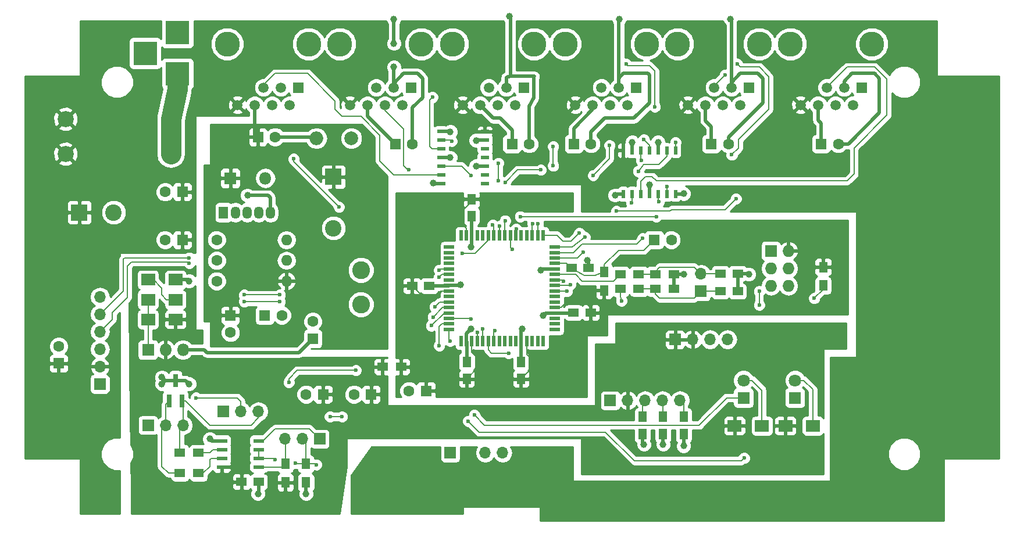
<source format=gtl>
G04 #@! TF.FileFunction,Copper,L1,Top,Signal*
%FSLAX46Y46*%
G04 Gerber Fmt 4.6, Leading zero omitted, Abs format (unit mm)*
G04 Created by KiCad (PCBNEW 4.0.6) date 03/07/19 03:04:05*
%MOMM*%
%LPD*%
G01*
G04 APERTURE LIST*
%ADD10C,0.100000*%
%ADD11R,0.550000X1.500000*%
%ADD12R,1.500000X0.550000*%
%ADD13C,3.650000*%
%ADD14R,1.500000X1.500000*%
%ADD15C,1.500000*%
%ADD16R,1.600000X1.600000*%
%ADD17C,1.600000*%
%ADD18R,1.700000X1.700000*%
%ADD19O,1.700000X1.700000*%
%ADD20R,1.727200X1.727200*%
%ADD21O,1.727200X1.727200*%
%ADD22R,2.000000X1.700000*%
%ADD23R,1.550000X0.600000*%
%ADD24R,3.500000X3.500000*%
%ADD25R,1.800000X1.800000*%
%ADD26C,1.800000*%
%ADD27R,0.508000X1.143000*%
%ADD28R,1.143000X0.508000*%
%ADD29R,0.800000X1.900000*%
%ADD30C,2.350000*%
%ADD31R,1.250000X1.500000*%
%ADD32R,1.500000X1.250000*%
%ADD33R,2.400000X2.400000*%
%ADD34C,2.400000*%
%ADD35R,1.300000X1.500000*%
%ADD36R,1.500000X1.300000*%
%ADD37O,1.800000X1.800000*%
%ADD38C,2.600000*%
%ADD39R,1.350000X1.800000*%
%ADD40O,1.350000X1.800000*%
%ADD41O,1.600000X1.600000*%
%ADD42C,2.000000*%
%ADD43O,2.000000X2.000000*%
%ADD44C,1.000000*%
%ADD45C,0.600000*%
%ADD46C,0.500000*%
%ADD47C,0.200000*%
%ADD48C,3.000000*%
%ADD49C,0.254000*%
G04 APERTURE END LIST*
D10*
D11*
X147850000Y-91140000D03*
X147050000Y-91140000D03*
X146250000Y-91140000D03*
X145450000Y-91140000D03*
X144650000Y-91140000D03*
X143850000Y-91140000D03*
X143050000Y-91140000D03*
X142250000Y-91140000D03*
X141450000Y-91140000D03*
X140650000Y-91140000D03*
X139850000Y-91140000D03*
X139050000Y-91140000D03*
X138250000Y-91140000D03*
X137450000Y-91140000D03*
X136650000Y-91140000D03*
X135850000Y-91140000D03*
D12*
X134150000Y-92840000D03*
X134150000Y-93640000D03*
X134150000Y-94440000D03*
X134150000Y-95240000D03*
X134150000Y-96040000D03*
X134150000Y-96840000D03*
X134150000Y-97640000D03*
X134150000Y-98440000D03*
X134150000Y-99240000D03*
X134150000Y-100040000D03*
X134150000Y-100840000D03*
X134150000Y-101640000D03*
X134150000Y-102440000D03*
X134150000Y-103240000D03*
X134150000Y-104040000D03*
X134150000Y-104840000D03*
D11*
X135850000Y-106540000D03*
X136650000Y-106540000D03*
X137450000Y-106540000D03*
X138250000Y-106540000D03*
X139050000Y-106540000D03*
X139850000Y-106540000D03*
X140650000Y-106540000D03*
X141450000Y-106540000D03*
X142250000Y-106540000D03*
X143050000Y-106540000D03*
X143850000Y-106540000D03*
X144650000Y-106540000D03*
X145450000Y-106540000D03*
X146250000Y-106540000D03*
X147050000Y-106540000D03*
X147850000Y-106540000D03*
D12*
X149550000Y-104840000D03*
X149550000Y-104040000D03*
X149550000Y-103240000D03*
X149550000Y-102440000D03*
X149550000Y-101640000D03*
X149550000Y-100840000D03*
X149550000Y-100040000D03*
X149550000Y-99240000D03*
X149550000Y-98440000D03*
X149550000Y-97640000D03*
X149550000Y-96840000D03*
X149550000Y-96040000D03*
X149550000Y-95240000D03*
X149550000Y-94440000D03*
X149550000Y-93640000D03*
X149550000Y-92840000D03*
D13*
X183820000Y-63250000D03*
X195690000Y-63250000D03*
D14*
X194200000Y-69600000D03*
D15*
X192930000Y-72140000D03*
X191660000Y-69600000D03*
X190390000Y-72140000D03*
X189120000Y-69600000D03*
X187850000Y-72140000D03*
X186580000Y-69600000D03*
X185310000Y-72140000D03*
D16*
X95300000Y-91800000D03*
D17*
X92800000Y-91800000D03*
D16*
X115800000Y-114300000D03*
D17*
X113300000Y-114300000D03*
D16*
X122800000Y-114300000D03*
D17*
X120300000Y-114300000D03*
D16*
X164000000Y-91800000D03*
D17*
X166500000Y-91800000D03*
D16*
X130800000Y-113800000D03*
D17*
X128300000Y-113800000D03*
D18*
X134300000Y-122800000D03*
D19*
X136840000Y-122800000D03*
X139380000Y-122800000D03*
X141920000Y-122800000D03*
D18*
X157600000Y-115200000D03*
D19*
X160140000Y-115200000D03*
X162680000Y-115200000D03*
X165220000Y-115200000D03*
X167760000Y-115200000D03*
D20*
X181000000Y-93400000D03*
D21*
X183540000Y-93400000D03*
X181000000Y-95940000D03*
X183540000Y-95940000D03*
X181000000Y-98480000D03*
X183540000Y-98480000D03*
D13*
X167420000Y-63250000D03*
X179290000Y-63250000D03*
D14*
X177800000Y-69600000D03*
D15*
X176530000Y-72140000D03*
X175260000Y-69600000D03*
X173990000Y-72140000D03*
X172720000Y-69600000D03*
X171450000Y-72140000D03*
X170180000Y-69600000D03*
X168910000Y-72140000D03*
D13*
X151020000Y-63250000D03*
X162890000Y-63250000D03*
D14*
X161400000Y-69600000D03*
D15*
X160130000Y-72140000D03*
X158860000Y-69600000D03*
X157590000Y-72140000D03*
X156320000Y-69600000D03*
X155050000Y-72140000D03*
X153780000Y-69600000D03*
X152510000Y-72140000D03*
D13*
X134620000Y-63250000D03*
X146490000Y-63250000D03*
D14*
X145000000Y-69600000D03*
D15*
X143730000Y-72140000D03*
X142460000Y-69600000D03*
X141190000Y-72140000D03*
X139920000Y-69600000D03*
X138650000Y-72140000D03*
X137380000Y-69600000D03*
X136110000Y-72140000D03*
D13*
X118220000Y-63250000D03*
X130090000Y-63250000D03*
D14*
X128600000Y-69600000D03*
D15*
X127330000Y-72140000D03*
X126060000Y-69600000D03*
X124790000Y-72140000D03*
X123520000Y-69600000D03*
X122250000Y-72140000D03*
X120980000Y-69600000D03*
X119710000Y-72140000D03*
D13*
X101820000Y-63250000D03*
X113690000Y-63250000D03*
D14*
X112200000Y-69600000D03*
D15*
X110930000Y-72140000D03*
X109660000Y-69600000D03*
X108390000Y-72140000D03*
X107120000Y-69600000D03*
X105850000Y-72140000D03*
X104580000Y-69600000D03*
X103310000Y-72140000D03*
D22*
X90300000Y-100500000D03*
X94300000Y-100500000D03*
X94300000Y-97600000D03*
X90300000Y-97600000D03*
X94300000Y-103400000D03*
X90300000Y-103400000D03*
D23*
X106450000Y-124875000D03*
X106450000Y-123605000D03*
X106450000Y-122335000D03*
X106450000Y-121065000D03*
X101050000Y-121065000D03*
X101050000Y-122335000D03*
X101050000Y-123605000D03*
X101050000Y-124875000D03*
D24*
X94600000Y-67600000D03*
X94600000Y-61600000D03*
X89900000Y-64600000D03*
D18*
X115300000Y-120800000D03*
D19*
X112760000Y-120800000D03*
X110220000Y-120800000D03*
D25*
X184500000Y-114800000D03*
D26*
X184500000Y-112260000D03*
D25*
X177000000Y-114800000D03*
D26*
X177000000Y-112260000D03*
D22*
X187100000Y-118900000D03*
X183100000Y-118900000D03*
X179700000Y-118900000D03*
X175700000Y-118900000D03*
D27*
X159490000Y-85102000D03*
X160760000Y-85102000D03*
X162030000Y-85102000D03*
X163300000Y-85102000D03*
X164570000Y-85102000D03*
X165840000Y-85102000D03*
X167110000Y-85102000D03*
X167110000Y-78752000D03*
X165840000Y-78752000D03*
X163300000Y-78752000D03*
X162030000Y-78752000D03*
X160760000Y-78752000D03*
X159490000Y-78752000D03*
X164570000Y-78752000D03*
D28*
X132998000Y-75990000D03*
X132998000Y-77260000D03*
X132998000Y-78530000D03*
X132998000Y-79800000D03*
X132998000Y-81070000D03*
X132998000Y-82340000D03*
X132998000Y-83610000D03*
X139348000Y-83610000D03*
X139348000Y-82340000D03*
X139348000Y-79800000D03*
X139348000Y-78530000D03*
X139348000Y-77260000D03*
X139348000Y-75990000D03*
X139348000Y-81070000D03*
D29*
X93350000Y-115300000D03*
X95250000Y-115300000D03*
X94300000Y-112300000D03*
D18*
X101300000Y-116800000D03*
D19*
X103840000Y-116800000D03*
X106380000Y-116800000D03*
D18*
X90300000Y-118800000D03*
D19*
X92840000Y-118800000D03*
X95380000Y-118800000D03*
D18*
X170800000Y-99300000D03*
D19*
X170800000Y-96760000D03*
D18*
X167050000Y-106300000D03*
D19*
X169590000Y-106300000D03*
X172130000Y-106300000D03*
X174670000Y-106300000D03*
D30*
X93620000Y-74200000D03*
X93620000Y-79280000D03*
X78300000Y-74200000D03*
X78300000Y-79280000D03*
D18*
X83300000Y-112800000D03*
D19*
X83300000Y-110260000D03*
X83300000Y-107720000D03*
X83300000Y-105180000D03*
X83300000Y-102640000D03*
X83300000Y-100100000D03*
D31*
X162300000Y-117550000D03*
X162300000Y-120050000D03*
X165300000Y-117550000D03*
X165300000Y-120050000D03*
X168300000Y-117550000D03*
X168300000Y-120050000D03*
D32*
X131250000Y-98500000D03*
X128750000Y-98500000D03*
X152250000Y-102400000D03*
X154750000Y-102400000D03*
D31*
X137400000Y-88350000D03*
X137400000Y-85850000D03*
X136700000Y-109550000D03*
X136700000Y-112050000D03*
X144600000Y-109550000D03*
X144600000Y-112050000D03*
D32*
X154450000Y-95900000D03*
X151950000Y-95900000D03*
D33*
X80300000Y-87800000D03*
D34*
X85300000Y-87800000D03*
D32*
X106425000Y-127050000D03*
X103925000Y-127050000D03*
X173650000Y-99300000D03*
X176150000Y-99300000D03*
X173650000Y-96700000D03*
X176150000Y-96700000D03*
D35*
X156700000Y-99150000D03*
X156700000Y-96450000D03*
D36*
X124450000Y-110300000D03*
X127150000Y-110300000D03*
X97650000Y-125800000D03*
X94950000Y-125800000D03*
X94950000Y-122800000D03*
X97650000Y-122800000D03*
D35*
X110300000Y-124450000D03*
X110300000Y-127150000D03*
X188600000Y-98450000D03*
X188600000Y-95750000D03*
X113300000Y-124450000D03*
X113300000Y-127150000D03*
D36*
X164150000Y-96800000D03*
X166850000Y-96800000D03*
X164150000Y-98900000D03*
X166850000Y-98900000D03*
X161750000Y-96800000D03*
X159050000Y-96800000D03*
X161750000Y-98900000D03*
X159050000Y-98900000D03*
D25*
X90300000Y-107800000D03*
D37*
X92840000Y-107800000D03*
X95380000Y-107800000D03*
D25*
X102300000Y-82800000D03*
D37*
X107380000Y-82800000D03*
D38*
X121300000Y-96200000D03*
X121300000Y-101200000D03*
D39*
X101300000Y-87800000D03*
D40*
X103000000Y-87800000D03*
X104700000Y-87800000D03*
X106400000Y-87800000D03*
X108100000Y-87800000D03*
D33*
X117300000Y-82600000D03*
D34*
X117300000Y-90100000D03*
D17*
X100300000Y-97800000D03*
D41*
X110460000Y-97800000D03*
D17*
X100300000Y-91800000D03*
D41*
X110460000Y-91800000D03*
D17*
X100300000Y-94800000D03*
D41*
X110460000Y-94800000D03*
D16*
X107300000Y-102800000D03*
D17*
X109800000Y-102800000D03*
D16*
X95300000Y-84800000D03*
D17*
X92800000Y-84800000D03*
D42*
X119900000Y-77000000D03*
D43*
X114820000Y-77000000D03*
D16*
X114300000Y-106200000D03*
D17*
X114300000Y-103700000D03*
D16*
X102300000Y-102800000D03*
D17*
X102300000Y-105300000D03*
D16*
X77300000Y-109800000D03*
D17*
X77300000Y-107300000D03*
D16*
X172300000Y-77800000D03*
D17*
X174800000Y-77800000D03*
D16*
X188300000Y-77800000D03*
D17*
X190800000Y-77800000D03*
D16*
X152300000Y-77800000D03*
D17*
X154800000Y-77800000D03*
D16*
X106300000Y-76800000D03*
D17*
X108800000Y-76800000D03*
D16*
X126300000Y-77800000D03*
D17*
X128800000Y-77800000D03*
D16*
X143300000Y-77800000D03*
D17*
X145800000Y-77800000D03*
D44*
X104800000Y-85300000D03*
X147500000Y-96200000D03*
X168300000Y-121800000D03*
X162500000Y-121600000D03*
X165300000Y-121600000D03*
X158300000Y-85300000D03*
X168300000Y-85050000D03*
X163300000Y-83800000D03*
X164550000Y-77550000D03*
X160800000Y-77550000D03*
X134300000Y-79800000D03*
X138050000Y-81050000D03*
X138050000Y-77300000D03*
X134300000Y-76050000D03*
X131800000Y-83550000D03*
X135800000Y-98300000D03*
X137300000Y-104800000D03*
X144800000Y-104800000D03*
X147800000Y-102800000D03*
X154300000Y-94800000D03*
X177800000Y-96800000D03*
X168300000Y-96800000D03*
X137300000Y-92800000D03*
X113300000Y-128800000D03*
X106300000Y-128800000D03*
X99300000Y-120800000D03*
X92300000Y-112800000D03*
X92300000Y-111800000D03*
X96300000Y-112800000D03*
X96300000Y-97800000D03*
D45*
X97300000Y-114800000D03*
X110800000Y-112550000D03*
X120550000Y-110800000D03*
X131800000Y-103050000D03*
X114800000Y-124550000D03*
X132050000Y-101550000D03*
X111800000Y-124300000D03*
X108800000Y-123800000D03*
X131550000Y-104300000D03*
X118550000Y-117550000D03*
X116800000Y-117550000D03*
X174300000Y-67800000D03*
X176100000Y-66200000D03*
X175300000Y-79400000D03*
X165900000Y-84000000D03*
X159900000Y-66200000D03*
X164100000Y-72400000D03*
X167100000Y-77600000D03*
X162500000Y-77200000D03*
X149300000Y-81000000D03*
X149300000Y-78200000D03*
X131700000Y-71000000D03*
X162100000Y-80200000D03*
X153100000Y-90800000D03*
X134500000Y-77400000D03*
X147100000Y-89400000D03*
X137300000Y-82400000D03*
X146300000Y-89400000D03*
X160700000Y-86400000D03*
X153700000Y-93600000D03*
X164700000Y-86200000D03*
X162300000Y-91600000D03*
X161675610Y-81780488D03*
X153900000Y-91400000D03*
X159240000Y-100660000D03*
X150800000Y-97800000D03*
X143900000Y-90200000D03*
X144500000Y-88400000D03*
X164300000Y-88400000D03*
X175900000Y-85800000D03*
X158500000Y-87600000D03*
X143300000Y-93200000D03*
X157500000Y-78000000D03*
X155100000Y-82400000D03*
X147500000Y-81600000D03*
X142300000Y-83400000D03*
X142300000Y-89000000D03*
X141300000Y-80600000D03*
X141300000Y-83200000D03*
X141500000Y-89800000D03*
X128300000Y-81600000D03*
X140500000Y-89600000D03*
X136100000Y-93800000D03*
X118100000Y-87000000D03*
X111500000Y-80000000D03*
X137300000Y-103300000D03*
D44*
X126100000Y-59600000D03*
X126100000Y-63200000D03*
X126100000Y-66600000D03*
X142900000Y-59200000D03*
X158900000Y-59600000D03*
X175100000Y-59600000D03*
D45*
X140800000Y-105050000D03*
X142800000Y-108300000D03*
X177100000Y-123600000D03*
X136900000Y-118200000D03*
X132700000Y-107200000D03*
X137800000Y-117300000D03*
X134300000Y-106550000D03*
X138300000Y-105300000D03*
X139050000Y-104800000D03*
X179300000Y-99300000D03*
X179300000Y-101300000D03*
X151300000Y-99300000D03*
X187300000Y-100300000D03*
X151800000Y-98300000D03*
X96300000Y-95200000D03*
X104300000Y-100800000D03*
X109500000Y-100800000D03*
X132700000Y-97200000D03*
X96300000Y-94400000D03*
X104300000Y-99800000D03*
X109500000Y-99800000D03*
X132700000Y-96200000D03*
D46*
X95380000Y-107800000D02*
X98500000Y-107800000D01*
X112300000Y-108200000D02*
X114300000Y-106200000D01*
X98900000Y-108200000D02*
X112300000Y-108200000D01*
X98500000Y-107800000D02*
X98900000Y-108200000D01*
X108100000Y-85600000D02*
X108100000Y-87800000D01*
X107800000Y-85300000D02*
X108100000Y-85600000D01*
X104800000Y-85300000D02*
X107800000Y-85300000D01*
X149550000Y-96040000D02*
X147660000Y-96040000D01*
X147660000Y-96040000D02*
X147500000Y-96200000D01*
X168300000Y-120050000D02*
X168300000Y-121800000D01*
X162300000Y-120050000D02*
X162300000Y-121400000D01*
X162300000Y-121400000D02*
X162500000Y-121600000D01*
X165300000Y-120050000D02*
X165300000Y-121600000D01*
X159490000Y-85102000D02*
X158498000Y-85102000D01*
X158498000Y-85102000D02*
X158300000Y-85300000D01*
X167110000Y-85102000D02*
X168248000Y-85102000D01*
X168248000Y-85102000D02*
X168300000Y-85050000D01*
X163300000Y-85102000D02*
X163300000Y-83800000D01*
X164570000Y-78752000D02*
X164570000Y-77570000D01*
X164570000Y-77570000D02*
X164550000Y-77550000D01*
X160760000Y-78752000D02*
X160760000Y-77590000D01*
X160760000Y-77590000D02*
X160800000Y-77550000D01*
X132998000Y-79800000D02*
X134300000Y-79800000D01*
X139348000Y-81070000D02*
X138070000Y-81070000D01*
X138070000Y-81070000D02*
X138050000Y-81050000D01*
X139348000Y-77260000D02*
X138090000Y-77260000D01*
X138090000Y-77260000D02*
X138050000Y-77300000D01*
X132998000Y-75990000D02*
X134240000Y-75990000D01*
X134240000Y-75990000D02*
X134300000Y-76050000D01*
X132998000Y-83610000D02*
X131860000Y-83610000D01*
X131860000Y-83610000D02*
X131800000Y-83550000D01*
X134150000Y-98440000D02*
X135660000Y-98440000D01*
X135660000Y-98440000D02*
X135800000Y-98300000D01*
X136650000Y-106540000D02*
X136650000Y-105450000D01*
X136650000Y-105450000D02*
X137300000Y-104800000D01*
X136700000Y-109550000D02*
X136700000Y-106590000D01*
X136700000Y-106590000D02*
X136650000Y-106540000D01*
X144600000Y-109550000D02*
X144600000Y-106590000D01*
X144600000Y-106590000D02*
X144650000Y-106540000D01*
X144650000Y-106540000D02*
X144650000Y-104950000D01*
X144650000Y-104950000D02*
X144800000Y-104800000D01*
X149550000Y-102440000D02*
X148160000Y-102440000D01*
X148160000Y-102440000D02*
X147800000Y-102800000D01*
X149550000Y-102440000D02*
X152210000Y-102440000D01*
X152210000Y-102440000D02*
X152250000Y-102400000D01*
X154450000Y-95900000D02*
X154450000Y-94950000D01*
X154450000Y-94950000D02*
X154300000Y-94800000D01*
X176150000Y-96700000D02*
X177700000Y-96700000D01*
X177700000Y-96700000D02*
X177800000Y-96800000D01*
X166850000Y-96800000D02*
X168300000Y-96800000D01*
X166850000Y-98900000D02*
X166850000Y-96800000D01*
X176150000Y-99300000D02*
X176150000Y-96700000D01*
X131250000Y-98500000D02*
X134090000Y-98500000D01*
X134090000Y-98500000D02*
X134150000Y-98440000D01*
X137450000Y-91140000D02*
X137450000Y-92650000D01*
X137450000Y-92650000D02*
X137300000Y-92800000D01*
X137450000Y-91140000D02*
X137450000Y-88400000D01*
X137450000Y-88400000D02*
X137400000Y-88350000D01*
X113300000Y-127150000D02*
X113300000Y-128800000D01*
X106425000Y-127050000D02*
X106425000Y-128675000D01*
X106425000Y-128675000D02*
X106300000Y-128800000D01*
X101050000Y-121065000D02*
X99565000Y-121065000D01*
X99565000Y-121065000D02*
X99300000Y-120800000D01*
X94300000Y-112300000D02*
X92800000Y-112300000D01*
X92800000Y-112300000D02*
X92300000Y-112800000D01*
X92800000Y-112300000D02*
X92300000Y-111800000D01*
X96300000Y-112800000D02*
X95800000Y-112300000D01*
X95800000Y-112300000D02*
X94300000Y-112300000D01*
X94300000Y-97600000D02*
X96100000Y-97600000D01*
X96100000Y-97600000D02*
X96300000Y-97800000D01*
D47*
X151950000Y-95900000D02*
X151950000Y-95950000D01*
X151950000Y-95950000D02*
X153800000Y-97000000D01*
X155350000Y-97000000D02*
X156700000Y-96450000D01*
X153800000Y-97000000D02*
X155350000Y-97000000D01*
X151950000Y-95900000D02*
X151900000Y-95900000D01*
X151900000Y-95900000D02*
X151240000Y-95240000D01*
X151240000Y-95240000D02*
X149550000Y-95240000D01*
X156700000Y-96450000D02*
X156700000Y-95400000D01*
X162500000Y-93300000D02*
X164000000Y-91800000D01*
X158800000Y-93300000D02*
X162500000Y-93300000D01*
X156700000Y-95400000D02*
X158800000Y-93300000D01*
X103840000Y-116800000D02*
X103840000Y-115340000D01*
X103300000Y-114800000D02*
X97300000Y-114800000D01*
X103840000Y-115340000D02*
X103300000Y-114800000D01*
X92840000Y-118800000D02*
X92840000Y-115810000D01*
X92840000Y-115810000D02*
X93350000Y-115300000D01*
X94950000Y-125800000D02*
X93300000Y-125800000D01*
X92300000Y-124800000D02*
X92300000Y-119340000D01*
X93300000Y-125800000D02*
X92300000Y-124800000D01*
X92300000Y-119340000D02*
X92840000Y-118800000D01*
X90300000Y-103400000D02*
X90300000Y-107800000D01*
X90300000Y-100500000D02*
X90300000Y-103400000D01*
X90300000Y-97600000D02*
X91100000Y-97600000D01*
X91100000Y-97600000D02*
X92300000Y-98800000D01*
X93000000Y-100500000D02*
X94300000Y-100500000D01*
X92300000Y-99800000D02*
X93000000Y-100500000D01*
X92300000Y-98800000D02*
X92300000Y-99800000D01*
X134150000Y-101640000D02*
X133210000Y-101640000D01*
X110800000Y-112050000D02*
X110800000Y-112550000D01*
X112050000Y-110800000D02*
X110800000Y-112050000D01*
X120550000Y-110800000D02*
X112050000Y-110800000D01*
X133210000Y-101640000D02*
X131800000Y-103050000D01*
X106450000Y-124875000D02*
X109875000Y-124875000D01*
X109875000Y-124875000D02*
X110300000Y-124450000D01*
X110300000Y-124450000D02*
X110300000Y-120880000D01*
X110300000Y-120880000D02*
X110220000Y-120800000D01*
X134150000Y-100840000D02*
X132760000Y-100840000D01*
X114700000Y-124450000D02*
X113300000Y-124450000D01*
X114800000Y-124550000D02*
X114700000Y-124450000D01*
X132760000Y-100840000D02*
X132050000Y-101550000D01*
X106450000Y-123605000D02*
X108605000Y-123605000D01*
X111950000Y-124450000D02*
X113300000Y-124450000D01*
X111800000Y-124300000D02*
X111950000Y-124450000D01*
X108605000Y-123605000D02*
X108800000Y-123800000D01*
X106450000Y-122335000D02*
X106450000Y-123605000D01*
X113300000Y-124450000D02*
X113300000Y-121340000D01*
X113300000Y-121340000D02*
X112760000Y-120800000D01*
X134150000Y-102440000D02*
X133410000Y-102440000D01*
X133410000Y-102440000D02*
X131550000Y-104300000D01*
X118550000Y-117550000D02*
X116800000Y-117550000D01*
X106450000Y-121065000D02*
X107035000Y-121065000D01*
X107035000Y-121065000D02*
X108800000Y-119300000D01*
X108800000Y-119300000D02*
X113800000Y-119300000D01*
X113800000Y-119300000D02*
X115300000Y-120800000D01*
X137400000Y-85850000D02*
X137400000Y-86200000D01*
X137400000Y-86200000D02*
X136300000Y-87300000D01*
X136300000Y-87300000D02*
X136300000Y-89800000D01*
X136300000Y-89800000D02*
X136650000Y-90150000D01*
X136650000Y-90150000D02*
X136650000Y-91140000D01*
X134150000Y-99240000D02*
X132860000Y-99240000D01*
X130050000Y-99800000D02*
X128750000Y-98500000D01*
X132300000Y-99800000D02*
X130050000Y-99800000D01*
X132860000Y-99240000D02*
X132300000Y-99800000D01*
X137450000Y-106540000D02*
X137450000Y-108150000D01*
X138300000Y-110450000D02*
X136700000Y-112050000D01*
X138300000Y-109000000D02*
X138300000Y-110450000D01*
X137450000Y-108150000D02*
X138300000Y-109000000D01*
X145450000Y-106540000D02*
X145450000Y-108450000D01*
X145800000Y-110850000D02*
X144600000Y-112050000D01*
X145800000Y-108800000D02*
X145800000Y-110850000D01*
X145450000Y-108450000D02*
X145800000Y-108800000D01*
X154750000Y-102400000D02*
X154750000Y-101750000D01*
X150460000Y-101640000D02*
X149550000Y-101640000D01*
X151300000Y-100800000D02*
X150460000Y-101640000D01*
X153800000Y-100800000D02*
X151300000Y-100800000D01*
X154750000Y-101750000D02*
X153800000Y-100800000D01*
X97650000Y-125800000D02*
X98300000Y-125800000D01*
X98300000Y-125800000D02*
X99300000Y-124800000D01*
X99300000Y-124800000D02*
X99300000Y-123800000D01*
X99300000Y-123800000D02*
X99495000Y-123605000D01*
X99495000Y-123605000D02*
X101050000Y-123605000D01*
X97650000Y-122800000D02*
X99300000Y-122800000D01*
X99765000Y-122335000D02*
X101050000Y-122335000D01*
X99300000Y-122800000D02*
X99765000Y-122335000D01*
X106380000Y-116800000D02*
X106380000Y-117720000D01*
X95800000Y-115300000D02*
X95250000Y-115300000D01*
X99300000Y-118800000D02*
X95800000Y-115300000D01*
X105300000Y-118800000D02*
X99300000Y-118800000D01*
X106380000Y-117720000D02*
X105300000Y-118800000D01*
X95380000Y-118800000D02*
X95380000Y-115430000D01*
X95380000Y-115430000D02*
X95250000Y-115300000D01*
X94950000Y-122800000D02*
X94950000Y-119230000D01*
X94950000Y-119230000D02*
X95380000Y-118800000D01*
X189120000Y-69600000D02*
X189120000Y-69580000D01*
X189120000Y-69580000D02*
X192100000Y-66600000D01*
X192100000Y-66600000D02*
X196100000Y-66600000D01*
X196100000Y-66600000D02*
X197900000Y-68400000D01*
X197900000Y-68400000D02*
X197900000Y-73600000D01*
X197900000Y-73600000D02*
X193100000Y-78400000D01*
X193100000Y-78400000D02*
X193100000Y-82200000D01*
X193100000Y-82200000D02*
X192100000Y-83200000D01*
X192100000Y-83200000D02*
X164300000Y-83200000D01*
X164300000Y-83200000D02*
X163700000Y-82600000D01*
X163700000Y-82600000D02*
X162700000Y-82600000D01*
X162700000Y-82600000D02*
X162030000Y-83270000D01*
X162030000Y-83270000D02*
X162030000Y-85102000D01*
X172720000Y-69600000D02*
X172720000Y-69380000D01*
X172720000Y-69380000D02*
X174300000Y-67800000D01*
X176100000Y-66200000D02*
X176500000Y-66600000D01*
X176500000Y-66600000D02*
X179300000Y-66600000D01*
X179300000Y-66600000D02*
X180700000Y-68000000D01*
X180700000Y-68000000D02*
X180700000Y-72800000D01*
X180700000Y-72800000D02*
X176300000Y-77200000D01*
X176300000Y-77200000D02*
X176300000Y-78400000D01*
X176300000Y-78400000D02*
X175300000Y-79400000D01*
X165900000Y-84000000D02*
X165840000Y-84060000D01*
X165840000Y-84060000D02*
X165840000Y-85102000D01*
X159900000Y-66200000D02*
X160100000Y-66400000D01*
X160100000Y-66400000D02*
X163300000Y-66400000D01*
X163300000Y-66400000D02*
X164100000Y-67200000D01*
X164100000Y-67200000D02*
X164100000Y-72400000D01*
X167100000Y-77600000D02*
X167110000Y-77610000D01*
X167110000Y-77610000D02*
X167110000Y-78752000D01*
X163300000Y-78000000D02*
X163300000Y-78752000D01*
X162500000Y-77200000D02*
X163300000Y-78000000D01*
X149300000Y-78200000D02*
X149300000Y-81000000D01*
X131700000Y-71000000D02*
X131300000Y-71400000D01*
X131300000Y-71400000D02*
X131300000Y-78200000D01*
X131300000Y-78200000D02*
X131630000Y-78530000D01*
X131630000Y-78530000D02*
X132998000Y-78530000D01*
X124050000Y-76550000D02*
X124050000Y-80300000D01*
X124050000Y-80300000D02*
X126090000Y-82340000D01*
X121300000Y-73800000D02*
X124050000Y-76550000D01*
X118550000Y-73800000D02*
X121300000Y-73800000D01*
X117550000Y-72800000D02*
X118550000Y-73800000D01*
X107120000Y-69600000D02*
X107120000Y-69230000D01*
X107120000Y-69230000D02*
X108800000Y-67550000D01*
X108800000Y-67550000D02*
X113550000Y-67550000D01*
X113550000Y-67550000D02*
X117550000Y-71550000D01*
X117550000Y-71550000D02*
X117550000Y-72800000D01*
X126090000Y-82340000D02*
X132998000Y-82340000D01*
X147850000Y-91140000D02*
X149840000Y-91140000D01*
X162030000Y-80130000D02*
X162030000Y-78752000D01*
X162100000Y-80200000D02*
X162030000Y-80130000D01*
X151900000Y-92000000D02*
X153100000Y-90800000D01*
X150700000Y-92000000D02*
X151900000Y-92000000D01*
X149840000Y-91140000D02*
X150700000Y-92000000D01*
X147050000Y-91140000D02*
X147050000Y-89450000D01*
X134360000Y-77260000D02*
X132998000Y-77260000D01*
X134500000Y-77400000D02*
X134360000Y-77260000D01*
X147050000Y-89450000D02*
X147100000Y-89400000D01*
X146250000Y-91140000D02*
X146250000Y-89450000D01*
X135970000Y-81070000D02*
X132998000Y-81070000D01*
X137300000Y-82400000D02*
X135970000Y-81070000D01*
X146250000Y-89450000D02*
X146300000Y-89400000D01*
X149550000Y-94440000D02*
X152860000Y-94440000D01*
X160760000Y-86340000D02*
X160760000Y-85102000D01*
X160700000Y-86400000D02*
X160760000Y-86340000D01*
X152860000Y-94440000D02*
X153700000Y-93600000D01*
X149550000Y-93640000D02*
X152260000Y-93640000D01*
X164570000Y-86070000D02*
X164570000Y-85102000D01*
X164700000Y-86200000D02*
X164570000Y-86070000D01*
X161500000Y-92400000D02*
X162300000Y-91600000D01*
X153500000Y-92400000D02*
X161500000Y-92400000D01*
X152260000Y-93640000D02*
X153500000Y-92400000D01*
X149550000Y-92840000D02*
X152060000Y-92840000D01*
X165840000Y-79660000D02*
X165840000Y-78752000D01*
X164700000Y-80800000D02*
X165840000Y-79660000D01*
X162500000Y-80800000D02*
X164700000Y-80800000D01*
X161675610Y-81780488D02*
X162500000Y-80800000D01*
X152060000Y-92840000D02*
X153900000Y-91400000D01*
X149550000Y-96840000D02*
X152540000Y-96840000D01*
X158050000Y-97800000D02*
X159050000Y-96800000D01*
X153500000Y-97800000D02*
X158050000Y-97800000D01*
X152540000Y-96840000D02*
X153500000Y-97800000D01*
X149550000Y-97640000D02*
X150640000Y-97640000D01*
X159050000Y-100050000D02*
X159050000Y-98900000D01*
X159240000Y-100660000D02*
X159050000Y-100050000D01*
X150640000Y-97640000D02*
X150800000Y-97800000D01*
X143850000Y-90250000D02*
X143850000Y-91140000D01*
X143900000Y-90200000D02*
X143850000Y-90250000D01*
X146500000Y-88400000D02*
X144500000Y-88400000D01*
X152900000Y-88400000D02*
X146500000Y-88400000D01*
X164300000Y-88400000D02*
X152900000Y-88400000D01*
X143050000Y-91140000D02*
X143050000Y-92950000D01*
X174300000Y-87400000D02*
X175900000Y-85800000D01*
X166500000Y-87400000D02*
X174300000Y-87400000D01*
X166300000Y-87600000D02*
X166500000Y-87400000D01*
X158500000Y-87600000D02*
X166300000Y-87600000D01*
X143050000Y-92950000D02*
X143300000Y-93200000D01*
X142250000Y-91140000D02*
X142250000Y-89050000D01*
X157500000Y-80000000D02*
X157500000Y-78000000D01*
X155100000Y-82400000D02*
X157500000Y-80000000D01*
X144100000Y-81600000D02*
X147500000Y-81600000D01*
X142300000Y-83400000D02*
X144100000Y-81600000D01*
X142250000Y-89050000D02*
X142300000Y-89000000D01*
X141450000Y-91140000D02*
X141450000Y-89850000D01*
X141300000Y-83200000D02*
X141300000Y-80600000D01*
X141450000Y-89850000D02*
X141500000Y-89800000D01*
X124790000Y-72140000D02*
X124790000Y-72890000D01*
X124790000Y-72890000D02*
X127500000Y-75600000D01*
X127500000Y-75600000D02*
X127500000Y-81000000D01*
X127500000Y-81000000D02*
X128100000Y-81600000D01*
X128100000Y-81600000D02*
X128300000Y-81600000D01*
X140500000Y-89600000D02*
X140650000Y-89750000D01*
X140650000Y-89750000D02*
X140650000Y-91140000D01*
X139850000Y-91140000D02*
X139850000Y-91850000D01*
X139850000Y-91850000D02*
X137900000Y-93800000D01*
X137900000Y-93800000D02*
X136100000Y-93800000D01*
X118100000Y-87000000D02*
X111500000Y-80400000D01*
X111500000Y-80400000D02*
X111500000Y-80000000D01*
X161750000Y-98900000D02*
X164150000Y-98900000D01*
X164150000Y-98900000D02*
X164150000Y-99650000D01*
X169800000Y-100300000D02*
X170800000Y-99300000D01*
X164800000Y-100300000D02*
X169800000Y-100300000D01*
X164150000Y-99650000D02*
X164800000Y-100300000D01*
X170800000Y-99300000D02*
X173650000Y-99300000D01*
X161750000Y-96800000D02*
X164150000Y-96800000D01*
X164150000Y-96800000D02*
X164150000Y-96450000D01*
X164150000Y-96450000D02*
X164800000Y-95800000D01*
X164800000Y-95800000D02*
X169840000Y-95800000D01*
X169840000Y-95800000D02*
X170800000Y-96760000D01*
X170800000Y-96760000D02*
X173590000Y-96760000D01*
X173590000Y-96760000D02*
X173650000Y-96700000D01*
X162300000Y-117550000D02*
X162300000Y-115580000D01*
X162300000Y-115580000D02*
X162680000Y-115200000D01*
X137300000Y-103300000D02*
X137240000Y-103240000D01*
X137240000Y-103240000D02*
X134150000Y-103240000D01*
D46*
X188300000Y-77800000D02*
X188300000Y-74800000D01*
X187850000Y-74350000D02*
X187850000Y-72140000D01*
X188300000Y-74800000D02*
X187850000Y-74350000D01*
X172300000Y-77800000D02*
X172300000Y-75300000D01*
X171450000Y-74450000D02*
X171450000Y-72140000D01*
X172300000Y-75300000D02*
X171450000Y-74450000D01*
X152300000Y-77800000D02*
X152300000Y-75550000D01*
X152300000Y-75550000D02*
X155050000Y-72800000D01*
X155050000Y-72800000D02*
X155050000Y-72140000D01*
X143300000Y-77800000D02*
X143300000Y-75800000D01*
X140560000Y-74050000D02*
X138650000Y-72140000D01*
X141550000Y-74050000D02*
X140560000Y-74050000D01*
X143300000Y-75800000D02*
X141550000Y-74050000D01*
X122250000Y-72140000D02*
X122250000Y-73750000D01*
X122250000Y-73750000D02*
X126300000Y-77800000D01*
X105850000Y-72140000D02*
X105850000Y-76350000D01*
X105850000Y-76350000D02*
X106300000Y-76800000D01*
X108800000Y-76800000D02*
X114620000Y-76800000D01*
X114620000Y-76800000D02*
X114820000Y-77000000D01*
X126060000Y-69600000D02*
X126060000Y-66640000D01*
X126100000Y-63200000D02*
X126100000Y-59600000D01*
X126060000Y-66640000D02*
X126100000Y-66600000D01*
X143050000Y-67950000D02*
X143050000Y-59350000D01*
X143050000Y-59350000D02*
X142900000Y-59200000D01*
X158860000Y-59640000D02*
X158860000Y-69600000D01*
X158900000Y-59600000D02*
X158860000Y-59640000D01*
X175260000Y-59760000D02*
X175260000Y-69600000D01*
X175100000Y-59600000D02*
X175260000Y-59760000D01*
X108800000Y-76800000D02*
X108800000Y-76300000D01*
X191660000Y-69600000D02*
X191660000Y-68690000D01*
X192300000Y-77800000D02*
X190800000Y-77800000D01*
X196800000Y-73300000D02*
X192300000Y-77800000D01*
X196800000Y-68300000D02*
X196800000Y-73300000D01*
X196050000Y-67550000D02*
X196800000Y-68300000D01*
X192800000Y-67550000D02*
X196050000Y-67550000D01*
X191660000Y-68690000D02*
X192800000Y-67550000D01*
X174800000Y-77800000D02*
X174800000Y-76800000D01*
X174800000Y-76800000D02*
X179800000Y-71800000D01*
X179800000Y-71800000D02*
X179800000Y-68300000D01*
X179800000Y-68300000D02*
X179050000Y-67550000D01*
X179050000Y-67550000D02*
X176550000Y-67550000D01*
X176550000Y-67550000D02*
X175260000Y-68840000D01*
X175260000Y-68840000D02*
X175260000Y-69600000D01*
X154800000Y-77800000D02*
X154800000Y-76050000D01*
X154800000Y-76050000D02*
X156800000Y-74050000D01*
X156800000Y-74050000D02*
X161050000Y-74050000D01*
X161050000Y-74050000D02*
X163300000Y-71800000D01*
X163300000Y-71800000D02*
X163300000Y-67800000D01*
X163300000Y-67800000D02*
X163050000Y-67550000D01*
X163050000Y-67550000D02*
X159550000Y-67550000D01*
X159550000Y-67550000D02*
X158860000Y-68240000D01*
X158860000Y-68240000D02*
X158860000Y-69600000D01*
X145800000Y-77800000D02*
X145800000Y-72300000D01*
X142460000Y-68140000D02*
X142460000Y-69600000D01*
X143050000Y-67950000D02*
X142460000Y-68140000D01*
X146550000Y-67950000D02*
X143050000Y-67950000D01*
X146450000Y-68050000D02*
X146550000Y-67950000D01*
X146450000Y-71050000D02*
X146450000Y-68050000D01*
X145800000Y-72300000D02*
X146450000Y-71050000D01*
X128800000Y-77800000D02*
X128800000Y-72550000D01*
X127550000Y-67550000D02*
X126060000Y-69040000D01*
X129550000Y-67550000D02*
X127550000Y-67550000D01*
X130300000Y-68300000D02*
X129550000Y-67550000D01*
X130300000Y-71050000D02*
X130300000Y-68300000D01*
X128800000Y-72550000D02*
X130300000Y-71050000D01*
X126060000Y-69040000D02*
X126060000Y-69600000D01*
D47*
X165300000Y-117550000D02*
X165300000Y-115280000D01*
X165300000Y-115280000D02*
X165220000Y-115200000D01*
X140800000Y-105050000D02*
X140650000Y-105200000D01*
X140650000Y-105200000D02*
X140650000Y-106540000D01*
X168300000Y-117550000D02*
X168300000Y-115740000D01*
X168300000Y-115740000D02*
X167760000Y-115200000D01*
X142800000Y-108300000D02*
X140300000Y-108300000D01*
X140300000Y-108300000D02*
X139850000Y-107850000D01*
X139850000Y-107850000D02*
X139850000Y-106540000D01*
X134150000Y-104040000D02*
X133060000Y-104040000D01*
X176700000Y-124000000D02*
X177100000Y-123600000D01*
X161100000Y-124000000D02*
X176700000Y-124000000D01*
X156900000Y-119800000D02*
X161100000Y-124000000D01*
X138500000Y-119800000D02*
X156900000Y-119800000D01*
X136900000Y-118200000D02*
X138500000Y-119800000D01*
X132700000Y-104400000D02*
X132700000Y-107200000D01*
X133060000Y-104040000D02*
X132700000Y-104400000D01*
X134150000Y-104840000D02*
X134150000Y-106400000D01*
X174550000Y-114800000D02*
X177000000Y-114800000D01*
X170550000Y-118800000D02*
X174550000Y-114800000D01*
X139300000Y-118800000D02*
X170550000Y-118800000D01*
X137800000Y-117300000D02*
X139300000Y-118800000D01*
X134150000Y-106400000D02*
X134300000Y-106550000D01*
X138250000Y-106540000D02*
X138250000Y-105350000D01*
X138250000Y-105350000D02*
X138300000Y-105300000D01*
X139050000Y-106540000D02*
X139050000Y-104800000D01*
X149550000Y-99240000D02*
X151240000Y-99240000D01*
X179300000Y-101300000D02*
X179300000Y-99300000D01*
X151240000Y-99240000D02*
X151300000Y-99300000D01*
X187300000Y-100300000D02*
X188600000Y-99000000D01*
X188600000Y-99000000D02*
X188600000Y-98450000D01*
X149550000Y-98440000D02*
X151660000Y-98440000D01*
X151660000Y-98440000D02*
X151800000Y-98300000D01*
X134150000Y-96840000D02*
X133060000Y-96840000D01*
X85100000Y-103380000D02*
X83300000Y-105180000D01*
X85100000Y-102400000D02*
X85100000Y-103380000D01*
X87300000Y-100200000D02*
X85100000Y-102400000D01*
X87300000Y-95600000D02*
X87300000Y-100200000D01*
X87900000Y-95000000D02*
X87300000Y-95600000D01*
X96100000Y-95000000D02*
X87900000Y-95000000D01*
X96300000Y-95200000D02*
X96100000Y-95000000D01*
X109500000Y-100800000D02*
X104300000Y-100800000D01*
X133060000Y-96840000D02*
X132700000Y-97200000D01*
X134150000Y-96040000D02*
X132860000Y-96040000D01*
X86700000Y-99240000D02*
X83300000Y-102640000D01*
X86700000Y-94600000D02*
X86700000Y-99240000D01*
X86900000Y-94400000D02*
X86700000Y-94600000D01*
X96300000Y-94400000D02*
X86900000Y-94400000D01*
X109500000Y-99800000D02*
X104300000Y-99800000D01*
X132860000Y-96040000D02*
X132700000Y-96200000D01*
D48*
X93620000Y-74200000D02*
X93620000Y-79280000D01*
X94600000Y-67600000D02*
X94600000Y-69820000D01*
X94600000Y-69820000D02*
X93620000Y-74200000D01*
D47*
X184500000Y-112260000D02*
X185760000Y-112260000D01*
X187100000Y-113600000D02*
X187100000Y-118900000D01*
X185760000Y-112260000D02*
X187100000Y-113600000D01*
X177000000Y-112260000D02*
X178260000Y-112260000D01*
X179700000Y-113700000D02*
X179700000Y-118900000D01*
X178260000Y-112260000D02*
X179700000Y-113700000D01*
D49*
G36*
X123315000Y-76854447D02*
X123315000Y-80300000D01*
X123360540Y-80528943D01*
X123370949Y-80581272D01*
X123530277Y-80819723D01*
X125173000Y-82462447D01*
X125173000Y-107673000D01*
X114078579Y-107673000D01*
X114104139Y-107647440D01*
X115100000Y-107647440D01*
X115335317Y-107603162D01*
X115551441Y-107464090D01*
X115696431Y-107251890D01*
X115747440Y-107000000D01*
X115747440Y-105400000D01*
X115703162Y-105164683D01*
X115564090Y-104948559D01*
X115351890Y-104803569D01*
X115246959Y-104782320D01*
X115515824Y-104513923D01*
X115734750Y-103986691D01*
X115735248Y-103415813D01*
X115517243Y-102888200D01*
X115113923Y-102484176D01*
X114586691Y-102265250D01*
X114015813Y-102264752D01*
X113488200Y-102482757D01*
X113084176Y-102886077D01*
X112865250Y-103413309D01*
X112864752Y-103984187D01*
X113082757Y-104511800D01*
X113351072Y-104780583D01*
X113264683Y-104796838D01*
X113048559Y-104935910D01*
X112903569Y-105148110D01*
X112852560Y-105400000D01*
X112852560Y-106395861D01*
X111933420Y-107315000D01*
X99427000Y-107315000D01*
X99427000Y-105584187D01*
X100864752Y-105584187D01*
X101082757Y-106111800D01*
X101486077Y-106515824D01*
X102013309Y-106734750D01*
X102584187Y-106735248D01*
X103111800Y-106517243D01*
X103515824Y-106113923D01*
X103734750Y-105586691D01*
X103735248Y-105015813D01*
X103517243Y-104488200D01*
X103253317Y-104223813D01*
X103459699Y-104138327D01*
X103638327Y-103959698D01*
X103735000Y-103726309D01*
X103735000Y-103085750D01*
X103576250Y-102927000D01*
X102427000Y-102927000D01*
X102427000Y-102947000D01*
X102173000Y-102947000D01*
X102173000Y-102927000D01*
X101023750Y-102927000D01*
X100865000Y-103085750D01*
X100865000Y-103726309D01*
X100961673Y-103959698D01*
X101140301Y-104138327D01*
X101346835Y-104223876D01*
X101084176Y-104486077D01*
X100865250Y-105013309D01*
X100864752Y-105584187D01*
X99427000Y-105584187D01*
X99427000Y-103800000D01*
X99416994Y-103750590D01*
X99388553Y-103708965D01*
X99346159Y-103681685D01*
X99300000Y-103673000D01*
X98427000Y-103673000D01*
X98427000Y-101873691D01*
X100865000Y-101873691D01*
X100865000Y-102514250D01*
X101023750Y-102673000D01*
X102173000Y-102673000D01*
X102173000Y-101523750D01*
X102427000Y-101523750D01*
X102427000Y-102673000D01*
X103576250Y-102673000D01*
X103735000Y-102514250D01*
X103735000Y-101873691D01*
X103638327Y-101640302D01*
X103459699Y-101461673D01*
X103226310Y-101365000D01*
X102585750Y-101365000D01*
X102427000Y-101523750D01*
X102173000Y-101523750D01*
X102014250Y-101365000D01*
X101373690Y-101365000D01*
X101140301Y-101461673D01*
X100961673Y-101640302D01*
X100865000Y-101873691D01*
X98427000Y-101873691D01*
X98427000Y-99985167D01*
X103364838Y-99985167D01*
X103495069Y-100300351D01*
X103365162Y-100613201D01*
X103364838Y-100985167D01*
X103506883Y-101328943D01*
X103769673Y-101592192D01*
X104113201Y-101734838D01*
X104485167Y-101735162D01*
X104828943Y-101593117D01*
X104887162Y-101535000D01*
X106049973Y-101535000D01*
X106048559Y-101535910D01*
X105903569Y-101748110D01*
X105852560Y-102000000D01*
X105852560Y-103600000D01*
X105896838Y-103835317D01*
X106035910Y-104051441D01*
X106248110Y-104196431D01*
X106500000Y-104247440D01*
X108100000Y-104247440D01*
X108335317Y-104203162D01*
X108551441Y-104064090D01*
X108696431Y-103851890D01*
X108717680Y-103746959D01*
X108986077Y-104015824D01*
X109513309Y-104234750D01*
X110084187Y-104235248D01*
X110611800Y-104017243D01*
X111015824Y-103613923D01*
X111234750Y-103086691D01*
X111235248Y-102515813D01*
X111017243Y-101988200D01*
X110613923Y-101584176D01*
X110611590Y-101583207D01*
X119364665Y-101583207D01*
X119658630Y-102294658D01*
X120202479Y-102839457D01*
X120913416Y-103134663D01*
X121683207Y-103135335D01*
X122394658Y-102841370D01*
X122939457Y-102297521D01*
X123234663Y-101586584D01*
X123235335Y-100816793D01*
X122941370Y-100105342D01*
X122397521Y-99560543D01*
X121686584Y-99265337D01*
X120916793Y-99264665D01*
X120205342Y-99558630D01*
X119660543Y-100102479D01*
X119365337Y-100813416D01*
X119364665Y-101583207D01*
X110611590Y-101583207D01*
X110207116Y-101415255D01*
X110292192Y-101330327D01*
X110434838Y-100986799D01*
X110435162Y-100614833D01*
X110304931Y-100299649D01*
X110434838Y-99986799D01*
X110435162Y-99614833D01*
X110293117Y-99271057D01*
X110177713Y-99155451D01*
X110333000Y-99070629D01*
X110333000Y-97927000D01*
X110587000Y-97927000D01*
X110587000Y-99070629D01*
X110809041Y-99191914D01*
X111315134Y-98952389D01*
X111691041Y-98537423D01*
X111851904Y-98149039D01*
X111729915Y-97927000D01*
X110587000Y-97927000D01*
X110333000Y-97927000D01*
X109190085Y-97927000D01*
X109068096Y-98149039D01*
X109228959Y-98537423D01*
X109525722Y-98865022D01*
X109314833Y-98864838D01*
X108971057Y-99006883D01*
X108912838Y-99065000D01*
X104887419Y-99065000D01*
X104830327Y-99007808D01*
X104486799Y-98865162D01*
X104114833Y-98864838D01*
X103771057Y-99006883D01*
X103507808Y-99269673D01*
X103365162Y-99613201D01*
X103364838Y-99985167D01*
X98427000Y-99985167D01*
X98427000Y-98084187D01*
X98864752Y-98084187D01*
X99082757Y-98611800D01*
X99486077Y-99015824D01*
X100013309Y-99234750D01*
X100584187Y-99235248D01*
X101111800Y-99017243D01*
X101515824Y-98613923D01*
X101734750Y-98086691D01*
X101735248Y-97515813D01*
X101708452Y-97450961D01*
X109068096Y-97450961D01*
X109190085Y-97673000D01*
X110333000Y-97673000D01*
X110333000Y-96529371D01*
X110587000Y-96529371D01*
X110587000Y-97673000D01*
X111729915Y-97673000D01*
X111851904Y-97450961D01*
X111691041Y-97062577D01*
X111315134Y-96647611D01*
X111179055Y-96583207D01*
X119364665Y-96583207D01*
X119658630Y-97294658D01*
X120202479Y-97839457D01*
X120913416Y-98134663D01*
X121683207Y-98135335D01*
X122394658Y-97841370D01*
X122939457Y-97297521D01*
X123234663Y-96586584D01*
X123235335Y-95816793D01*
X122941370Y-95105342D01*
X122397521Y-94560543D01*
X121686584Y-94265337D01*
X120916793Y-94264665D01*
X120205342Y-94558630D01*
X119660543Y-95102479D01*
X119365337Y-95813416D01*
X119364665Y-96583207D01*
X111179055Y-96583207D01*
X110809041Y-96408086D01*
X110587000Y-96529371D01*
X110333000Y-96529371D01*
X110110959Y-96408086D01*
X109604866Y-96647611D01*
X109228959Y-97062577D01*
X109068096Y-97450961D01*
X101708452Y-97450961D01*
X101517243Y-96988200D01*
X101113923Y-96584176D01*
X100586691Y-96365250D01*
X100015813Y-96364752D01*
X99488200Y-96582757D01*
X99084176Y-96986077D01*
X98865250Y-97513309D01*
X98864752Y-98084187D01*
X98427000Y-98084187D01*
X98427000Y-95084187D01*
X98864752Y-95084187D01*
X99082757Y-95611800D01*
X99486077Y-96015824D01*
X100013309Y-96234750D01*
X100584187Y-96235248D01*
X101111800Y-96017243D01*
X101515824Y-95613923D01*
X101734750Y-95086691D01*
X101735000Y-94800000D01*
X108996887Y-94800000D01*
X109106120Y-95349151D01*
X109417189Y-95814698D01*
X109882736Y-96125767D01*
X110431887Y-96235000D01*
X110488113Y-96235000D01*
X111037264Y-96125767D01*
X111502811Y-95814698D01*
X111813880Y-95349151D01*
X111923113Y-94800000D01*
X111813880Y-94250849D01*
X111502811Y-93785302D01*
X111037264Y-93474233D01*
X110488113Y-93365000D01*
X110431887Y-93365000D01*
X109882736Y-93474233D01*
X109417189Y-93785302D01*
X109106120Y-94250849D01*
X108996887Y-94800000D01*
X101735000Y-94800000D01*
X101735248Y-94515813D01*
X101517243Y-93988200D01*
X101113923Y-93584176D01*
X100586691Y-93365250D01*
X100015813Y-93364752D01*
X99488200Y-93582757D01*
X99084176Y-93986077D01*
X98865250Y-94513309D01*
X98864752Y-95084187D01*
X98427000Y-95084187D01*
X98427000Y-92084187D01*
X98864752Y-92084187D01*
X99082757Y-92611800D01*
X99486077Y-93015824D01*
X100013309Y-93234750D01*
X100584187Y-93235248D01*
X101111800Y-93017243D01*
X101515824Y-92613923D01*
X101734750Y-92086691D01*
X101735000Y-91800000D01*
X108996887Y-91800000D01*
X109106120Y-92349151D01*
X109417189Y-92814698D01*
X109882736Y-93125767D01*
X110431887Y-93235000D01*
X110488113Y-93235000D01*
X111037264Y-93125767D01*
X111502811Y-92814698D01*
X111813880Y-92349151D01*
X111923113Y-91800000D01*
X111813880Y-91250849D01*
X111502811Y-90785302D01*
X111037264Y-90474233D01*
X110982818Y-90463403D01*
X115464682Y-90463403D01*
X115743455Y-91138086D01*
X116259199Y-91654730D01*
X116933395Y-91934681D01*
X117663403Y-91935318D01*
X118338086Y-91656545D01*
X118854730Y-91140801D01*
X119134681Y-90466605D01*
X119135318Y-89736597D01*
X118856545Y-89061914D01*
X118340801Y-88545270D01*
X117666605Y-88265319D01*
X116936597Y-88264682D01*
X116261914Y-88543455D01*
X115745270Y-89059199D01*
X115465319Y-89733395D01*
X115464682Y-90463403D01*
X110982818Y-90463403D01*
X110488113Y-90365000D01*
X110431887Y-90365000D01*
X109882736Y-90474233D01*
X109417189Y-90785302D01*
X109106120Y-91250849D01*
X108996887Y-91800000D01*
X101735000Y-91800000D01*
X101735248Y-91515813D01*
X101517243Y-90988200D01*
X101113923Y-90584176D01*
X100586691Y-90365250D01*
X100015813Y-90364752D01*
X99488200Y-90582757D01*
X99084176Y-90986077D01*
X98865250Y-91513309D01*
X98864752Y-92084187D01*
X98427000Y-92084187D01*
X98427000Y-86900000D01*
X99977560Y-86900000D01*
X99977560Y-88700000D01*
X100021838Y-88935317D01*
X100160910Y-89151441D01*
X100373110Y-89296431D01*
X100625000Y-89347440D01*
X101975000Y-89347440D01*
X102210317Y-89303162D01*
X102386040Y-89190087D01*
X102498685Y-89265354D01*
X103000000Y-89365072D01*
X103501315Y-89265354D01*
X103850000Y-89032371D01*
X104198685Y-89265354D01*
X104700000Y-89365072D01*
X105201315Y-89265354D01*
X105550000Y-89032371D01*
X105898685Y-89265354D01*
X106400000Y-89365072D01*
X106901315Y-89265354D01*
X107250000Y-89032371D01*
X107598685Y-89265354D01*
X108100000Y-89365072D01*
X108601315Y-89265354D01*
X109026310Y-88981382D01*
X109310282Y-88556387D01*
X109410000Y-88055072D01*
X109410000Y-87544928D01*
X109310282Y-87043613D01*
X109026310Y-86618618D01*
X108985000Y-86591016D01*
X108985000Y-85600005D01*
X108985001Y-85600000D01*
X108917633Y-85261326D01*
X108917633Y-85261325D01*
X108725790Y-84974210D01*
X108725787Y-84974208D01*
X108425790Y-84674210D01*
X108398888Y-84656235D01*
X108138675Y-84482367D01*
X108082484Y-84471190D01*
X107800000Y-84414999D01*
X107799995Y-84415000D01*
X105520276Y-84415000D01*
X105443765Y-84338355D01*
X105026756Y-84165197D01*
X104575225Y-84164803D01*
X104157914Y-84337233D01*
X103838355Y-84656235D01*
X103665197Y-85073244D01*
X103664803Y-85524775D01*
X103837233Y-85942086D01*
X104156235Y-86261645D01*
X104288849Y-86316711D01*
X104198685Y-86334646D01*
X103850000Y-86567629D01*
X103501315Y-86334646D01*
X103000000Y-86234928D01*
X102498685Y-86334646D01*
X102384265Y-86411099D01*
X102226890Y-86303569D01*
X101975000Y-86252560D01*
X100625000Y-86252560D01*
X100389683Y-86296838D01*
X100173559Y-86435910D01*
X100028569Y-86648110D01*
X99977560Y-86900000D01*
X98427000Y-86900000D01*
X98427000Y-83085750D01*
X100765000Y-83085750D01*
X100765000Y-83826310D01*
X100861673Y-84059699D01*
X101040302Y-84238327D01*
X101273691Y-84335000D01*
X102014250Y-84335000D01*
X102173000Y-84176250D01*
X102173000Y-82927000D01*
X102427000Y-82927000D01*
X102427000Y-84176250D01*
X102585750Y-84335000D01*
X103326309Y-84335000D01*
X103559698Y-84238327D01*
X103738327Y-84059699D01*
X103835000Y-83826310D01*
X103835000Y-83085750D01*
X103676250Y-82927000D01*
X102427000Y-82927000D01*
X102173000Y-82927000D01*
X100923750Y-82927000D01*
X100765000Y-83085750D01*
X98427000Y-83085750D01*
X98427000Y-82800000D01*
X105814928Y-82800000D01*
X105931773Y-83387419D01*
X106264519Y-83885409D01*
X106762509Y-84218155D01*
X107349928Y-84335000D01*
X107410072Y-84335000D01*
X107997491Y-84218155D01*
X108495481Y-83885409D01*
X108828227Y-83387419D01*
X108945072Y-82800000D01*
X108828227Y-82212581D01*
X108495481Y-81714591D01*
X107997491Y-81381845D01*
X107410072Y-81265000D01*
X107349928Y-81265000D01*
X106762509Y-81381845D01*
X106264519Y-81714591D01*
X105931773Y-82212581D01*
X105814928Y-82800000D01*
X98427000Y-82800000D01*
X98427000Y-81773690D01*
X100765000Y-81773690D01*
X100765000Y-82514250D01*
X100923750Y-82673000D01*
X102173000Y-82673000D01*
X102173000Y-81423750D01*
X102427000Y-81423750D01*
X102427000Y-82673000D01*
X103676250Y-82673000D01*
X103835000Y-82514250D01*
X103835000Y-81773690D01*
X103738327Y-81540301D01*
X103559698Y-81361673D01*
X103326309Y-81265000D01*
X102585750Y-81265000D01*
X102427000Y-81423750D01*
X102173000Y-81423750D01*
X102014250Y-81265000D01*
X101273691Y-81265000D01*
X101040302Y-81361673D01*
X100861673Y-81540301D01*
X100765000Y-81773690D01*
X98427000Y-81773690D01*
X98427000Y-80927000D01*
X99300000Y-80927000D01*
X99349410Y-80916994D01*
X99391035Y-80888553D01*
X99418315Y-80846159D01*
X99427000Y-80800000D01*
X99427000Y-80185167D01*
X110564838Y-80185167D01*
X110706883Y-80528943D01*
X110811494Y-80633736D01*
X110820949Y-80681272D01*
X110980277Y-80919723D01*
X117164908Y-87104355D01*
X117164838Y-87185167D01*
X117306883Y-87528943D01*
X117569673Y-87792192D01*
X117913201Y-87934838D01*
X118285167Y-87935162D01*
X118628943Y-87793117D01*
X118892192Y-87530327D01*
X119034838Y-87186799D01*
X119035162Y-86814833D01*
X118893117Y-86471057D01*
X118630327Y-86207808D01*
X118286799Y-86065162D01*
X118204537Y-86065090D01*
X116574447Y-84435000D01*
X117014250Y-84435000D01*
X117173000Y-84276250D01*
X117173000Y-82727000D01*
X117427000Y-82727000D01*
X117427000Y-84276250D01*
X117585750Y-84435000D01*
X118626310Y-84435000D01*
X118859699Y-84338327D01*
X119038327Y-84159698D01*
X119135000Y-83926309D01*
X119135000Y-82885750D01*
X118976250Y-82727000D01*
X117427000Y-82727000D01*
X117173000Y-82727000D01*
X115623750Y-82727000D01*
X115465000Y-82885750D01*
X115465000Y-83325553D01*
X113413138Y-81273691D01*
X115465000Y-81273691D01*
X115465000Y-82314250D01*
X115623750Y-82473000D01*
X117173000Y-82473000D01*
X117173000Y-80923750D01*
X117427000Y-80923750D01*
X117427000Y-82473000D01*
X118976250Y-82473000D01*
X119135000Y-82314250D01*
X119135000Y-81273691D01*
X119038327Y-81040302D01*
X118859699Y-80861673D01*
X118626310Y-80765000D01*
X117585750Y-80765000D01*
X117427000Y-80923750D01*
X117173000Y-80923750D01*
X117014250Y-80765000D01*
X115973690Y-80765000D01*
X115740301Y-80861673D01*
X115561673Y-81040302D01*
X115465000Y-81273691D01*
X113413138Y-81273691D01*
X112402976Y-80263530D01*
X112434838Y-80186799D01*
X112435162Y-79814833D01*
X112293117Y-79471057D01*
X112030327Y-79207808D01*
X111686799Y-79065162D01*
X111314833Y-79064838D01*
X110971057Y-79206883D01*
X110707808Y-79469673D01*
X110565162Y-79813201D01*
X110564838Y-80185167D01*
X99427000Y-80185167D01*
X99427000Y-77085750D01*
X104865000Y-77085750D01*
X104865000Y-77726310D01*
X104961673Y-77959699D01*
X105140302Y-78138327D01*
X105373691Y-78235000D01*
X106014250Y-78235000D01*
X106173000Y-78076250D01*
X106173000Y-76927000D01*
X105023750Y-76927000D01*
X104865000Y-77085750D01*
X99427000Y-77085750D01*
X99427000Y-75873690D01*
X104865000Y-75873690D01*
X104865000Y-76514250D01*
X105023750Y-76673000D01*
X106173000Y-76673000D01*
X106173000Y-75523750D01*
X106427000Y-75523750D01*
X106427000Y-76673000D01*
X106447000Y-76673000D01*
X106447000Y-76927000D01*
X106427000Y-76927000D01*
X106427000Y-78076250D01*
X106585750Y-78235000D01*
X107226309Y-78235000D01*
X107459698Y-78138327D01*
X107638327Y-77959699D01*
X107723876Y-77753165D01*
X107986077Y-78015824D01*
X108513309Y-78234750D01*
X109084187Y-78235248D01*
X109611800Y-78017243D01*
X109944623Y-77685000D01*
X113317057Y-77685000D01*
X113631848Y-78156120D01*
X114162281Y-78510543D01*
X114787968Y-78635000D01*
X114852032Y-78635000D01*
X115477719Y-78510543D01*
X116008152Y-78156120D01*
X116362575Y-77625687D01*
X116422625Y-77323795D01*
X118264716Y-77323795D01*
X118513106Y-77924943D01*
X118972637Y-78385278D01*
X119573352Y-78634716D01*
X120223795Y-78635284D01*
X120824943Y-78386894D01*
X121285278Y-77927363D01*
X121534716Y-77326648D01*
X121535284Y-76676205D01*
X121286894Y-76075057D01*
X120827363Y-75614722D01*
X120226648Y-75365284D01*
X119576205Y-75364716D01*
X118975057Y-75613106D01*
X118514722Y-76072637D01*
X118265284Y-76673352D01*
X118264716Y-77323795D01*
X116422625Y-77323795D01*
X116487032Y-77000000D01*
X116362575Y-76374313D01*
X116008152Y-75843880D01*
X115477719Y-75489457D01*
X114852032Y-75365000D01*
X114787968Y-75365000D01*
X114162281Y-75489457D01*
X113631848Y-75843880D01*
X113584327Y-75915000D01*
X109944171Y-75915000D01*
X109613923Y-75584176D01*
X109086691Y-75365250D01*
X108515813Y-75364752D01*
X107988200Y-75582757D01*
X107723813Y-75846683D01*
X107638327Y-75640301D01*
X107459698Y-75461673D01*
X107226309Y-75365000D01*
X106585750Y-75365000D01*
X106427000Y-75523750D01*
X106173000Y-75523750D01*
X106014250Y-75365000D01*
X105373691Y-75365000D01*
X105140302Y-75461673D01*
X104961673Y-75640301D01*
X104865000Y-75873690D01*
X99427000Y-75873690D01*
X99427000Y-74927000D01*
X121387554Y-74927000D01*
X123315000Y-76854447D01*
X123315000Y-76854447D01*
G37*
X123315000Y-76854447D02*
X123315000Y-80300000D01*
X123360540Y-80528943D01*
X123370949Y-80581272D01*
X123530277Y-80819723D01*
X125173000Y-82462447D01*
X125173000Y-107673000D01*
X114078579Y-107673000D01*
X114104139Y-107647440D01*
X115100000Y-107647440D01*
X115335317Y-107603162D01*
X115551441Y-107464090D01*
X115696431Y-107251890D01*
X115747440Y-107000000D01*
X115747440Y-105400000D01*
X115703162Y-105164683D01*
X115564090Y-104948559D01*
X115351890Y-104803569D01*
X115246959Y-104782320D01*
X115515824Y-104513923D01*
X115734750Y-103986691D01*
X115735248Y-103415813D01*
X115517243Y-102888200D01*
X115113923Y-102484176D01*
X114586691Y-102265250D01*
X114015813Y-102264752D01*
X113488200Y-102482757D01*
X113084176Y-102886077D01*
X112865250Y-103413309D01*
X112864752Y-103984187D01*
X113082757Y-104511800D01*
X113351072Y-104780583D01*
X113264683Y-104796838D01*
X113048559Y-104935910D01*
X112903569Y-105148110D01*
X112852560Y-105400000D01*
X112852560Y-106395861D01*
X111933420Y-107315000D01*
X99427000Y-107315000D01*
X99427000Y-105584187D01*
X100864752Y-105584187D01*
X101082757Y-106111800D01*
X101486077Y-106515824D01*
X102013309Y-106734750D01*
X102584187Y-106735248D01*
X103111800Y-106517243D01*
X103515824Y-106113923D01*
X103734750Y-105586691D01*
X103735248Y-105015813D01*
X103517243Y-104488200D01*
X103253317Y-104223813D01*
X103459699Y-104138327D01*
X103638327Y-103959698D01*
X103735000Y-103726309D01*
X103735000Y-103085750D01*
X103576250Y-102927000D01*
X102427000Y-102927000D01*
X102427000Y-102947000D01*
X102173000Y-102947000D01*
X102173000Y-102927000D01*
X101023750Y-102927000D01*
X100865000Y-103085750D01*
X100865000Y-103726309D01*
X100961673Y-103959698D01*
X101140301Y-104138327D01*
X101346835Y-104223876D01*
X101084176Y-104486077D01*
X100865250Y-105013309D01*
X100864752Y-105584187D01*
X99427000Y-105584187D01*
X99427000Y-103800000D01*
X99416994Y-103750590D01*
X99388553Y-103708965D01*
X99346159Y-103681685D01*
X99300000Y-103673000D01*
X98427000Y-103673000D01*
X98427000Y-101873691D01*
X100865000Y-101873691D01*
X100865000Y-102514250D01*
X101023750Y-102673000D01*
X102173000Y-102673000D01*
X102173000Y-101523750D01*
X102427000Y-101523750D01*
X102427000Y-102673000D01*
X103576250Y-102673000D01*
X103735000Y-102514250D01*
X103735000Y-101873691D01*
X103638327Y-101640302D01*
X103459699Y-101461673D01*
X103226310Y-101365000D01*
X102585750Y-101365000D01*
X102427000Y-101523750D01*
X102173000Y-101523750D01*
X102014250Y-101365000D01*
X101373690Y-101365000D01*
X101140301Y-101461673D01*
X100961673Y-101640302D01*
X100865000Y-101873691D01*
X98427000Y-101873691D01*
X98427000Y-99985167D01*
X103364838Y-99985167D01*
X103495069Y-100300351D01*
X103365162Y-100613201D01*
X103364838Y-100985167D01*
X103506883Y-101328943D01*
X103769673Y-101592192D01*
X104113201Y-101734838D01*
X104485167Y-101735162D01*
X104828943Y-101593117D01*
X104887162Y-101535000D01*
X106049973Y-101535000D01*
X106048559Y-101535910D01*
X105903569Y-101748110D01*
X105852560Y-102000000D01*
X105852560Y-103600000D01*
X105896838Y-103835317D01*
X106035910Y-104051441D01*
X106248110Y-104196431D01*
X106500000Y-104247440D01*
X108100000Y-104247440D01*
X108335317Y-104203162D01*
X108551441Y-104064090D01*
X108696431Y-103851890D01*
X108717680Y-103746959D01*
X108986077Y-104015824D01*
X109513309Y-104234750D01*
X110084187Y-104235248D01*
X110611800Y-104017243D01*
X111015824Y-103613923D01*
X111234750Y-103086691D01*
X111235248Y-102515813D01*
X111017243Y-101988200D01*
X110613923Y-101584176D01*
X110611590Y-101583207D01*
X119364665Y-101583207D01*
X119658630Y-102294658D01*
X120202479Y-102839457D01*
X120913416Y-103134663D01*
X121683207Y-103135335D01*
X122394658Y-102841370D01*
X122939457Y-102297521D01*
X123234663Y-101586584D01*
X123235335Y-100816793D01*
X122941370Y-100105342D01*
X122397521Y-99560543D01*
X121686584Y-99265337D01*
X120916793Y-99264665D01*
X120205342Y-99558630D01*
X119660543Y-100102479D01*
X119365337Y-100813416D01*
X119364665Y-101583207D01*
X110611590Y-101583207D01*
X110207116Y-101415255D01*
X110292192Y-101330327D01*
X110434838Y-100986799D01*
X110435162Y-100614833D01*
X110304931Y-100299649D01*
X110434838Y-99986799D01*
X110435162Y-99614833D01*
X110293117Y-99271057D01*
X110177713Y-99155451D01*
X110333000Y-99070629D01*
X110333000Y-97927000D01*
X110587000Y-97927000D01*
X110587000Y-99070629D01*
X110809041Y-99191914D01*
X111315134Y-98952389D01*
X111691041Y-98537423D01*
X111851904Y-98149039D01*
X111729915Y-97927000D01*
X110587000Y-97927000D01*
X110333000Y-97927000D01*
X109190085Y-97927000D01*
X109068096Y-98149039D01*
X109228959Y-98537423D01*
X109525722Y-98865022D01*
X109314833Y-98864838D01*
X108971057Y-99006883D01*
X108912838Y-99065000D01*
X104887419Y-99065000D01*
X104830327Y-99007808D01*
X104486799Y-98865162D01*
X104114833Y-98864838D01*
X103771057Y-99006883D01*
X103507808Y-99269673D01*
X103365162Y-99613201D01*
X103364838Y-99985167D01*
X98427000Y-99985167D01*
X98427000Y-98084187D01*
X98864752Y-98084187D01*
X99082757Y-98611800D01*
X99486077Y-99015824D01*
X100013309Y-99234750D01*
X100584187Y-99235248D01*
X101111800Y-99017243D01*
X101515824Y-98613923D01*
X101734750Y-98086691D01*
X101735248Y-97515813D01*
X101708452Y-97450961D01*
X109068096Y-97450961D01*
X109190085Y-97673000D01*
X110333000Y-97673000D01*
X110333000Y-96529371D01*
X110587000Y-96529371D01*
X110587000Y-97673000D01*
X111729915Y-97673000D01*
X111851904Y-97450961D01*
X111691041Y-97062577D01*
X111315134Y-96647611D01*
X111179055Y-96583207D01*
X119364665Y-96583207D01*
X119658630Y-97294658D01*
X120202479Y-97839457D01*
X120913416Y-98134663D01*
X121683207Y-98135335D01*
X122394658Y-97841370D01*
X122939457Y-97297521D01*
X123234663Y-96586584D01*
X123235335Y-95816793D01*
X122941370Y-95105342D01*
X122397521Y-94560543D01*
X121686584Y-94265337D01*
X120916793Y-94264665D01*
X120205342Y-94558630D01*
X119660543Y-95102479D01*
X119365337Y-95813416D01*
X119364665Y-96583207D01*
X111179055Y-96583207D01*
X110809041Y-96408086D01*
X110587000Y-96529371D01*
X110333000Y-96529371D01*
X110110959Y-96408086D01*
X109604866Y-96647611D01*
X109228959Y-97062577D01*
X109068096Y-97450961D01*
X101708452Y-97450961D01*
X101517243Y-96988200D01*
X101113923Y-96584176D01*
X100586691Y-96365250D01*
X100015813Y-96364752D01*
X99488200Y-96582757D01*
X99084176Y-96986077D01*
X98865250Y-97513309D01*
X98864752Y-98084187D01*
X98427000Y-98084187D01*
X98427000Y-95084187D01*
X98864752Y-95084187D01*
X99082757Y-95611800D01*
X99486077Y-96015824D01*
X100013309Y-96234750D01*
X100584187Y-96235248D01*
X101111800Y-96017243D01*
X101515824Y-95613923D01*
X101734750Y-95086691D01*
X101735000Y-94800000D01*
X108996887Y-94800000D01*
X109106120Y-95349151D01*
X109417189Y-95814698D01*
X109882736Y-96125767D01*
X110431887Y-96235000D01*
X110488113Y-96235000D01*
X111037264Y-96125767D01*
X111502811Y-95814698D01*
X111813880Y-95349151D01*
X111923113Y-94800000D01*
X111813880Y-94250849D01*
X111502811Y-93785302D01*
X111037264Y-93474233D01*
X110488113Y-93365000D01*
X110431887Y-93365000D01*
X109882736Y-93474233D01*
X109417189Y-93785302D01*
X109106120Y-94250849D01*
X108996887Y-94800000D01*
X101735000Y-94800000D01*
X101735248Y-94515813D01*
X101517243Y-93988200D01*
X101113923Y-93584176D01*
X100586691Y-93365250D01*
X100015813Y-93364752D01*
X99488200Y-93582757D01*
X99084176Y-93986077D01*
X98865250Y-94513309D01*
X98864752Y-95084187D01*
X98427000Y-95084187D01*
X98427000Y-92084187D01*
X98864752Y-92084187D01*
X99082757Y-92611800D01*
X99486077Y-93015824D01*
X100013309Y-93234750D01*
X100584187Y-93235248D01*
X101111800Y-93017243D01*
X101515824Y-92613923D01*
X101734750Y-92086691D01*
X101735000Y-91800000D01*
X108996887Y-91800000D01*
X109106120Y-92349151D01*
X109417189Y-92814698D01*
X109882736Y-93125767D01*
X110431887Y-93235000D01*
X110488113Y-93235000D01*
X111037264Y-93125767D01*
X111502811Y-92814698D01*
X111813880Y-92349151D01*
X111923113Y-91800000D01*
X111813880Y-91250849D01*
X111502811Y-90785302D01*
X111037264Y-90474233D01*
X110982818Y-90463403D01*
X115464682Y-90463403D01*
X115743455Y-91138086D01*
X116259199Y-91654730D01*
X116933395Y-91934681D01*
X117663403Y-91935318D01*
X118338086Y-91656545D01*
X118854730Y-91140801D01*
X119134681Y-90466605D01*
X119135318Y-89736597D01*
X118856545Y-89061914D01*
X118340801Y-88545270D01*
X117666605Y-88265319D01*
X116936597Y-88264682D01*
X116261914Y-88543455D01*
X115745270Y-89059199D01*
X115465319Y-89733395D01*
X115464682Y-90463403D01*
X110982818Y-90463403D01*
X110488113Y-90365000D01*
X110431887Y-90365000D01*
X109882736Y-90474233D01*
X109417189Y-90785302D01*
X109106120Y-91250849D01*
X108996887Y-91800000D01*
X101735000Y-91800000D01*
X101735248Y-91515813D01*
X101517243Y-90988200D01*
X101113923Y-90584176D01*
X100586691Y-90365250D01*
X100015813Y-90364752D01*
X99488200Y-90582757D01*
X99084176Y-90986077D01*
X98865250Y-91513309D01*
X98864752Y-92084187D01*
X98427000Y-92084187D01*
X98427000Y-86900000D01*
X99977560Y-86900000D01*
X99977560Y-88700000D01*
X100021838Y-88935317D01*
X100160910Y-89151441D01*
X100373110Y-89296431D01*
X100625000Y-89347440D01*
X101975000Y-89347440D01*
X102210317Y-89303162D01*
X102386040Y-89190087D01*
X102498685Y-89265354D01*
X103000000Y-89365072D01*
X103501315Y-89265354D01*
X103850000Y-89032371D01*
X104198685Y-89265354D01*
X104700000Y-89365072D01*
X105201315Y-89265354D01*
X105550000Y-89032371D01*
X105898685Y-89265354D01*
X106400000Y-89365072D01*
X106901315Y-89265354D01*
X107250000Y-89032371D01*
X107598685Y-89265354D01*
X108100000Y-89365072D01*
X108601315Y-89265354D01*
X109026310Y-88981382D01*
X109310282Y-88556387D01*
X109410000Y-88055072D01*
X109410000Y-87544928D01*
X109310282Y-87043613D01*
X109026310Y-86618618D01*
X108985000Y-86591016D01*
X108985000Y-85600005D01*
X108985001Y-85600000D01*
X108917633Y-85261326D01*
X108917633Y-85261325D01*
X108725790Y-84974210D01*
X108725787Y-84974208D01*
X108425790Y-84674210D01*
X108398888Y-84656235D01*
X108138675Y-84482367D01*
X108082484Y-84471190D01*
X107800000Y-84414999D01*
X107799995Y-84415000D01*
X105520276Y-84415000D01*
X105443765Y-84338355D01*
X105026756Y-84165197D01*
X104575225Y-84164803D01*
X104157914Y-84337233D01*
X103838355Y-84656235D01*
X103665197Y-85073244D01*
X103664803Y-85524775D01*
X103837233Y-85942086D01*
X104156235Y-86261645D01*
X104288849Y-86316711D01*
X104198685Y-86334646D01*
X103850000Y-86567629D01*
X103501315Y-86334646D01*
X103000000Y-86234928D01*
X102498685Y-86334646D01*
X102384265Y-86411099D01*
X102226890Y-86303569D01*
X101975000Y-86252560D01*
X100625000Y-86252560D01*
X100389683Y-86296838D01*
X100173559Y-86435910D01*
X100028569Y-86648110D01*
X99977560Y-86900000D01*
X98427000Y-86900000D01*
X98427000Y-83085750D01*
X100765000Y-83085750D01*
X100765000Y-83826310D01*
X100861673Y-84059699D01*
X101040302Y-84238327D01*
X101273691Y-84335000D01*
X102014250Y-84335000D01*
X102173000Y-84176250D01*
X102173000Y-82927000D01*
X102427000Y-82927000D01*
X102427000Y-84176250D01*
X102585750Y-84335000D01*
X103326309Y-84335000D01*
X103559698Y-84238327D01*
X103738327Y-84059699D01*
X103835000Y-83826310D01*
X103835000Y-83085750D01*
X103676250Y-82927000D01*
X102427000Y-82927000D01*
X102173000Y-82927000D01*
X100923750Y-82927000D01*
X100765000Y-83085750D01*
X98427000Y-83085750D01*
X98427000Y-82800000D01*
X105814928Y-82800000D01*
X105931773Y-83387419D01*
X106264519Y-83885409D01*
X106762509Y-84218155D01*
X107349928Y-84335000D01*
X107410072Y-84335000D01*
X107997491Y-84218155D01*
X108495481Y-83885409D01*
X108828227Y-83387419D01*
X108945072Y-82800000D01*
X108828227Y-82212581D01*
X108495481Y-81714591D01*
X107997491Y-81381845D01*
X107410072Y-81265000D01*
X107349928Y-81265000D01*
X106762509Y-81381845D01*
X106264519Y-81714591D01*
X105931773Y-82212581D01*
X105814928Y-82800000D01*
X98427000Y-82800000D01*
X98427000Y-81773690D01*
X100765000Y-81773690D01*
X100765000Y-82514250D01*
X100923750Y-82673000D01*
X102173000Y-82673000D01*
X102173000Y-81423750D01*
X102427000Y-81423750D01*
X102427000Y-82673000D01*
X103676250Y-82673000D01*
X103835000Y-82514250D01*
X103835000Y-81773690D01*
X103738327Y-81540301D01*
X103559698Y-81361673D01*
X103326309Y-81265000D01*
X102585750Y-81265000D01*
X102427000Y-81423750D01*
X102173000Y-81423750D01*
X102014250Y-81265000D01*
X101273691Y-81265000D01*
X101040302Y-81361673D01*
X100861673Y-81540301D01*
X100765000Y-81773690D01*
X98427000Y-81773690D01*
X98427000Y-80927000D01*
X99300000Y-80927000D01*
X99349410Y-80916994D01*
X99391035Y-80888553D01*
X99418315Y-80846159D01*
X99427000Y-80800000D01*
X99427000Y-80185167D01*
X110564838Y-80185167D01*
X110706883Y-80528943D01*
X110811494Y-80633736D01*
X110820949Y-80681272D01*
X110980277Y-80919723D01*
X117164908Y-87104355D01*
X117164838Y-87185167D01*
X117306883Y-87528943D01*
X117569673Y-87792192D01*
X117913201Y-87934838D01*
X118285167Y-87935162D01*
X118628943Y-87793117D01*
X118892192Y-87530327D01*
X119034838Y-87186799D01*
X119035162Y-86814833D01*
X118893117Y-86471057D01*
X118630327Y-86207808D01*
X118286799Y-86065162D01*
X118204537Y-86065090D01*
X116574447Y-84435000D01*
X117014250Y-84435000D01*
X117173000Y-84276250D01*
X117173000Y-82727000D01*
X117427000Y-82727000D01*
X117427000Y-84276250D01*
X117585750Y-84435000D01*
X118626310Y-84435000D01*
X118859699Y-84338327D01*
X119038327Y-84159698D01*
X119135000Y-83926309D01*
X119135000Y-82885750D01*
X118976250Y-82727000D01*
X117427000Y-82727000D01*
X117173000Y-82727000D01*
X115623750Y-82727000D01*
X115465000Y-82885750D01*
X115465000Y-83325553D01*
X113413138Y-81273691D01*
X115465000Y-81273691D01*
X115465000Y-82314250D01*
X115623750Y-82473000D01*
X117173000Y-82473000D01*
X117173000Y-80923750D01*
X117427000Y-80923750D01*
X117427000Y-82473000D01*
X118976250Y-82473000D01*
X119135000Y-82314250D01*
X119135000Y-81273691D01*
X119038327Y-81040302D01*
X118859699Y-80861673D01*
X118626310Y-80765000D01*
X117585750Y-80765000D01*
X117427000Y-80923750D01*
X117173000Y-80923750D01*
X117014250Y-80765000D01*
X115973690Y-80765000D01*
X115740301Y-80861673D01*
X115561673Y-81040302D01*
X115465000Y-81273691D01*
X113413138Y-81273691D01*
X112402976Y-80263530D01*
X112434838Y-80186799D01*
X112435162Y-79814833D01*
X112293117Y-79471057D01*
X112030327Y-79207808D01*
X111686799Y-79065162D01*
X111314833Y-79064838D01*
X110971057Y-79206883D01*
X110707808Y-79469673D01*
X110565162Y-79813201D01*
X110564838Y-80185167D01*
X99427000Y-80185167D01*
X99427000Y-77085750D01*
X104865000Y-77085750D01*
X104865000Y-77726310D01*
X104961673Y-77959699D01*
X105140302Y-78138327D01*
X105373691Y-78235000D01*
X106014250Y-78235000D01*
X106173000Y-78076250D01*
X106173000Y-76927000D01*
X105023750Y-76927000D01*
X104865000Y-77085750D01*
X99427000Y-77085750D01*
X99427000Y-75873690D01*
X104865000Y-75873690D01*
X104865000Y-76514250D01*
X105023750Y-76673000D01*
X106173000Y-76673000D01*
X106173000Y-75523750D01*
X106427000Y-75523750D01*
X106427000Y-76673000D01*
X106447000Y-76673000D01*
X106447000Y-76927000D01*
X106427000Y-76927000D01*
X106427000Y-78076250D01*
X106585750Y-78235000D01*
X107226309Y-78235000D01*
X107459698Y-78138327D01*
X107638327Y-77959699D01*
X107723876Y-77753165D01*
X107986077Y-78015824D01*
X108513309Y-78234750D01*
X109084187Y-78235248D01*
X109611800Y-78017243D01*
X109944623Y-77685000D01*
X113317057Y-77685000D01*
X113631848Y-78156120D01*
X114162281Y-78510543D01*
X114787968Y-78635000D01*
X114852032Y-78635000D01*
X115477719Y-78510543D01*
X116008152Y-78156120D01*
X116362575Y-77625687D01*
X116422625Y-77323795D01*
X118264716Y-77323795D01*
X118513106Y-77924943D01*
X118972637Y-78385278D01*
X119573352Y-78634716D01*
X120223795Y-78635284D01*
X120824943Y-78386894D01*
X121285278Y-77927363D01*
X121534716Y-77326648D01*
X121535284Y-76676205D01*
X121286894Y-76075057D01*
X120827363Y-75614722D01*
X120226648Y-75365284D01*
X119576205Y-75364716D01*
X118975057Y-75613106D01*
X118514722Y-76072637D01*
X118265284Y-76673352D01*
X118264716Y-77323795D01*
X116422625Y-77323795D01*
X116487032Y-77000000D01*
X116362575Y-76374313D01*
X116008152Y-75843880D01*
X115477719Y-75489457D01*
X114852032Y-75365000D01*
X114787968Y-75365000D01*
X114162281Y-75489457D01*
X113631848Y-75843880D01*
X113584327Y-75915000D01*
X109944171Y-75915000D01*
X109613923Y-75584176D01*
X109086691Y-75365250D01*
X108515813Y-75364752D01*
X107988200Y-75582757D01*
X107723813Y-75846683D01*
X107638327Y-75640301D01*
X107459698Y-75461673D01*
X107226309Y-75365000D01*
X106585750Y-75365000D01*
X106427000Y-75523750D01*
X106173000Y-75523750D01*
X106014250Y-75365000D01*
X105373691Y-75365000D01*
X105140302Y-75461673D01*
X104961673Y-75640301D01*
X104865000Y-75873690D01*
X99427000Y-75873690D01*
X99427000Y-74927000D01*
X121387554Y-74927000D01*
X123315000Y-76854447D01*
G36*
X136140000Y-84973691D02*
X136140000Y-85564250D01*
X136298750Y-85723000D01*
X137273000Y-85723000D01*
X137273000Y-85703000D01*
X137527000Y-85703000D01*
X137527000Y-85723000D01*
X138501250Y-85723000D01*
X138660000Y-85564250D01*
X138660000Y-84973691D01*
X138640660Y-84927000D01*
X152173000Y-84927000D01*
X152173000Y-87665000D01*
X145087419Y-87665000D01*
X145030327Y-87607808D01*
X144686799Y-87465162D01*
X144314833Y-87464838D01*
X143971057Y-87606883D01*
X143707808Y-87869673D01*
X143565162Y-88213201D01*
X143564838Y-88585167D01*
X143706883Y-88928943D01*
X143969673Y-89192192D01*
X144313201Y-89334838D01*
X144685167Y-89335162D01*
X145028943Y-89193117D01*
X145087162Y-89135000D01*
X145397634Y-89135000D01*
X145365162Y-89213201D01*
X145364838Y-89585167D01*
X145429871Y-89742560D01*
X145175000Y-89742560D01*
X145045411Y-89766944D01*
X144925000Y-89742560D01*
X144722661Y-89742560D01*
X144693117Y-89671057D01*
X144430327Y-89407808D01*
X144086799Y-89265162D01*
X143714833Y-89264838D01*
X143371057Y-89406883D01*
X143107808Y-89669673D01*
X143077543Y-89742560D01*
X142985000Y-89742560D01*
X142985000Y-89637332D01*
X143092192Y-89530327D01*
X143234838Y-89186799D01*
X143235162Y-88814833D01*
X143093117Y-88471057D01*
X142830327Y-88207808D01*
X142486799Y-88065162D01*
X142114833Y-88064838D01*
X141771057Y-88206883D01*
X141507808Y-88469673D01*
X141365162Y-88813201D01*
X141365117Y-88864882D01*
X141314833Y-88864838D01*
X141153714Y-88931411D01*
X141030327Y-88807808D01*
X140686799Y-88665162D01*
X140314833Y-88664838D01*
X139971057Y-88806883D01*
X139707808Y-89069673D01*
X139565162Y-89413201D01*
X139564873Y-89744465D01*
X139445411Y-89766944D01*
X139325000Y-89742560D01*
X138775000Y-89742560D01*
X138645411Y-89766944D01*
X138525000Y-89742560D01*
X138335000Y-89742560D01*
X138335000Y-89655105D01*
X138476441Y-89564090D01*
X138621431Y-89351890D01*
X138672440Y-89100000D01*
X138672440Y-87600000D01*
X138628162Y-87364683D01*
X138489090Y-87148559D01*
X138420994Y-87102031D01*
X138563327Y-86959698D01*
X138660000Y-86726309D01*
X138660000Y-86135750D01*
X138501250Y-85977000D01*
X137527000Y-85977000D01*
X137527000Y-85997000D01*
X137273000Y-85997000D01*
X137273000Y-85977000D01*
X136298750Y-85977000D01*
X136140000Y-86135750D01*
X136140000Y-86726309D01*
X136236673Y-86959698D01*
X136377910Y-87100936D01*
X136323559Y-87135910D01*
X136178569Y-87348110D01*
X136127560Y-87600000D01*
X136127560Y-89100000D01*
X136171838Y-89335317D01*
X136310910Y-89551441D01*
X136523110Y-89696431D01*
X136565000Y-89704914D01*
X136565000Y-89755000D01*
X136522998Y-89755000D01*
X136522998Y-89893400D01*
X136458755Y-89849505D01*
X136364250Y-89755000D01*
X136248690Y-89755000D01*
X136228247Y-89763468D01*
X136125000Y-89742560D01*
X135575000Y-89742560D01*
X135339683Y-89786838D01*
X135123559Y-89925910D01*
X134978569Y-90138110D01*
X134927560Y-90390000D01*
X134927560Y-91890000D01*
X134934043Y-91924454D01*
X134900000Y-91917560D01*
X133400000Y-91917560D01*
X133164683Y-91961838D01*
X132948559Y-92100910D01*
X132803569Y-92313110D01*
X132752560Y-92565000D01*
X132752560Y-93115000D01*
X132776944Y-93244589D01*
X132752560Y-93365000D01*
X132752560Y-93915000D01*
X132776944Y-94044589D01*
X132752560Y-94165000D01*
X132752560Y-94715000D01*
X132776944Y-94844589D01*
X132752560Y-94965000D01*
X132752560Y-95265045D01*
X132514833Y-95264838D01*
X132171057Y-95406883D01*
X131907808Y-95669673D01*
X131765162Y-96013201D01*
X131764838Y-96385167D01*
X131895069Y-96700351D01*
X131765162Y-97013201D01*
X131764975Y-97227560D01*
X130500000Y-97227560D01*
X130264683Y-97271838D01*
X130048559Y-97410910D01*
X130002031Y-97479006D01*
X129859698Y-97336673D01*
X129626309Y-97240000D01*
X129035750Y-97240000D01*
X128877000Y-97398750D01*
X128877000Y-98373000D01*
X128897000Y-98373000D01*
X128897000Y-98627000D01*
X128877000Y-98627000D01*
X128877000Y-99601250D01*
X129035750Y-99760000D01*
X129626309Y-99760000D01*
X129859698Y-99663327D01*
X130000936Y-99522090D01*
X130035910Y-99576441D01*
X130248110Y-99721431D01*
X130500000Y-99772440D01*
X132000000Y-99772440D01*
X132235317Y-99728162D01*
X132451441Y-99589090D01*
X132590890Y-99385000D01*
X132891103Y-99385000D01*
X132859505Y-99431245D01*
X132765000Y-99525750D01*
X132765000Y-99641310D01*
X132773468Y-99661753D01*
X132752560Y-99765000D01*
X132752560Y-100106480D01*
X132478728Y-100160949D01*
X132240277Y-100320276D01*
X131945645Y-100614908D01*
X131864833Y-100614838D01*
X131521057Y-100756883D01*
X131257808Y-101019673D01*
X131115162Y-101363201D01*
X131114838Y-101735167D01*
X131256883Y-102078943D01*
X131386780Y-102209067D01*
X131271057Y-102256883D01*
X131007808Y-102519673D01*
X130865162Y-102863201D01*
X130864838Y-103235167D01*
X130989942Y-103537943D01*
X130757808Y-103769673D01*
X130615162Y-104113201D01*
X130614838Y-104485167D01*
X130756883Y-104828943D01*
X131019673Y-105092192D01*
X131363201Y-105234838D01*
X131735167Y-105235162D01*
X131965000Y-105140197D01*
X131965000Y-106612581D01*
X131907808Y-106669673D01*
X131765162Y-107013201D01*
X131764838Y-107385167D01*
X131906883Y-107728943D01*
X132169673Y-107992192D01*
X132513201Y-108134838D01*
X132885167Y-108135162D01*
X133228943Y-107993117D01*
X133492192Y-107730327D01*
X133634838Y-107386799D01*
X133634994Y-107207278D01*
X133769673Y-107342192D01*
X134113201Y-107484838D01*
X134485167Y-107485162D01*
X134828943Y-107343117D01*
X134927560Y-107244672D01*
X134927560Y-107290000D01*
X134971838Y-107525317D01*
X135110910Y-107741441D01*
X135323110Y-107886431D01*
X135575000Y-107937440D01*
X135815000Y-107937440D01*
X135815000Y-108212721D01*
X135623559Y-108335910D01*
X135478569Y-108548110D01*
X135427560Y-108800000D01*
X135427560Y-110300000D01*
X135471838Y-110535317D01*
X135610910Y-110751441D01*
X135679006Y-110797969D01*
X135536673Y-110940302D01*
X135440000Y-111173691D01*
X135440000Y-111764250D01*
X135598750Y-111923000D01*
X136573000Y-111923000D01*
X136573000Y-111903000D01*
X136827000Y-111903000D01*
X136827000Y-111923000D01*
X137801250Y-111923000D01*
X137960000Y-111764250D01*
X137960000Y-111173691D01*
X137863327Y-110940302D01*
X137722090Y-110799064D01*
X137776441Y-110764090D01*
X137921431Y-110551890D01*
X137972440Y-110300000D01*
X137972440Y-108800000D01*
X137928162Y-108564683D01*
X137789090Y-108348559D01*
X137585000Y-108209110D01*
X137585000Y-107792065D01*
X137641245Y-107830495D01*
X137735750Y-107925000D01*
X137851310Y-107925000D01*
X137871753Y-107916532D01*
X137975000Y-107937440D01*
X138525000Y-107937440D01*
X138654589Y-107913056D01*
X138775000Y-107937440D01*
X139132393Y-107937440D01*
X139167354Y-108113201D01*
X139170949Y-108131272D01*
X139330277Y-108369723D01*
X139780276Y-108819723D01*
X140018728Y-108979051D01*
X140300000Y-109035000D01*
X142212581Y-109035000D01*
X142269673Y-109092192D01*
X142613201Y-109234838D01*
X142985167Y-109235162D01*
X143327560Y-109093688D01*
X143327560Y-110300000D01*
X143371838Y-110535317D01*
X143510910Y-110751441D01*
X143579006Y-110797969D01*
X143436673Y-110940302D01*
X143340000Y-111173691D01*
X143340000Y-111764250D01*
X143498750Y-111923000D01*
X144473000Y-111923000D01*
X144473000Y-111903000D01*
X144727000Y-111903000D01*
X144727000Y-111923000D01*
X145701250Y-111923000D01*
X145860000Y-111764250D01*
X145860000Y-111173691D01*
X145763327Y-110940302D01*
X145622090Y-110799064D01*
X145676441Y-110764090D01*
X145821431Y-110551890D01*
X145872440Y-110300000D01*
X145872440Y-108800000D01*
X145828162Y-108564683D01*
X145689090Y-108348559D01*
X145485000Y-108209110D01*
X145485000Y-107925000D01*
X145577002Y-107925000D01*
X145577002Y-107786600D01*
X145641245Y-107830495D01*
X145735750Y-107925000D01*
X145851310Y-107925000D01*
X145871753Y-107916532D01*
X145975000Y-107937440D01*
X146525000Y-107937440D01*
X146654589Y-107913056D01*
X146775000Y-107937440D01*
X147325000Y-107937440D01*
X147454589Y-107913056D01*
X147575000Y-107937440D01*
X148125000Y-107937440D01*
X148360317Y-107893162D01*
X148576441Y-107754090D01*
X148721431Y-107541890D01*
X148772440Y-107290000D01*
X148772440Y-105790000D01*
X148765957Y-105755546D01*
X148800000Y-105762440D01*
X150300000Y-105762440D01*
X150535317Y-105718162D01*
X150751441Y-105579090D01*
X150896431Y-105366890D01*
X150947440Y-105115000D01*
X150947440Y-104565000D01*
X150923056Y-104435411D01*
X150947440Y-104315000D01*
X150947440Y-103765000D01*
X150923056Y-103635411D01*
X150947440Y-103515000D01*
X150947440Y-103338955D01*
X151035910Y-103476441D01*
X151248110Y-103621431D01*
X151500000Y-103672440D01*
X153000000Y-103672440D01*
X153235317Y-103628162D01*
X153451441Y-103489090D01*
X153497969Y-103420994D01*
X153640302Y-103563327D01*
X153873691Y-103660000D01*
X154464250Y-103660000D01*
X154623000Y-103501250D01*
X154623000Y-102527000D01*
X154877000Y-102527000D01*
X154877000Y-103501250D01*
X155035750Y-103660000D01*
X155626309Y-103660000D01*
X155859698Y-103563327D01*
X156038327Y-103384699D01*
X156135000Y-103151310D01*
X156135000Y-102685750D01*
X155976250Y-102527000D01*
X154877000Y-102527000D01*
X154623000Y-102527000D01*
X154603000Y-102527000D01*
X154603000Y-102273000D01*
X154623000Y-102273000D01*
X154623000Y-101298750D01*
X154877000Y-101298750D01*
X154877000Y-102273000D01*
X155976250Y-102273000D01*
X156135000Y-102114250D01*
X156135000Y-101648690D01*
X156038327Y-101415301D01*
X155859698Y-101236673D01*
X155626309Y-101140000D01*
X155035750Y-101140000D01*
X154877000Y-101298750D01*
X154623000Y-101298750D01*
X154464250Y-101140000D01*
X153873691Y-101140000D01*
X153640302Y-101236673D01*
X153499064Y-101377910D01*
X153464090Y-101323559D01*
X153251890Y-101178569D01*
X153000000Y-101127560D01*
X151500000Y-101127560D01*
X151264683Y-101171838D01*
X151048559Y-101310910D01*
X150910478Y-101512998D01*
X150796600Y-101512998D01*
X150840495Y-101448755D01*
X150935000Y-101354250D01*
X150935000Y-101238690D01*
X150926532Y-101218247D01*
X150947440Y-101115000D01*
X150947440Y-100565000D01*
X150923056Y-100435411D01*
X150947440Y-100315000D01*
X150947440Y-100166008D01*
X151113201Y-100234838D01*
X151485167Y-100235162D01*
X151828943Y-100093117D01*
X152092192Y-99830327D01*
X152234838Y-99486799D01*
X152234882Y-99435750D01*
X155415000Y-99435750D01*
X155415000Y-100026309D01*
X155511673Y-100259698D01*
X155690301Y-100438327D01*
X155923690Y-100535000D01*
X156414250Y-100535000D01*
X156573000Y-100376250D01*
X156573000Y-99277000D01*
X155573750Y-99277000D01*
X155415000Y-99435750D01*
X152234882Y-99435750D01*
X152235147Y-99131873D01*
X152328943Y-99093117D01*
X152592192Y-98830327D01*
X152734838Y-98486799D01*
X152735162Y-98114833D01*
X152706838Y-98046284D01*
X152980277Y-98319723D01*
X153218728Y-98479051D01*
X153500000Y-98535000D01*
X155415000Y-98535000D01*
X155415000Y-98864250D01*
X155573750Y-99023000D01*
X156573000Y-99023000D01*
X156573000Y-99003000D01*
X156827000Y-99003000D01*
X156827000Y-99023000D01*
X156847000Y-99023000D01*
X156847000Y-99277000D01*
X156827000Y-99277000D01*
X156827000Y-100376250D01*
X156985750Y-100535000D01*
X157476310Y-100535000D01*
X157709699Y-100438327D01*
X157888327Y-100259698D01*
X157960141Y-100086324D01*
X158048110Y-100146431D01*
X158300000Y-100197440D01*
X158340713Y-100197440D01*
X158348253Y-100268577D01*
X158366202Y-100326202D01*
X158305162Y-100473201D01*
X158304838Y-100845167D01*
X158446883Y-101188943D01*
X158709673Y-101452192D01*
X159053201Y-101594838D01*
X159425167Y-101595162D01*
X159768943Y-101453117D01*
X160032192Y-101190327D01*
X160174838Y-100846799D01*
X160175162Y-100474833D01*
X160040794Y-100149637D01*
X160251441Y-100014090D01*
X160396431Y-99801890D01*
X160399081Y-99788803D01*
X160535910Y-100001441D01*
X160748110Y-100146431D01*
X161000000Y-100197440D01*
X162500000Y-100197440D01*
X162735317Y-100153162D01*
X162951441Y-100014090D01*
X162952390Y-100012701D01*
X163148110Y-100146431D01*
X163400000Y-100197440D01*
X163657994Y-100197440D01*
X164280277Y-100819724D01*
X164420712Y-100913559D01*
X164518728Y-100979051D01*
X164800000Y-101035000D01*
X169800000Y-101035000D01*
X170081272Y-100979051D01*
X170319723Y-100819723D01*
X170342006Y-100797440D01*
X171650000Y-100797440D01*
X171885317Y-100753162D01*
X172101441Y-100614090D01*
X172246431Y-100401890D01*
X172296122Y-100156510D01*
X172296838Y-100160317D01*
X172435910Y-100376441D01*
X172648110Y-100521431D01*
X172900000Y-100572440D01*
X174400000Y-100572440D01*
X174635317Y-100528162D01*
X174851441Y-100389090D01*
X174899134Y-100319289D01*
X174935910Y-100376441D01*
X175148110Y-100521431D01*
X175400000Y-100572440D01*
X176900000Y-100572440D01*
X177135317Y-100528162D01*
X177351441Y-100389090D01*
X177496431Y-100176890D01*
X177547440Y-99925000D01*
X177547440Y-99485167D01*
X178364838Y-99485167D01*
X178506883Y-99828943D01*
X178565000Y-99887162D01*
X178565000Y-100712581D01*
X178507808Y-100769673D01*
X178365162Y-101113201D01*
X178364838Y-101485167D01*
X178506883Y-101828943D01*
X178769673Y-102092192D01*
X179113201Y-102234838D01*
X179485167Y-102235162D01*
X179828943Y-102093117D01*
X180092192Y-101830327D01*
X180234838Y-101486799D01*
X180235162Y-101114833D01*
X180093117Y-100771057D01*
X180035000Y-100712838D01*
X180035000Y-100485167D01*
X186364838Y-100485167D01*
X186506883Y-100828943D01*
X186769673Y-101092192D01*
X187113201Y-101234838D01*
X187485167Y-101235162D01*
X187828943Y-101093117D01*
X188092192Y-100830327D01*
X188234838Y-100486799D01*
X188234910Y-100404537D01*
X188792007Y-99847440D01*
X189250000Y-99847440D01*
X189485317Y-99803162D01*
X189701441Y-99664090D01*
X189846431Y-99451890D01*
X189897440Y-99200000D01*
X189897440Y-97700000D01*
X189853162Y-97464683D01*
X189714090Y-97248559D01*
X189501890Y-97103569D01*
X189468510Y-97096809D01*
X189609699Y-97038327D01*
X189788327Y-96859698D01*
X189885000Y-96626309D01*
X189885000Y-96035750D01*
X189726250Y-95877000D01*
X188727000Y-95877000D01*
X188727000Y-95897000D01*
X188473000Y-95897000D01*
X188473000Y-95877000D01*
X187473750Y-95877000D01*
X187315000Y-96035750D01*
X187315000Y-96626309D01*
X187411673Y-96859698D01*
X187590301Y-97038327D01*
X187726287Y-97094654D01*
X187714683Y-97096838D01*
X187498559Y-97235910D01*
X187353569Y-97448110D01*
X187302560Y-97700000D01*
X187302560Y-99200000D01*
X187311744Y-99248809D01*
X187195645Y-99364908D01*
X187114833Y-99364838D01*
X186771057Y-99506883D01*
X186507808Y-99769673D01*
X186365162Y-100113201D01*
X186364838Y-100485167D01*
X180035000Y-100485167D01*
X180035000Y-99887419D01*
X180092192Y-99830327D01*
X180144144Y-99705213D01*
X180426511Y-99893885D01*
X181000000Y-100007959D01*
X181573489Y-99893885D01*
X182059670Y-99569029D01*
X182270000Y-99254248D01*
X182480330Y-99569029D01*
X182966511Y-99893885D01*
X183540000Y-100007959D01*
X184113489Y-99893885D01*
X184599670Y-99569029D01*
X184924526Y-99082848D01*
X185038600Y-98509359D01*
X185038600Y-98450641D01*
X184924526Y-97877152D01*
X184599670Y-97390971D01*
X184328828Y-97210000D01*
X184599670Y-97029029D01*
X184924526Y-96542848D01*
X185038600Y-95969359D01*
X185038600Y-95910641D01*
X184924526Y-95337152D01*
X184614852Y-94873691D01*
X187315000Y-94873691D01*
X187315000Y-95464250D01*
X187473750Y-95623000D01*
X188473000Y-95623000D01*
X188473000Y-94523750D01*
X188727000Y-94523750D01*
X188727000Y-95623000D01*
X189726250Y-95623000D01*
X189885000Y-95464250D01*
X189885000Y-94873691D01*
X189788327Y-94640302D01*
X189609699Y-94461673D01*
X189376310Y-94365000D01*
X188885750Y-94365000D01*
X188727000Y-94523750D01*
X188473000Y-94523750D01*
X188314250Y-94365000D01*
X187823690Y-94365000D01*
X187590301Y-94461673D01*
X187411673Y-94640302D01*
X187315000Y-94873691D01*
X184614852Y-94873691D01*
X184599670Y-94850971D01*
X184328839Y-94670008D01*
X184746821Y-94288490D01*
X184994968Y-93759027D01*
X184874469Y-93527000D01*
X183667000Y-93527000D01*
X183667000Y-93547000D01*
X183413000Y-93547000D01*
X183413000Y-93527000D01*
X183393000Y-93527000D01*
X183393000Y-93273000D01*
X183413000Y-93273000D01*
X183413000Y-92066183D01*
X183667000Y-92066183D01*
X183667000Y-93273000D01*
X184874469Y-93273000D01*
X184994968Y-93040973D01*
X184746821Y-92511510D01*
X184314947Y-92117312D01*
X183899026Y-91945042D01*
X183667000Y-92066183D01*
X183413000Y-92066183D01*
X183180974Y-91945042D01*
X182765053Y-92117312D01*
X182480973Y-92376609D01*
X182466762Y-92301083D01*
X182327690Y-92084959D01*
X182115490Y-91939969D01*
X181863600Y-91888960D01*
X180136400Y-91888960D01*
X179901083Y-91933238D01*
X179684959Y-92072310D01*
X179539969Y-92284510D01*
X179488960Y-92536400D01*
X179488960Y-94263600D01*
X179533238Y-94498917D01*
X179672310Y-94715041D01*
X179884510Y-94860031D01*
X179928345Y-94868908D01*
X179615474Y-95337152D01*
X179501400Y-95910641D01*
X179501400Y-95969359D01*
X179615474Y-96542848D01*
X179940330Y-97029029D01*
X180211172Y-97210000D01*
X179940330Y-97390971D01*
X179615474Y-97877152D01*
X179515992Y-98377284D01*
X179486799Y-98365162D01*
X179114833Y-98364838D01*
X178771057Y-98506883D01*
X178507808Y-98769673D01*
X178365162Y-99113201D01*
X178364838Y-99485167D01*
X177547440Y-99485167D01*
X177547440Y-98675000D01*
X177503162Y-98439683D01*
X177364090Y-98223559D01*
X177151890Y-98078569D01*
X177035000Y-98054898D01*
X177035000Y-97947038D01*
X177135317Y-97928162D01*
X177300803Y-97821675D01*
X177573244Y-97934803D01*
X178024775Y-97935197D01*
X178442086Y-97762767D01*
X178761645Y-97443765D01*
X178934803Y-97026756D01*
X178935197Y-96575225D01*
X178762767Y-96157914D01*
X178443765Y-95838355D01*
X178026756Y-95665197D01*
X177575225Y-95664803D01*
X177429402Y-95725056D01*
X177364090Y-95623559D01*
X177151890Y-95478569D01*
X176900000Y-95427560D01*
X175400000Y-95427560D01*
X175164683Y-95471838D01*
X174948559Y-95610910D01*
X174900866Y-95680711D01*
X174864090Y-95623559D01*
X174651890Y-95478569D01*
X174400000Y-95427560D01*
X172900000Y-95427560D01*
X172664683Y-95471838D01*
X172448559Y-95610910D01*
X172303569Y-95823110D01*
X172262685Y-96025000D01*
X172089659Y-96025000D01*
X171879147Y-95709946D01*
X171397378Y-95388039D01*
X170829093Y-95275000D01*
X170770907Y-95275000D01*
X170423541Y-95344095D01*
X170359723Y-95280277D01*
X170121272Y-95120949D01*
X170110106Y-95118728D01*
X169840000Y-95065000D01*
X164800000Y-95065000D01*
X164529894Y-95118728D01*
X164518728Y-95120949D01*
X164280277Y-95280276D01*
X164057993Y-95502560D01*
X163400000Y-95502560D01*
X163164683Y-95546838D01*
X162948559Y-95685910D01*
X162947610Y-95687299D01*
X162751890Y-95553569D01*
X162500000Y-95502560D01*
X161000000Y-95502560D01*
X160764683Y-95546838D01*
X160548559Y-95685910D01*
X160403569Y-95898110D01*
X160400919Y-95911197D01*
X160264090Y-95698559D01*
X160051890Y-95553569D01*
X159800000Y-95502560D01*
X158300000Y-95502560D01*
X158064683Y-95546838D01*
X157978996Y-95601976D01*
X157953162Y-95464683D01*
X157844159Y-95295287D01*
X159104447Y-94035000D01*
X162500000Y-94035000D01*
X162781272Y-93979051D01*
X163019723Y-93819723D01*
X163592006Y-93247440D01*
X164800000Y-93247440D01*
X165035317Y-93203162D01*
X165251441Y-93064090D01*
X165396431Y-92851890D01*
X165417680Y-92746959D01*
X165686077Y-93015824D01*
X166213309Y-93234750D01*
X166784187Y-93235248D01*
X167311800Y-93017243D01*
X167715824Y-92613923D01*
X167934750Y-92086691D01*
X167935248Y-91515813D01*
X167717243Y-90988200D01*
X167313923Y-90584176D01*
X166786691Y-90365250D01*
X166215813Y-90364752D01*
X165688200Y-90582757D01*
X165419417Y-90851072D01*
X165403162Y-90764683D01*
X165264090Y-90548559D01*
X165051890Y-90403569D01*
X164800000Y-90352560D01*
X163200000Y-90352560D01*
X162964683Y-90396838D01*
X162748559Y-90535910D01*
X162621911Y-90721266D01*
X162486799Y-90665162D01*
X162114833Y-90664838D01*
X161771057Y-90806883D01*
X161507808Y-91069673D01*
X161365162Y-91413201D01*
X161365090Y-91495463D01*
X161195554Y-91665000D01*
X154802366Y-91665000D01*
X154834838Y-91586799D01*
X154835162Y-91214833D01*
X154693117Y-90871057D01*
X154430327Y-90607808D01*
X154086799Y-90465162D01*
X153973278Y-90465063D01*
X153893117Y-90271057D01*
X153630327Y-90007808D01*
X153286799Y-89865162D01*
X152914833Y-89864838D01*
X152571057Y-90006883D01*
X152307808Y-90269673D01*
X152165162Y-90613201D01*
X152165090Y-90695463D01*
X151595554Y-91265000D01*
X151004447Y-91265000D01*
X150359723Y-90620277D01*
X150121272Y-90460949D01*
X149840000Y-90405000D01*
X148772440Y-90405000D01*
X148772440Y-90390000D01*
X148728162Y-90154683D01*
X148589090Y-89938559D01*
X148376890Y-89793569D01*
X148125000Y-89742560D01*
X147970160Y-89742560D01*
X148034838Y-89586799D01*
X148035162Y-89214833D01*
X148002176Y-89135000D01*
X163712581Y-89135000D01*
X163769673Y-89192192D01*
X164113201Y-89334838D01*
X164485167Y-89335162D01*
X164828943Y-89193117D01*
X165092192Y-88930327D01*
X165093573Y-88927000D01*
X192173000Y-88927000D01*
X192173000Y-102673000D01*
X157300000Y-102673000D01*
X157250590Y-102683006D01*
X157208965Y-102711447D01*
X157181685Y-102753841D01*
X157173000Y-102800000D01*
X157173000Y-105673000D01*
X154300000Y-105673000D01*
X154250590Y-105683006D01*
X154208965Y-105711447D01*
X154181685Y-105753841D01*
X154173000Y-105800000D01*
X154173000Y-114673000D01*
X132235000Y-114673000D01*
X132235000Y-114085750D01*
X132076250Y-113927000D01*
X130927000Y-113927000D01*
X130927000Y-113947000D01*
X130673000Y-113947000D01*
X130673000Y-113927000D01*
X130653000Y-113927000D01*
X130653000Y-113673000D01*
X130673000Y-113673000D01*
X130673000Y-112523750D01*
X130927000Y-112523750D01*
X130927000Y-113673000D01*
X132076250Y-113673000D01*
X132235000Y-113514250D01*
X132235000Y-112873690D01*
X132138327Y-112640301D01*
X131959698Y-112461673D01*
X131726309Y-112365000D01*
X131085750Y-112365000D01*
X130927000Y-112523750D01*
X130673000Y-112523750D01*
X130514250Y-112365000D01*
X129873691Y-112365000D01*
X129640302Y-112461673D01*
X129461673Y-112640301D01*
X129376124Y-112846835D01*
X129113923Y-112584176D01*
X128586691Y-112365250D01*
X128015813Y-112364752D01*
X127488200Y-112582757D01*
X127084176Y-112986077D01*
X126865250Y-113513309D01*
X126864752Y-114084187D01*
X127082757Y-114611800D01*
X127143850Y-114673000D01*
X126427000Y-114673000D01*
X126427000Y-112335750D01*
X135440000Y-112335750D01*
X135440000Y-112926309D01*
X135536673Y-113159698D01*
X135715301Y-113338327D01*
X135948690Y-113435000D01*
X136414250Y-113435000D01*
X136573000Y-113276250D01*
X136573000Y-112177000D01*
X136827000Y-112177000D01*
X136827000Y-113276250D01*
X136985750Y-113435000D01*
X137451310Y-113435000D01*
X137684699Y-113338327D01*
X137863327Y-113159698D01*
X137960000Y-112926309D01*
X137960000Y-112335750D01*
X143340000Y-112335750D01*
X143340000Y-112926309D01*
X143436673Y-113159698D01*
X143615301Y-113338327D01*
X143848690Y-113435000D01*
X144314250Y-113435000D01*
X144473000Y-113276250D01*
X144473000Y-112177000D01*
X144727000Y-112177000D01*
X144727000Y-113276250D01*
X144885750Y-113435000D01*
X145351310Y-113435000D01*
X145584699Y-113338327D01*
X145763327Y-113159698D01*
X145860000Y-112926309D01*
X145860000Y-112335750D01*
X145701250Y-112177000D01*
X144727000Y-112177000D01*
X144473000Y-112177000D01*
X143498750Y-112177000D01*
X143340000Y-112335750D01*
X137960000Y-112335750D01*
X137801250Y-112177000D01*
X136827000Y-112177000D01*
X136573000Y-112177000D01*
X135598750Y-112177000D01*
X135440000Y-112335750D01*
X126427000Y-112335750D01*
X126427000Y-111585000D01*
X126864250Y-111585000D01*
X127023000Y-111426250D01*
X127023000Y-110427000D01*
X127277000Y-110427000D01*
X127277000Y-111426250D01*
X127435750Y-111585000D01*
X128026309Y-111585000D01*
X128259698Y-111488327D01*
X128438327Y-111309699D01*
X128535000Y-111076310D01*
X128535000Y-110585750D01*
X128376250Y-110427000D01*
X127277000Y-110427000D01*
X127023000Y-110427000D01*
X127003000Y-110427000D01*
X127003000Y-110173000D01*
X127023000Y-110173000D01*
X127023000Y-109173750D01*
X127277000Y-109173750D01*
X127277000Y-110173000D01*
X128376250Y-110173000D01*
X128535000Y-110014250D01*
X128535000Y-109523690D01*
X128438327Y-109290301D01*
X128259698Y-109111673D01*
X128026309Y-109015000D01*
X127435750Y-109015000D01*
X127277000Y-109173750D01*
X127023000Y-109173750D01*
X126864250Y-109015000D01*
X126427000Y-109015000D01*
X126427000Y-98785750D01*
X127365000Y-98785750D01*
X127365000Y-99251310D01*
X127461673Y-99484699D01*
X127640302Y-99663327D01*
X127873691Y-99760000D01*
X128464250Y-99760000D01*
X128623000Y-99601250D01*
X128623000Y-98627000D01*
X127523750Y-98627000D01*
X127365000Y-98785750D01*
X126427000Y-98785750D01*
X126427000Y-97748690D01*
X127365000Y-97748690D01*
X127365000Y-98214250D01*
X127523750Y-98373000D01*
X128623000Y-98373000D01*
X128623000Y-97398750D01*
X128464250Y-97240000D01*
X127873691Y-97240000D01*
X127640302Y-97336673D01*
X127461673Y-97515301D01*
X127365000Y-97748690D01*
X126427000Y-97748690D01*
X126427000Y-84927000D01*
X136159340Y-84927000D01*
X136140000Y-84973691D01*
X136140000Y-84973691D01*
G37*
X136140000Y-84973691D02*
X136140000Y-85564250D01*
X136298750Y-85723000D01*
X137273000Y-85723000D01*
X137273000Y-85703000D01*
X137527000Y-85703000D01*
X137527000Y-85723000D01*
X138501250Y-85723000D01*
X138660000Y-85564250D01*
X138660000Y-84973691D01*
X138640660Y-84927000D01*
X152173000Y-84927000D01*
X152173000Y-87665000D01*
X145087419Y-87665000D01*
X145030327Y-87607808D01*
X144686799Y-87465162D01*
X144314833Y-87464838D01*
X143971057Y-87606883D01*
X143707808Y-87869673D01*
X143565162Y-88213201D01*
X143564838Y-88585167D01*
X143706883Y-88928943D01*
X143969673Y-89192192D01*
X144313201Y-89334838D01*
X144685167Y-89335162D01*
X145028943Y-89193117D01*
X145087162Y-89135000D01*
X145397634Y-89135000D01*
X145365162Y-89213201D01*
X145364838Y-89585167D01*
X145429871Y-89742560D01*
X145175000Y-89742560D01*
X145045411Y-89766944D01*
X144925000Y-89742560D01*
X144722661Y-89742560D01*
X144693117Y-89671057D01*
X144430327Y-89407808D01*
X144086799Y-89265162D01*
X143714833Y-89264838D01*
X143371057Y-89406883D01*
X143107808Y-89669673D01*
X143077543Y-89742560D01*
X142985000Y-89742560D01*
X142985000Y-89637332D01*
X143092192Y-89530327D01*
X143234838Y-89186799D01*
X143235162Y-88814833D01*
X143093117Y-88471057D01*
X142830327Y-88207808D01*
X142486799Y-88065162D01*
X142114833Y-88064838D01*
X141771057Y-88206883D01*
X141507808Y-88469673D01*
X141365162Y-88813201D01*
X141365117Y-88864882D01*
X141314833Y-88864838D01*
X141153714Y-88931411D01*
X141030327Y-88807808D01*
X140686799Y-88665162D01*
X140314833Y-88664838D01*
X139971057Y-88806883D01*
X139707808Y-89069673D01*
X139565162Y-89413201D01*
X139564873Y-89744465D01*
X139445411Y-89766944D01*
X139325000Y-89742560D01*
X138775000Y-89742560D01*
X138645411Y-89766944D01*
X138525000Y-89742560D01*
X138335000Y-89742560D01*
X138335000Y-89655105D01*
X138476441Y-89564090D01*
X138621431Y-89351890D01*
X138672440Y-89100000D01*
X138672440Y-87600000D01*
X138628162Y-87364683D01*
X138489090Y-87148559D01*
X138420994Y-87102031D01*
X138563327Y-86959698D01*
X138660000Y-86726309D01*
X138660000Y-86135750D01*
X138501250Y-85977000D01*
X137527000Y-85977000D01*
X137527000Y-85997000D01*
X137273000Y-85997000D01*
X137273000Y-85977000D01*
X136298750Y-85977000D01*
X136140000Y-86135750D01*
X136140000Y-86726309D01*
X136236673Y-86959698D01*
X136377910Y-87100936D01*
X136323559Y-87135910D01*
X136178569Y-87348110D01*
X136127560Y-87600000D01*
X136127560Y-89100000D01*
X136171838Y-89335317D01*
X136310910Y-89551441D01*
X136523110Y-89696431D01*
X136565000Y-89704914D01*
X136565000Y-89755000D01*
X136522998Y-89755000D01*
X136522998Y-89893400D01*
X136458755Y-89849505D01*
X136364250Y-89755000D01*
X136248690Y-89755000D01*
X136228247Y-89763468D01*
X136125000Y-89742560D01*
X135575000Y-89742560D01*
X135339683Y-89786838D01*
X135123559Y-89925910D01*
X134978569Y-90138110D01*
X134927560Y-90390000D01*
X134927560Y-91890000D01*
X134934043Y-91924454D01*
X134900000Y-91917560D01*
X133400000Y-91917560D01*
X133164683Y-91961838D01*
X132948559Y-92100910D01*
X132803569Y-92313110D01*
X132752560Y-92565000D01*
X132752560Y-93115000D01*
X132776944Y-93244589D01*
X132752560Y-93365000D01*
X132752560Y-93915000D01*
X132776944Y-94044589D01*
X132752560Y-94165000D01*
X132752560Y-94715000D01*
X132776944Y-94844589D01*
X132752560Y-94965000D01*
X132752560Y-95265045D01*
X132514833Y-95264838D01*
X132171057Y-95406883D01*
X131907808Y-95669673D01*
X131765162Y-96013201D01*
X131764838Y-96385167D01*
X131895069Y-96700351D01*
X131765162Y-97013201D01*
X131764975Y-97227560D01*
X130500000Y-97227560D01*
X130264683Y-97271838D01*
X130048559Y-97410910D01*
X130002031Y-97479006D01*
X129859698Y-97336673D01*
X129626309Y-97240000D01*
X129035750Y-97240000D01*
X128877000Y-97398750D01*
X128877000Y-98373000D01*
X128897000Y-98373000D01*
X128897000Y-98627000D01*
X128877000Y-98627000D01*
X128877000Y-99601250D01*
X129035750Y-99760000D01*
X129626309Y-99760000D01*
X129859698Y-99663327D01*
X130000936Y-99522090D01*
X130035910Y-99576441D01*
X130248110Y-99721431D01*
X130500000Y-99772440D01*
X132000000Y-99772440D01*
X132235317Y-99728162D01*
X132451441Y-99589090D01*
X132590890Y-99385000D01*
X132891103Y-99385000D01*
X132859505Y-99431245D01*
X132765000Y-99525750D01*
X132765000Y-99641310D01*
X132773468Y-99661753D01*
X132752560Y-99765000D01*
X132752560Y-100106480D01*
X132478728Y-100160949D01*
X132240277Y-100320276D01*
X131945645Y-100614908D01*
X131864833Y-100614838D01*
X131521057Y-100756883D01*
X131257808Y-101019673D01*
X131115162Y-101363201D01*
X131114838Y-101735167D01*
X131256883Y-102078943D01*
X131386780Y-102209067D01*
X131271057Y-102256883D01*
X131007808Y-102519673D01*
X130865162Y-102863201D01*
X130864838Y-103235167D01*
X130989942Y-103537943D01*
X130757808Y-103769673D01*
X130615162Y-104113201D01*
X130614838Y-104485167D01*
X130756883Y-104828943D01*
X131019673Y-105092192D01*
X131363201Y-105234838D01*
X131735167Y-105235162D01*
X131965000Y-105140197D01*
X131965000Y-106612581D01*
X131907808Y-106669673D01*
X131765162Y-107013201D01*
X131764838Y-107385167D01*
X131906883Y-107728943D01*
X132169673Y-107992192D01*
X132513201Y-108134838D01*
X132885167Y-108135162D01*
X133228943Y-107993117D01*
X133492192Y-107730327D01*
X133634838Y-107386799D01*
X133634994Y-107207278D01*
X133769673Y-107342192D01*
X134113201Y-107484838D01*
X134485167Y-107485162D01*
X134828943Y-107343117D01*
X134927560Y-107244672D01*
X134927560Y-107290000D01*
X134971838Y-107525317D01*
X135110910Y-107741441D01*
X135323110Y-107886431D01*
X135575000Y-107937440D01*
X135815000Y-107937440D01*
X135815000Y-108212721D01*
X135623559Y-108335910D01*
X135478569Y-108548110D01*
X135427560Y-108800000D01*
X135427560Y-110300000D01*
X135471838Y-110535317D01*
X135610910Y-110751441D01*
X135679006Y-110797969D01*
X135536673Y-110940302D01*
X135440000Y-111173691D01*
X135440000Y-111764250D01*
X135598750Y-111923000D01*
X136573000Y-111923000D01*
X136573000Y-111903000D01*
X136827000Y-111903000D01*
X136827000Y-111923000D01*
X137801250Y-111923000D01*
X137960000Y-111764250D01*
X137960000Y-111173691D01*
X137863327Y-110940302D01*
X137722090Y-110799064D01*
X137776441Y-110764090D01*
X137921431Y-110551890D01*
X137972440Y-110300000D01*
X137972440Y-108800000D01*
X137928162Y-108564683D01*
X137789090Y-108348559D01*
X137585000Y-108209110D01*
X137585000Y-107792065D01*
X137641245Y-107830495D01*
X137735750Y-107925000D01*
X137851310Y-107925000D01*
X137871753Y-107916532D01*
X137975000Y-107937440D01*
X138525000Y-107937440D01*
X138654589Y-107913056D01*
X138775000Y-107937440D01*
X139132393Y-107937440D01*
X139167354Y-108113201D01*
X139170949Y-108131272D01*
X139330277Y-108369723D01*
X139780276Y-108819723D01*
X140018728Y-108979051D01*
X140300000Y-109035000D01*
X142212581Y-109035000D01*
X142269673Y-109092192D01*
X142613201Y-109234838D01*
X142985167Y-109235162D01*
X143327560Y-109093688D01*
X143327560Y-110300000D01*
X143371838Y-110535317D01*
X143510910Y-110751441D01*
X143579006Y-110797969D01*
X143436673Y-110940302D01*
X143340000Y-111173691D01*
X143340000Y-111764250D01*
X143498750Y-111923000D01*
X144473000Y-111923000D01*
X144473000Y-111903000D01*
X144727000Y-111903000D01*
X144727000Y-111923000D01*
X145701250Y-111923000D01*
X145860000Y-111764250D01*
X145860000Y-111173691D01*
X145763327Y-110940302D01*
X145622090Y-110799064D01*
X145676441Y-110764090D01*
X145821431Y-110551890D01*
X145872440Y-110300000D01*
X145872440Y-108800000D01*
X145828162Y-108564683D01*
X145689090Y-108348559D01*
X145485000Y-108209110D01*
X145485000Y-107925000D01*
X145577002Y-107925000D01*
X145577002Y-107786600D01*
X145641245Y-107830495D01*
X145735750Y-107925000D01*
X145851310Y-107925000D01*
X145871753Y-107916532D01*
X145975000Y-107937440D01*
X146525000Y-107937440D01*
X146654589Y-107913056D01*
X146775000Y-107937440D01*
X147325000Y-107937440D01*
X147454589Y-107913056D01*
X147575000Y-107937440D01*
X148125000Y-107937440D01*
X148360317Y-107893162D01*
X148576441Y-107754090D01*
X148721431Y-107541890D01*
X148772440Y-107290000D01*
X148772440Y-105790000D01*
X148765957Y-105755546D01*
X148800000Y-105762440D01*
X150300000Y-105762440D01*
X150535317Y-105718162D01*
X150751441Y-105579090D01*
X150896431Y-105366890D01*
X150947440Y-105115000D01*
X150947440Y-104565000D01*
X150923056Y-104435411D01*
X150947440Y-104315000D01*
X150947440Y-103765000D01*
X150923056Y-103635411D01*
X150947440Y-103515000D01*
X150947440Y-103338955D01*
X151035910Y-103476441D01*
X151248110Y-103621431D01*
X151500000Y-103672440D01*
X153000000Y-103672440D01*
X153235317Y-103628162D01*
X153451441Y-103489090D01*
X153497969Y-103420994D01*
X153640302Y-103563327D01*
X153873691Y-103660000D01*
X154464250Y-103660000D01*
X154623000Y-103501250D01*
X154623000Y-102527000D01*
X154877000Y-102527000D01*
X154877000Y-103501250D01*
X155035750Y-103660000D01*
X155626309Y-103660000D01*
X155859698Y-103563327D01*
X156038327Y-103384699D01*
X156135000Y-103151310D01*
X156135000Y-102685750D01*
X155976250Y-102527000D01*
X154877000Y-102527000D01*
X154623000Y-102527000D01*
X154603000Y-102527000D01*
X154603000Y-102273000D01*
X154623000Y-102273000D01*
X154623000Y-101298750D01*
X154877000Y-101298750D01*
X154877000Y-102273000D01*
X155976250Y-102273000D01*
X156135000Y-102114250D01*
X156135000Y-101648690D01*
X156038327Y-101415301D01*
X155859698Y-101236673D01*
X155626309Y-101140000D01*
X155035750Y-101140000D01*
X154877000Y-101298750D01*
X154623000Y-101298750D01*
X154464250Y-101140000D01*
X153873691Y-101140000D01*
X153640302Y-101236673D01*
X153499064Y-101377910D01*
X153464090Y-101323559D01*
X153251890Y-101178569D01*
X153000000Y-101127560D01*
X151500000Y-101127560D01*
X151264683Y-101171838D01*
X151048559Y-101310910D01*
X150910478Y-101512998D01*
X150796600Y-101512998D01*
X150840495Y-101448755D01*
X150935000Y-101354250D01*
X150935000Y-101238690D01*
X150926532Y-101218247D01*
X150947440Y-101115000D01*
X150947440Y-100565000D01*
X150923056Y-100435411D01*
X150947440Y-100315000D01*
X150947440Y-100166008D01*
X151113201Y-100234838D01*
X151485167Y-100235162D01*
X151828943Y-100093117D01*
X152092192Y-99830327D01*
X152234838Y-99486799D01*
X152234882Y-99435750D01*
X155415000Y-99435750D01*
X155415000Y-100026309D01*
X155511673Y-100259698D01*
X155690301Y-100438327D01*
X155923690Y-100535000D01*
X156414250Y-100535000D01*
X156573000Y-100376250D01*
X156573000Y-99277000D01*
X155573750Y-99277000D01*
X155415000Y-99435750D01*
X152234882Y-99435750D01*
X152235147Y-99131873D01*
X152328943Y-99093117D01*
X152592192Y-98830327D01*
X152734838Y-98486799D01*
X152735162Y-98114833D01*
X152706838Y-98046284D01*
X152980277Y-98319723D01*
X153218728Y-98479051D01*
X153500000Y-98535000D01*
X155415000Y-98535000D01*
X155415000Y-98864250D01*
X155573750Y-99023000D01*
X156573000Y-99023000D01*
X156573000Y-99003000D01*
X156827000Y-99003000D01*
X156827000Y-99023000D01*
X156847000Y-99023000D01*
X156847000Y-99277000D01*
X156827000Y-99277000D01*
X156827000Y-100376250D01*
X156985750Y-100535000D01*
X157476310Y-100535000D01*
X157709699Y-100438327D01*
X157888327Y-100259698D01*
X157960141Y-100086324D01*
X158048110Y-100146431D01*
X158300000Y-100197440D01*
X158340713Y-100197440D01*
X158348253Y-100268577D01*
X158366202Y-100326202D01*
X158305162Y-100473201D01*
X158304838Y-100845167D01*
X158446883Y-101188943D01*
X158709673Y-101452192D01*
X159053201Y-101594838D01*
X159425167Y-101595162D01*
X159768943Y-101453117D01*
X160032192Y-101190327D01*
X160174838Y-100846799D01*
X160175162Y-100474833D01*
X160040794Y-100149637D01*
X160251441Y-100014090D01*
X160396431Y-99801890D01*
X160399081Y-99788803D01*
X160535910Y-100001441D01*
X160748110Y-100146431D01*
X161000000Y-100197440D01*
X162500000Y-100197440D01*
X162735317Y-100153162D01*
X162951441Y-100014090D01*
X162952390Y-100012701D01*
X163148110Y-100146431D01*
X163400000Y-100197440D01*
X163657994Y-100197440D01*
X164280277Y-100819724D01*
X164420712Y-100913559D01*
X164518728Y-100979051D01*
X164800000Y-101035000D01*
X169800000Y-101035000D01*
X170081272Y-100979051D01*
X170319723Y-100819723D01*
X170342006Y-100797440D01*
X171650000Y-100797440D01*
X171885317Y-100753162D01*
X172101441Y-100614090D01*
X172246431Y-100401890D01*
X172296122Y-100156510D01*
X172296838Y-100160317D01*
X172435910Y-100376441D01*
X172648110Y-100521431D01*
X172900000Y-100572440D01*
X174400000Y-100572440D01*
X174635317Y-100528162D01*
X174851441Y-100389090D01*
X174899134Y-100319289D01*
X174935910Y-100376441D01*
X175148110Y-100521431D01*
X175400000Y-100572440D01*
X176900000Y-100572440D01*
X177135317Y-100528162D01*
X177351441Y-100389090D01*
X177496431Y-100176890D01*
X177547440Y-99925000D01*
X177547440Y-99485167D01*
X178364838Y-99485167D01*
X178506883Y-99828943D01*
X178565000Y-99887162D01*
X178565000Y-100712581D01*
X178507808Y-100769673D01*
X178365162Y-101113201D01*
X178364838Y-101485167D01*
X178506883Y-101828943D01*
X178769673Y-102092192D01*
X179113201Y-102234838D01*
X179485167Y-102235162D01*
X179828943Y-102093117D01*
X180092192Y-101830327D01*
X180234838Y-101486799D01*
X180235162Y-101114833D01*
X180093117Y-100771057D01*
X180035000Y-100712838D01*
X180035000Y-100485167D01*
X186364838Y-100485167D01*
X186506883Y-100828943D01*
X186769673Y-101092192D01*
X187113201Y-101234838D01*
X187485167Y-101235162D01*
X187828943Y-101093117D01*
X188092192Y-100830327D01*
X188234838Y-100486799D01*
X188234910Y-100404537D01*
X188792007Y-99847440D01*
X189250000Y-99847440D01*
X189485317Y-99803162D01*
X189701441Y-99664090D01*
X189846431Y-99451890D01*
X189897440Y-99200000D01*
X189897440Y-97700000D01*
X189853162Y-97464683D01*
X189714090Y-97248559D01*
X189501890Y-97103569D01*
X189468510Y-97096809D01*
X189609699Y-97038327D01*
X189788327Y-96859698D01*
X189885000Y-96626309D01*
X189885000Y-96035750D01*
X189726250Y-95877000D01*
X188727000Y-95877000D01*
X188727000Y-95897000D01*
X188473000Y-95897000D01*
X188473000Y-95877000D01*
X187473750Y-95877000D01*
X187315000Y-96035750D01*
X187315000Y-96626309D01*
X187411673Y-96859698D01*
X187590301Y-97038327D01*
X187726287Y-97094654D01*
X187714683Y-97096838D01*
X187498559Y-97235910D01*
X187353569Y-97448110D01*
X187302560Y-97700000D01*
X187302560Y-99200000D01*
X187311744Y-99248809D01*
X187195645Y-99364908D01*
X187114833Y-99364838D01*
X186771057Y-99506883D01*
X186507808Y-99769673D01*
X186365162Y-100113201D01*
X186364838Y-100485167D01*
X180035000Y-100485167D01*
X180035000Y-99887419D01*
X180092192Y-99830327D01*
X180144144Y-99705213D01*
X180426511Y-99893885D01*
X181000000Y-100007959D01*
X181573489Y-99893885D01*
X182059670Y-99569029D01*
X182270000Y-99254248D01*
X182480330Y-99569029D01*
X182966511Y-99893885D01*
X183540000Y-100007959D01*
X184113489Y-99893885D01*
X184599670Y-99569029D01*
X184924526Y-99082848D01*
X185038600Y-98509359D01*
X185038600Y-98450641D01*
X184924526Y-97877152D01*
X184599670Y-97390971D01*
X184328828Y-97210000D01*
X184599670Y-97029029D01*
X184924526Y-96542848D01*
X185038600Y-95969359D01*
X185038600Y-95910641D01*
X184924526Y-95337152D01*
X184614852Y-94873691D01*
X187315000Y-94873691D01*
X187315000Y-95464250D01*
X187473750Y-95623000D01*
X188473000Y-95623000D01*
X188473000Y-94523750D01*
X188727000Y-94523750D01*
X188727000Y-95623000D01*
X189726250Y-95623000D01*
X189885000Y-95464250D01*
X189885000Y-94873691D01*
X189788327Y-94640302D01*
X189609699Y-94461673D01*
X189376310Y-94365000D01*
X188885750Y-94365000D01*
X188727000Y-94523750D01*
X188473000Y-94523750D01*
X188314250Y-94365000D01*
X187823690Y-94365000D01*
X187590301Y-94461673D01*
X187411673Y-94640302D01*
X187315000Y-94873691D01*
X184614852Y-94873691D01*
X184599670Y-94850971D01*
X184328839Y-94670008D01*
X184746821Y-94288490D01*
X184994968Y-93759027D01*
X184874469Y-93527000D01*
X183667000Y-93527000D01*
X183667000Y-93547000D01*
X183413000Y-93547000D01*
X183413000Y-93527000D01*
X183393000Y-93527000D01*
X183393000Y-93273000D01*
X183413000Y-93273000D01*
X183413000Y-92066183D01*
X183667000Y-92066183D01*
X183667000Y-93273000D01*
X184874469Y-93273000D01*
X184994968Y-93040973D01*
X184746821Y-92511510D01*
X184314947Y-92117312D01*
X183899026Y-91945042D01*
X183667000Y-92066183D01*
X183413000Y-92066183D01*
X183180974Y-91945042D01*
X182765053Y-92117312D01*
X182480973Y-92376609D01*
X182466762Y-92301083D01*
X182327690Y-92084959D01*
X182115490Y-91939969D01*
X181863600Y-91888960D01*
X180136400Y-91888960D01*
X179901083Y-91933238D01*
X179684959Y-92072310D01*
X179539969Y-92284510D01*
X179488960Y-92536400D01*
X179488960Y-94263600D01*
X179533238Y-94498917D01*
X179672310Y-94715041D01*
X179884510Y-94860031D01*
X179928345Y-94868908D01*
X179615474Y-95337152D01*
X179501400Y-95910641D01*
X179501400Y-95969359D01*
X179615474Y-96542848D01*
X179940330Y-97029029D01*
X180211172Y-97210000D01*
X179940330Y-97390971D01*
X179615474Y-97877152D01*
X179515992Y-98377284D01*
X179486799Y-98365162D01*
X179114833Y-98364838D01*
X178771057Y-98506883D01*
X178507808Y-98769673D01*
X178365162Y-99113201D01*
X178364838Y-99485167D01*
X177547440Y-99485167D01*
X177547440Y-98675000D01*
X177503162Y-98439683D01*
X177364090Y-98223559D01*
X177151890Y-98078569D01*
X177035000Y-98054898D01*
X177035000Y-97947038D01*
X177135317Y-97928162D01*
X177300803Y-97821675D01*
X177573244Y-97934803D01*
X178024775Y-97935197D01*
X178442086Y-97762767D01*
X178761645Y-97443765D01*
X178934803Y-97026756D01*
X178935197Y-96575225D01*
X178762767Y-96157914D01*
X178443765Y-95838355D01*
X178026756Y-95665197D01*
X177575225Y-95664803D01*
X177429402Y-95725056D01*
X177364090Y-95623559D01*
X177151890Y-95478569D01*
X176900000Y-95427560D01*
X175400000Y-95427560D01*
X175164683Y-95471838D01*
X174948559Y-95610910D01*
X174900866Y-95680711D01*
X174864090Y-95623559D01*
X174651890Y-95478569D01*
X174400000Y-95427560D01*
X172900000Y-95427560D01*
X172664683Y-95471838D01*
X172448559Y-95610910D01*
X172303569Y-95823110D01*
X172262685Y-96025000D01*
X172089659Y-96025000D01*
X171879147Y-95709946D01*
X171397378Y-95388039D01*
X170829093Y-95275000D01*
X170770907Y-95275000D01*
X170423541Y-95344095D01*
X170359723Y-95280277D01*
X170121272Y-95120949D01*
X170110106Y-95118728D01*
X169840000Y-95065000D01*
X164800000Y-95065000D01*
X164529894Y-95118728D01*
X164518728Y-95120949D01*
X164280277Y-95280276D01*
X164057993Y-95502560D01*
X163400000Y-95502560D01*
X163164683Y-95546838D01*
X162948559Y-95685910D01*
X162947610Y-95687299D01*
X162751890Y-95553569D01*
X162500000Y-95502560D01*
X161000000Y-95502560D01*
X160764683Y-95546838D01*
X160548559Y-95685910D01*
X160403569Y-95898110D01*
X160400919Y-95911197D01*
X160264090Y-95698559D01*
X160051890Y-95553569D01*
X159800000Y-95502560D01*
X158300000Y-95502560D01*
X158064683Y-95546838D01*
X157978996Y-95601976D01*
X157953162Y-95464683D01*
X157844159Y-95295287D01*
X159104447Y-94035000D01*
X162500000Y-94035000D01*
X162781272Y-93979051D01*
X163019723Y-93819723D01*
X163592006Y-93247440D01*
X164800000Y-93247440D01*
X165035317Y-93203162D01*
X165251441Y-93064090D01*
X165396431Y-92851890D01*
X165417680Y-92746959D01*
X165686077Y-93015824D01*
X166213309Y-93234750D01*
X166784187Y-93235248D01*
X167311800Y-93017243D01*
X167715824Y-92613923D01*
X167934750Y-92086691D01*
X167935248Y-91515813D01*
X167717243Y-90988200D01*
X167313923Y-90584176D01*
X166786691Y-90365250D01*
X166215813Y-90364752D01*
X165688200Y-90582757D01*
X165419417Y-90851072D01*
X165403162Y-90764683D01*
X165264090Y-90548559D01*
X165051890Y-90403569D01*
X164800000Y-90352560D01*
X163200000Y-90352560D01*
X162964683Y-90396838D01*
X162748559Y-90535910D01*
X162621911Y-90721266D01*
X162486799Y-90665162D01*
X162114833Y-90664838D01*
X161771057Y-90806883D01*
X161507808Y-91069673D01*
X161365162Y-91413201D01*
X161365090Y-91495463D01*
X161195554Y-91665000D01*
X154802366Y-91665000D01*
X154834838Y-91586799D01*
X154835162Y-91214833D01*
X154693117Y-90871057D01*
X154430327Y-90607808D01*
X154086799Y-90465162D01*
X153973278Y-90465063D01*
X153893117Y-90271057D01*
X153630327Y-90007808D01*
X153286799Y-89865162D01*
X152914833Y-89864838D01*
X152571057Y-90006883D01*
X152307808Y-90269673D01*
X152165162Y-90613201D01*
X152165090Y-90695463D01*
X151595554Y-91265000D01*
X151004447Y-91265000D01*
X150359723Y-90620277D01*
X150121272Y-90460949D01*
X149840000Y-90405000D01*
X148772440Y-90405000D01*
X148772440Y-90390000D01*
X148728162Y-90154683D01*
X148589090Y-89938559D01*
X148376890Y-89793569D01*
X148125000Y-89742560D01*
X147970160Y-89742560D01*
X148034838Y-89586799D01*
X148035162Y-89214833D01*
X148002176Y-89135000D01*
X163712581Y-89135000D01*
X163769673Y-89192192D01*
X164113201Y-89334838D01*
X164485167Y-89335162D01*
X164828943Y-89193117D01*
X165092192Y-88930327D01*
X165093573Y-88927000D01*
X192173000Y-88927000D01*
X192173000Y-102673000D01*
X157300000Y-102673000D01*
X157250590Y-102683006D01*
X157208965Y-102711447D01*
X157181685Y-102753841D01*
X157173000Y-102800000D01*
X157173000Y-105673000D01*
X154300000Y-105673000D01*
X154250590Y-105683006D01*
X154208965Y-105711447D01*
X154181685Y-105753841D01*
X154173000Y-105800000D01*
X154173000Y-114673000D01*
X132235000Y-114673000D01*
X132235000Y-114085750D01*
X132076250Y-113927000D01*
X130927000Y-113927000D01*
X130927000Y-113947000D01*
X130673000Y-113947000D01*
X130673000Y-113927000D01*
X130653000Y-113927000D01*
X130653000Y-113673000D01*
X130673000Y-113673000D01*
X130673000Y-112523750D01*
X130927000Y-112523750D01*
X130927000Y-113673000D01*
X132076250Y-113673000D01*
X132235000Y-113514250D01*
X132235000Y-112873690D01*
X132138327Y-112640301D01*
X131959698Y-112461673D01*
X131726309Y-112365000D01*
X131085750Y-112365000D01*
X130927000Y-112523750D01*
X130673000Y-112523750D01*
X130514250Y-112365000D01*
X129873691Y-112365000D01*
X129640302Y-112461673D01*
X129461673Y-112640301D01*
X129376124Y-112846835D01*
X129113923Y-112584176D01*
X128586691Y-112365250D01*
X128015813Y-112364752D01*
X127488200Y-112582757D01*
X127084176Y-112986077D01*
X126865250Y-113513309D01*
X126864752Y-114084187D01*
X127082757Y-114611800D01*
X127143850Y-114673000D01*
X126427000Y-114673000D01*
X126427000Y-112335750D01*
X135440000Y-112335750D01*
X135440000Y-112926309D01*
X135536673Y-113159698D01*
X135715301Y-113338327D01*
X135948690Y-113435000D01*
X136414250Y-113435000D01*
X136573000Y-113276250D01*
X136573000Y-112177000D01*
X136827000Y-112177000D01*
X136827000Y-113276250D01*
X136985750Y-113435000D01*
X137451310Y-113435000D01*
X137684699Y-113338327D01*
X137863327Y-113159698D01*
X137960000Y-112926309D01*
X137960000Y-112335750D01*
X143340000Y-112335750D01*
X143340000Y-112926309D01*
X143436673Y-113159698D01*
X143615301Y-113338327D01*
X143848690Y-113435000D01*
X144314250Y-113435000D01*
X144473000Y-113276250D01*
X144473000Y-112177000D01*
X144727000Y-112177000D01*
X144727000Y-113276250D01*
X144885750Y-113435000D01*
X145351310Y-113435000D01*
X145584699Y-113338327D01*
X145763327Y-113159698D01*
X145860000Y-112926309D01*
X145860000Y-112335750D01*
X145701250Y-112177000D01*
X144727000Y-112177000D01*
X144473000Y-112177000D01*
X143498750Y-112177000D01*
X143340000Y-112335750D01*
X137960000Y-112335750D01*
X137801250Y-112177000D01*
X136827000Y-112177000D01*
X136573000Y-112177000D01*
X135598750Y-112177000D01*
X135440000Y-112335750D01*
X126427000Y-112335750D01*
X126427000Y-111585000D01*
X126864250Y-111585000D01*
X127023000Y-111426250D01*
X127023000Y-110427000D01*
X127277000Y-110427000D01*
X127277000Y-111426250D01*
X127435750Y-111585000D01*
X128026309Y-111585000D01*
X128259698Y-111488327D01*
X128438327Y-111309699D01*
X128535000Y-111076310D01*
X128535000Y-110585750D01*
X128376250Y-110427000D01*
X127277000Y-110427000D01*
X127023000Y-110427000D01*
X127003000Y-110427000D01*
X127003000Y-110173000D01*
X127023000Y-110173000D01*
X127023000Y-109173750D01*
X127277000Y-109173750D01*
X127277000Y-110173000D01*
X128376250Y-110173000D01*
X128535000Y-110014250D01*
X128535000Y-109523690D01*
X128438327Y-109290301D01*
X128259698Y-109111673D01*
X128026309Y-109015000D01*
X127435750Y-109015000D01*
X127277000Y-109173750D01*
X127023000Y-109173750D01*
X126864250Y-109015000D01*
X126427000Y-109015000D01*
X126427000Y-98785750D01*
X127365000Y-98785750D01*
X127365000Y-99251310D01*
X127461673Y-99484699D01*
X127640302Y-99663327D01*
X127873691Y-99760000D01*
X128464250Y-99760000D01*
X128623000Y-99601250D01*
X128623000Y-98627000D01*
X127523750Y-98627000D01*
X127365000Y-98785750D01*
X126427000Y-98785750D01*
X126427000Y-97748690D01*
X127365000Y-97748690D01*
X127365000Y-98214250D01*
X127523750Y-98373000D01*
X128623000Y-98373000D01*
X128623000Y-97398750D01*
X128464250Y-97240000D01*
X127873691Y-97240000D01*
X127640302Y-97336673D01*
X127461673Y-97515301D01*
X127365000Y-97748690D01*
X126427000Y-97748690D01*
X126427000Y-84927000D01*
X136159340Y-84927000D01*
X136140000Y-84973691D01*
G36*
X97173000Y-97067990D02*
X96943765Y-96838355D01*
X96526756Y-96665197D01*
X96075225Y-96664803D01*
X95953739Y-96715000D01*
X95940854Y-96715000D01*
X95903162Y-96514683D01*
X95764090Y-96298559D01*
X95551890Y-96153569D01*
X95300000Y-96102560D01*
X93300000Y-96102560D01*
X93064683Y-96146838D01*
X92848559Y-96285910D01*
X92703569Y-96498110D01*
X92652560Y-96750000D01*
X92652560Y-98113113D01*
X91947440Y-97407994D01*
X91947440Y-96750000D01*
X91903162Y-96514683D01*
X91764090Y-96298559D01*
X91551890Y-96153569D01*
X91300000Y-96102560D01*
X89300000Y-96102560D01*
X89064683Y-96146838D01*
X88848559Y-96285910D01*
X88703569Y-96498110D01*
X88652560Y-96750000D01*
X88652560Y-98450000D01*
X88696838Y-98685317D01*
X88835910Y-98901441D01*
X89048110Y-99046431D01*
X89061197Y-99049081D01*
X88848559Y-99185910D01*
X88703569Y-99398110D01*
X88652560Y-99650000D01*
X88652560Y-101350000D01*
X88696838Y-101585317D01*
X88835910Y-101801441D01*
X89048110Y-101946431D01*
X89061197Y-101949081D01*
X88848559Y-102085910D01*
X88703569Y-102298110D01*
X88652560Y-102550000D01*
X88652560Y-104250000D01*
X88696838Y-104485317D01*
X88835910Y-104701441D01*
X89048110Y-104846431D01*
X89300000Y-104897440D01*
X89565000Y-104897440D01*
X89565000Y-106252560D01*
X89400000Y-106252560D01*
X89164683Y-106296838D01*
X88948559Y-106435910D01*
X88803569Y-106648110D01*
X88752560Y-106900000D01*
X88752560Y-108700000D01*
X88796838Y-108935317D01*
X88935910Y-109151441D01*
X89148110Y-109296431D01*
X89400000Y-109347440D01*
X91200000Y-109347440D01*
X91435317Y-109303162D01*
X91651441Y-109164090D01*
X91796431Y-108951890D01*
X91806766Y-108900854D01*
X91932424Y-109037966D01*
X92475258Y-109291046D01*
X92713000Y-109170997D01*
X92713000Y-107927000D01*
X92693000Y-107927000D01*
X92693000Y-107673000D01*
X92713000Y-107673000D01*
X92713000Y-106429003D01*
X92475258Y-106308954D01*
X91932424Y-106562034D01*
X91809156Y-106696538D01*
X91803162Y-106664683D01*
X91664090Y-106448559D01*
X91451890Y-106303569D01*
X91200000Y-106252560D01*
X91035000Y-106252560D01*
X91035000Y-104897440D01*
X91300000Y-104897440D01*
X91535317Y-104853162D01*
X91751441Y-104714090D01*
X91896431Y-104501890D01*
X91947440Y-104250000D01*
X91947440Y-103685750D01*
X92665000Y-103685750D01*
X92665000Y-104376310D01*
X92761673Y-104609699D01*
X92940302Y-104788327D01*
X93173691Y-104885000D01*
X94014250Y-104885000D01*
X94173000Y-104726250D01*
X94173000Y-103527000D01*
X94427000Y-103527000D01*
X94427000Y-104726250D01*
X94585750Y-104885000D01*
X95426309Y-104885000D01*
X95659698Y-104788327D01*
X95838327Y-104609699D01*
X95935000Y-104376310D01*
X95935000Y-103685750D01*
X95776250Y-103527000D01*
X94427000Y-103527000D01*
X94173000Y-103527000D01*
X92823750Y-103527000D01*
X92665000Y-103685750D01*
X91947440Y-103685750D01*
X91947440Y-102550000D01*
X91903162Y-102314683D01*
X91764090Y-102098559D01*
X91551890Y-101953569D01*
X91538803Y-101950919D01*
X91751441Y-101814090D01*
X91896431Y-101601890D01*
X91947440Y-101350000D01*
X91947440Y-100486886D01*
X92480276Y-101019723D01*
X92652560Y-101134840D01*
X92652560Y-101350000D01*
X92696838Y-101585317D01*
X92835910Y-101801441D01*
X93048110Y-101946431D01*
X93081491Y-101953191D01*
X92940302Y-102011673D01*
X92761673Y-102190301D01*
X92665000Y-102423690D01*
X92665000Y-103114250D01*
X92823750Y-103273000D01*
X94173000Y-103273000D01*
X94173000Y-103253000D01*
X94427000Y-103253000D01*
X94427000Y-103273000D01*
X95776250Y-103273000D01*
X95935000Y-103114250D01*
X95935000Y-102423690D01*
X95838327Y-102190301D01*
X95659698Y-102011673D01*
X95523712Y-101955346D01*
X95535317Y-101953162D01*
X95751441Y-101814090D01*
X95896431Y-101601890D01*
X95947440Y-101350000D01*
X95947440Y-99650000D01*
X95903162Y-99414683D01*
X95764090Y-99198559D01*
X95551890Y-99053569D01*
X95538803Y-99050919D01*
X95751441Y-98914090D01*
X95811539Y-98826133D01*
X96073244Y-98934803D01*
X96524775Y-98935197D01*
X96942086Y-98762767D01*
X97173000Y-98532255D01*
X97173000Y-104800000D01*
X97183006Y-104849410D01*
X97211447Y-104891035D01*
X97253841Y-104918315D01*
X97300000Y-104927000D01*
X98173000Y-104927000D01*
X98173000Y-106915000D01*
X96629390Y-106915000D01*
X96495481Y-106714591D01*
X95997491Y-106381845D01*
X95410072Y-106265000D01*
X95349928Y-106265000D01*
X94762509Y-106381845D01*
X94264519Y-106714591D01*
X94105499Y-106952582D01*
X93747576Y-106562034D01*
X93204742Y-106308954D01*
X92967000Y-106429003D01*
X92967000Y-107673000D01*
X92987000Y-107673000D01*
X92987000Y-107927000D01*
X92967000Y-107927000D01*
X92967000Y-109170997D01*
X93204742Y-109291046D01*
X93747576Y-109037966D01*
X94105499Y-108647418D01*
X94264519Y-108885409D01*
X94762509Y-109218155D01*
X95349928Y-109335000D01*
X95410072Y-109335000D01*
X95997491Y-109218155D01*
X96495481Y-108885409D01*
X96629390Y-108685000D01*
X98133421Y-108685000D01*
X98173000Y-108724579D01*
X98173000Y-108800000D01*
X98183006Y-108849410D01*
X98211447Y-108891035D01*
X98253841Y-108918315D01*
X98300000Y-108927000D01*
X98425683Y-108927000D01*
X98503583Y-108979051D01*
X98561325Y-109017633D01*
X98900000Y-109085000D01*
X112299995Y-109085000D01*
X112300000Y-109085001D01*
X112582484Y-109028810D01*
X112638675Y-109017633D01*
X112774318Y-108927000D01*
X125173000Y-108927000D01*
X125173000Y-109015000D01*
X124735750Y-109015000D01*
X124577000Y-109173750D01*
X124577000Y-110173000D01*
X124597000Y-110173000D01*
X124597000Y-110427000D01*
X124577000Y-110427000D01*
X124577000Y-111426250D01*
X124735750Y-111585000D01*
X125173000Y-111585000D01*
X125173000Y-115800000D01*
X125183006Y-115849410D01*
X125211447Y-115891035D01*
X125253841Y-115918315D01*
X125300000Y-115927000D01*
X155300000Y-115927000D01*
X155349410Y-115916994D01*
X155391035Y-115888553D01*
X155418315Y-115846159D01*
X155427000Y-115800000D01*
X155427000Y-114350000D01*
X156102560Y-114350000D01*
X156102560Y-116050000D01*
X156146838Y-116285317D01*
X156285910Y-116501441D01*
X156498110Y-116646431D01*
X156750000Y-116697440D01*
X158450000Y-116697440D01*
X158685317Y-116653162D01*
X158901441Y-116514090D01*
X159046431Y-116301890D01*
X159068301Y-116193893D01*
X159373076Y-116471645D01*
X159783110Y-116641476D01*
X160013000Y-116520155D01*
X160013000Y-115327000D01*
X159993000Y-115327000D01*
X159993000Y-115073000D01*
X160013000Y-115073000D01*
X160013000Y-113879845D01*
X159783110Y-113758524D01*
X159373076Y-113928355D01*
X159070063Y-114204501D01*
X159053162Y-114114683D01*
X158914090Y-113898559D01*
X158701890Y-113753569D01*
X158450000Y-113702560D01*
X156750000Y-113702560D01*
X156514683Y-113746838D01*
X156298559Y-113885910D01*
X156153569Y-114098110D01*
X156102560Y-114350000D01*
X155427000Y-114350000D01*
X155427000Y-106927000D01*
X158300000Y-106927000D01*
X158349410Y-106916994D01*
X158391035Y-106888553D01*
X158418315Y-106846159D01*
X158427000Y-106800000D01*
X158427000Y-106585750D01*
X165565000Y-106585750D01*
X165565000Y-107276309D01*
X165661673Y-107509698D01*
X165840301Y-107688327D01*
X166073690Y-107785000D01*
X166764250Y-107785000D01*
X166923000Y-107626250D01*
X166923000Y-106427000D01*
X167177000Y-106427000D01*
X167177000Y-107626250D01*
X167335750Y-107785000D01*
X168026310Y-107785000D01*
X168259699Y-107688327D01*
X168438327Y-107509698D01*
X168525136Y-107300122D01*
X168823076Y-107571645D01*
X169233110Y-107741476D01*
X169463000Y-107620155D01*
X169463000Y-106427000D01*
X167177000Y-106427000D01*
X166923000Y-106427000D01*
X165723750Y-106427000D01*
X165565000Y-106585750D01*
X158427000Y-106585750D01*
X158427000Y-105323691D01*
X165565000Y-105323691D01*
X165565000Y-106014250D01*
X165723750Y-106173000D01*
X166923000Y-106173000D01*
X166923000Y-104973750D01*
X167177000Y-104973750D01*
X167177000Y-106173000D01*
X169463000Y-106173000D01*
X169463000Y-104979845D01*
X169717000Y-104979845D01*
X169717000Y-106173000D01*
X169737000Y-106173000D01*
X169737000Y-106427000D01*
X169717000Y-106427000D01*
X169717000Y-107620155D01*
X169946890Y-107741476D01*
X170356924Y-107571645D01*
X170785183Y-107181358D01*
X170852298Y-107038447D01*
X171079946Y-107379147D01*
X171561715Y-107701054D01*
X172130000Y-107814093D01*
X172698285Y-107701054D01*
X173180054Y-107379147D01*
X173400000Y-107049974D01*
X173619946Y-107379147D01*
X174101715Y-107701054D01*
X174670000Y-107814093D01*
X175238285Y-107701054D01*
X175720054Y-107379147D01*
X176041961Y-106897378D01*
X176155000Y-106329093D01*
X176155000Y-106270907D01*
X176041961Y-105702622D01*
X175720054Y-105220853D01*
X175238285Y-104898946D01*
X174670000Y-104785907D01*
X174101715Y-104898946D01*
X173619946Y-105220853D01*
X173400000Y-105550026D01*
X173180054Y-105220853D01*
X172698285Y-104898946D01*
X172130000Y-104785907D01*
X171561715Y-104898946D01*
X171079946Y-105220853D01*
X170852298Y-105561553D01*
X170785183Y-105418642D01*
X170356924Y-105028355D01*
X169946890Y-104858524D01*
X169717000Y-104979845D01*
X169463000Y-104979845D01*
X169233110Y-104858524D01*
X168823076Y-105028355D01*
X168525136Y-105299878D01*
X168438327Y-105090302D01*
X168259699Y-104911673D01*
X168026310Y-104815000D01*
X167335750Y-104815000D01*
X167177000Y-104973750D01*
X166923000Y-104973750D01*
X166764250Y-104815000D01*
X166073690Y-104815000D01*
X165840301Y-104911673D01*
X165661673Y-105090302D01*
X165565000Y-105323691D01*
X158427000Y-105323691D01*
X158427000Y-103927000D01*
X191923000Y-103927000D01*
X191923000Y-107673000D01*
X188800000Y-107673000D01*
X188750590Y-107683006D01*
X188708965Y-107711447D01*
X188681685Y-107753841D01*
X188673000Y-107800000D01*
X188673000Y-117767810D01*
X188564090Y-117598559D01*
X188351890Y-117453569D01*
X188100000Y-117402560D01*
X187835000Y-117402560D01*
X187835000Y-113600000D01*
X187779051Y-113318728D01*
X187734091Y-113251441D01*
X187619723Y-113080276D01*
X186279723Y-111740277D01*
X186041272Y-111580949D01*
X185865878Y-111546061D01*
X185802068Y-111391629D01*
X185370643Y-110959449D01*
X184806670Y-110725267D01*
X184196009Y-110724735D01*
X183631629Y-110957932D01*
X183199449Y-111389357D01*
X182965267Y-111953330D01*
X182964735Y-112563991D01*
X183197932Y-113128371D01*
X183365880Y-113296613D01*
X183364683Y-113296838D01*
X183148559Y-113435910D01*
X183003569Y-113648110D01*
X182952560Y-113900000D01*
X182952560Y-115700000D01*
X182996838Y-115935317D01*
X183135910Y-116151441D01*
X183348110Y-116296431D01*
X183600000Y-116347440D01*
X185400000Y-116347440D01*
X185635317Y-116303162D01*
X185851441Y-116164090D01*
X185996431Y-115951890D01*
X186047440Y-115700000D01*
X186047440Y-113900000D01*
X186003162Y-113664683D01*
X185864090Y-113448559D01*
X185651890Y-113303569D01*
X185631466Y-113299433D01*
X185695782Y-113235229D01*
X186365000Y-113904447D01*
X186365000Y-117402560D01*
X186100000Y-117402560D01*
X185864683Y-117446838D01*
X185648559Y-117585910D01*
X185503569Y-117798110D01*
X185452560Y-118050000D01*
X185452560Y-119750000D01*
X185496838Y-119985317D01*
X185635910Y-120201441D01*
X185848110Y-120346431D01*
X186100000Y-120397440D01*
X188100000Y-120397440D01*
X188335317Y-120353162D01*
X188551441Y-120214090D01*
X188673000Y-120036182D01*
X188673000Y-125923000D01*
X153427000Y-125923000D01*
X153427000Y-120800000D01*
X153416994Y-120750590D01*
X153388553Y-120708965D01*
X153346159Y-120681685D01*
X153300000Y-120673000D01*
X119300000Y-120673000D01*
X119250590Y-120683006D01*
X119208965Y-120711447D01*
X119181685Y-120753841D01*
X119173000Y-120800000D01*
X119173000Y-124790971D01*
X118189853Y-131673000D01*
X87925295Y-131673000D01*
X87866684Y-127335750D01*
X102540000Y-127335750D01*
X102540000Y-127801310D01*
X102636673Y-128034699D01*
X102815302Y-128213327D01*
X103048691Y-128310000D01*
X103639250Y-128310000D01*
X103798000Y-128151250D01*
X103798000Y-127177000D01*
X102698750Y-127177000D01*
X102540000Y-127335750D01*
X87866684Y-127335750D01*
X87826195Y-124339588D01*
X88184585Y-123476487D01*
X88185413Y-122527675D01*
X87823084Y-121650771D01*
X87789403Y-121617032D01*
X87739849Y-117950000D01*
X88802560Y-117950000D01*
X88802560Y-119650000D01*
X88846838Y-119885317D01*
X88985910Y-120101441D01*
X89198110Y-120246431D01*
X89450000Y-120297440D01*
X91150000Y-120297440D01*
X91385317Y-120253162D01*
X91565000Y-120137539D01*
X91565000Y-124800000D01*
X91605181Y-125002000D01*
X91620949Y-125081272D01*
X91780277Y-125319723D01*
X92780277Y-126319724D01*
X93018728Y-126479051D01*
X93300000Y-126535000D01*
X93568554Y-126535000D01*
X93596838Y-126685317D01*
X93735910Y-126901441D01*
X93948110Y-127046431D01*
X94200000Y-127097440D01*
X95700000Y-127097440D01*
X95935317Y-127053162D01*
X96151441Y-126914090D01*
X96296431Y-126701890D01*
X96299081Y-126688803D01*
X96435910Y-126901441D01*
X96648110Y-127046431D01*
X96900000Y-127097440D01*
X98400000Y-127097440D01*
X98635317Y-127053162D01*
X98851441Y-126914090D01*
X98996431Y-126701890D01*
X99047440Y-126450000D01*
X99047440Y-126298690D01*
X102540000Y-126298690D01*
X102540000Y-126764250D01*
X102698750Y-126923000D01*
X103798000Y-126923000D01*
X103798000Y-125948750D01*
X104052000Y-125948750D01*
X104052000Y-126923000D01*
X104072000Y-126923000D01*
X104072000Y-127177000D01*
X104052000Y-127177000D01*
X104052000Y-128151250D01*
X104210750Y-128310000D01*
X104801309Y-128310000D01*
X105034698Y-128213327D01*
X105175936Y-128072090D01*
X105210910Y-128126441D01*
X105319825Y-128200860D01*
X105165197Y-128573244D01*
X105164803Y-129024775D01*
X105337233Y-129442086D01*
X105656235Y-129761645D01*
X106073244Y-129934803D01*
X106524775Y-129935197D01*
X106942086Y-129762767D01*
X107261645Y-129443765D01*
X107434803Y-129026756D01*
X107435197Y-128575225D01*
X107319512Y-128295248D01*
X107410317Y-128278162D01*
X107626441Y-128139090D01*
X107771431Y-127926890D01*
X107822440Y-127675000D01*
X107822440Y-127435750D01*
X109015000Y-127435750D01*
X109015000Y-128026309D01*
X109111673Y-128259698D01*
X109290301Y-128438327D01*
X109523690Y-128535000D01*
X110014250Y-128535000D01*
X110173000Y-128376250D01*
X110173000Y-127277000D01*
X110427000Y-127277000D01*
X110427000Y-128376250D01*
X110585750Y-128535000D01*
X111076310Y-128535000D01*
X111309699Y-128438327D01*
X111488327Y-128259698D01*
X111585000Y-128026309D01*
X111585000Y-127435750D01*
X111426250Y-127277000D01*
X110427000Y-127277000D01*
X110173000Y-127277000D01*
X109173750Y-127277000D01*
X109015000Y-127435750D01*
X107822440Y-127435750D01*
X107822440Y-126425000D01*
X107778162Y-126189683D01*
X107639090Y-125973559D01*
X107426890Y-125828569D01*
X107313962Y-125805701D01*
X107460317Y-125778162D01*
X107676441Y-125639090D01*
X107696317Y-125610000D01*
X109159243Y-125610000D01*
X109185910Y-125651441D01*
X109398110Y-125796431D01*
X109431490Y-125803191D01*
X109290301Y-125861673D01*
X109111673Y-126040302D01*
X109015000Y-126273691D01*
X109015000Y-126864250D01*
X109173750Y-127023000D01*
X110173000Y-127023000D01*
X110173000Y-127003000D01*
X110427000Y-127003000D01*
X110427000Y-127023000D01*
X111426250Y-127023000D01*
X111585000Y-126864250D01*
X111585000Y-126273691D01*
X111488327Y-126040302D01*
X111309699Y-125861673D01*
X111173713Y-125805346D01*
X111185317Y-125803162D01*
X111401441Y-125664090D01*
X111546431Y-125451890D01*
X111592155Y-125226099D01*
X111613201Y-125234838D01*
X111985167Y-125235162D01*
X112007444Y-125225957D01*
X112046838Y-125435317D01*
X112185910Y-125651441D01*
X112398110Y-125796431D01*
X112411197Y-125799081D01*
X112198559Y-125935910D01*
X112053569Y-126148110D01*
X112002560Y-126400000D01*
X112002560Y-127900000D01*
X112046838Y-128135317D01*
X112185910Y-128351441D01*
X112241520Y-128389438D01*
X112165197Y-128573244D01*
X112164803Y-129024775D01*
X112337233Y-129442086D01*
X112656235Y-129761645D01*
X113073244Y-129934803D01*
X113524775Y-129935197D01*
X113942086Y-129762767D01*
X114261645Y-129443765D01*
X114434803Y-129026756D01*
X114435197Y-128575225D01*
X114359191Y-128391277D01*
X114401441Y-128364090D01*
X114546431Y-128151890D01*
X114597440Y-127900000D01*
X114597440Y-126400000D01*
X114553162Y-126164683D01*
X114414090Y-125948559D01*
X114201890Y-125803569D01*
X114188803Y-125800919D01*
X114401441Y-125664090D01*
X114543651Y-125455958D01*
X114613201Y-125484838D01*
X114985167Y-125485162D01*
X115328943Y-125343117D01*
X115592192Y-125080327D01*
X115734838Y-124736799D01*
X115735162Y-124364833D01*
X115593117Y-124021057D01*
X115330327Y-123757808D01*
X114986799Y-123615162D01*
X114614833Y-123614838D01*
X114583826Y-123627650D01*
X114553162Y-123464683D01*
X114414090Y-123248559D01*
X114201890Y-123103569D01*
X114035000Y-123069773D01*
X114035000Y-122134983D01*
X114198110Y-122246431D01*
X114450000Y-122297440D01*
X116150000Y-122297440D01*
X116385317Y-122253162D01*
X116601441Y-122114090D01*
X116746431Y-121901890D01*
X116797440Y-121650000D01*
X116797440Y-119950000D01*
X116753162Y-119714683D01*
X116614090Y-119498559D01*
X116401890Y-119353569D01*
X116150000Y-119302560D01*
X114842006Y-119302560D01*
X114319723Y-118780277D01*
X114081272Y-118620949D01*
X114047594Y-118614250D01*
X113800000Y-118565000D01*
X108800000Y-118565000D01*
X108552406Y-118614250D01*
X108518728Y-118620949D01*
X108280277Y-118780276D01*
X106942994Y-120117560D01*
X105675000Y-120117560D01*
X105439683Y-120161838D01*
X105223559Y-120300910D01*
X105078569Y-120513110D01*
X105027560Y-120765000D01*
X105027560Y-121365000D01*
X105071838Y-121600317D01*
X105135678Y-121699528D01*
X105078569Y-121783110D01*
X105027560Y-122035000D01*
X105027560Y-122635000D01*
X105071838Y-122870317D01*
X105135678Y-122969528D01*
X105078569Y-123053110D01*
X105027560Y-123305000D01*
X105027560Y-123905000D01*
X105071838Y-124140317D01*
X105135678Y-124239528D01*
X105078569Y-124323110D01*
X105027560Y-124575000D01*
X105027560Y-125175000D01*
X105071838Y-125410317D01*
X105210910Y-125626441D01*
X105423110Y-125771431D01*
X105560120Y-125799176D01*
X105439683Y-125821838D01*
X105223559Y-125960910D01*
X105177031Y-126029006D01*
X105034698Y-125886673D01*
X104801309Y-125790000D01*
X104210750Y-125790000D01*
X104052000Y-125948750D01*
X103798000Y-125948750D01*
X103639250Y-125790000D01*
X103048691Y-125790000D01*
X102815302Y-125886673D01*
X102636673Y-126065301D01*
X102540000Y-126298690D01*
X99047440Y-126298690D01*
X99047440Y-126092006D01*
X99698033Y-125441414D01*
X99736673Y-125534699D01*
X99915302Y-125713327D01*
X100148691Y-125810000D01*
X100764250Y-125810000D01*
X100923000Y-125651250D01*
X100923000Y-125002000D01*
X101177000Y-125002000D01*
X101177000Y-125651250D01*
X101335750Y-125810000D01*
X101951309Y-125810000D01*
X102184698Y-125713327D01*
X102363327Y-125534699D01*
X102460000Y-125301310D01*
X102460000Y-125160750D01*
X102301250Y-125002000D01*
X101177000Y-125002000D01*
X100923000Y-125002000D01*
X100903000Y-125002000D01*
X100903000Y-124748000D01*
X100923000Y-124748000D01*
X100923000Y-124728000D01*
X101177000Y-124728000D01*
X101177000Y-124748000D01*
X102301250Y-124748000D01*
X102460000Y-124589250D01*
X102460000Y-124448690D01*
X102370194Y-124231878D01*
X102421431Y-124156890D01*
X102472440Y-123905000D01*
X102472440Y-123305000D01*
X102428162Y-123069683D01*
X102364322Y-122970472D01*
X102421431Y-122886890D01*
X102472440Y-122635000D01*
X102472440Y-122035000D01*
X102428162Y-121799683D01*
X102364322Y-121700472D01*
X102421431Y-121616890D01*
X102472440Y-121365000D01*
X102472440Y-120765000D01*
X102428162Y-120529683D01*
X102289090Y-120313559D01*
X102076890Y-120168569D01*
X101825000Y-120117560D01*
X100275000Y-120117560D01*
X100230788Y-120125879D01*
X99943765Y-119838355D01*
X99526756Y-119665197D01*
X99075225Y-119664803D01*
X98657914Y-119837233D01*
X98338355Y-120156235D01*
X98165197Y-120573244D01*
X98164803Y-121024775D01*
X98337233Y-121442086D01*
X98397602Y-121502560D01*
X96900000Y-121502560D01*
X96664683Y-121546838D01*
X96448559Y-121685910D01*
X96303569Y-121898110D01*
X96300919Y-121911197D01*
X96164090Y-121698559D01*
X95951890Y-121553569D01*
X95700000Y-121502560D01*
X95685000Y-121502560D01*
X95685000Y-120253425D01*
X95948285Y-120201054D01*
X96430054Y-119879147D01*
X96751961Y-119397378D01*
X96865000Y-118829093D01*
X96865000Y-118770907D01*
X96751961Y-118202622D01*
X96430054Y-117720853D01*
X96115000Y-117510341D01*
X96115000Y-116694246D01*
X96131155Y-116670602D01*
X98780276Y-119319723D01*
X99018727Y-119479051D01*
X99053210Y-119485910D01*
X99300000Y-119535000D01*
X105300000Y-119535000D01*
X105581272Y-119479051D01*
X105819723Y-119319723D01*
X106899724Y-118239723D01*
X106922079Y-118206267D01*
X106948285Y-118201054D01*
X107430054Y-117879147D01*
X107526258Y-117735167D01*
X115864838Y-117735167D01*
X116006883Y-118078943D01*
X116269673Y-118342192D01*
X116613201Y-118484838D01*
X116985167Y-118485162D01*
X117328943Y-118343117D01*
X117387162Y-118285000D01*
X117962581Y-118285000D01*
X118019673Y-118342192D01*
X118363201Y-118484838D01*
X118735167Y-118485162D01*
X118977173Y-118385167D01*
X135964838Y-118385167D01*
X136106883Y-118728943D01*
X136369673Y-118992192D01*
X136713201Y-119134838D01*
X136795463Y-119134910D01*
X137980277Y-120319724D01*
X138218728Y-120479051D01*
X138500000Y-120535000D01*
X156595554Y-120535000D01*
X160580277Y-124519724D01*
X160818728Y-124679051D01*
X161100000Y-124735000D01*
X176700000Y-124735000D01*
X176981272Y-124679051D01*
X177196732Y-124535085D01*
X177285167Y-124535162D01*
X177628943Y-124393117D01*
X177892192Y-124130327D01*
X178034838Y-123786799D01*
X178035162Y-123414833D01*
X177893117Y-123071057D01*
X177630327Y-122807808D01*
X177286799Y-122665162D01*
X176914833Y-122664838D01*
X176571057Y-122806883D01*
X176307808Y-123069673D01*
X176226701Y-123265000D01*
X161404447Y-123265000D01*
X157674446Y-119535000D01*
X161027560Y-119535000D01*
X161027560Y-120800000D01*
X161071838Y-121035317D01*
X161210910Y-121251441D01*
X161370496Y-121360482D01*
X161365197Y-121373244D01*
X161364803Y-121824775D01*
X161537233Y-122242086D01*
X161856235Y-122561645D01*
X162273244Y-122734803D01*
X162724775Y-122735197D01*
X163142086Y-122562767D01*
X163461645Y-122243765D01*
X163634803Y-121826756D01*
X163635197Y-121375225D01*
X163509071Y-121069979D01*
X163521431Y-121051890D01*
X163572440Y-120800000D01*
X163572440Y-119535000D01*
X164027560Y-119535000D01*
X164027560Y-120800000D01*
X164071838Y-121035317D01*
X164210910Y-121251441D01*
X164214699Y-121254030D01*
X164165197Y-121373244D01*
X164164803Y-121824775D01*
X164337233Y-122242086D01*
X164656235Y-122561645D01*
X165073244Y-122734803D01*
X165524775Y-122735197D01*
X165942086Y-122562767D01*
X166261645Y-122243765D01*
X166434803Y-121826756D01*
X166435197Y-121375225D01*
X166384440Y-121252383D01*
X166521431Y-121051890D01*
X166572440Y-120800000D01*
X166572440Y-119535000D01*
X167027560Y-119535000D01*
X167027560Y-120800000D01*
X167071838Y-121035317D01*
X167210910Y-121251441D01*
X167279392Y-121298233D01*
X167165197Y-121573244D01*
X167164803Y-122024775D01*
X167337233Y-122442086D01*
X167656235Y-122761645D01*
X168073244Y-122934803D01*
X168524775Y-122935197D01*
X168942086Y-122762767D01*
X169261645Y-122443765D01*
X169434803Y-122026756D01*
X169435197Y-121575225D01*
X169321299Y-121299573D01*
X169376441Y-121264090D01*
X169521431Y-121051890D01*
X169572440Y-120800000D01*
X169572440Y-119535000D01*
X170550000Y-119535000D01*
X170831272Y-119479051D01*
X171069723Y-119319723D01*
X171203696Y-119185750D01*
X174065000Y-119185750D01*
X174065000Y-119876310D01*
X174161673Y-120109699D01*
X174340302Y-120288327D01*
X174573691Y-120385000D01*
X175414250Y-120385000D01*
X175573000Y-120226250D01*
X175573000Y-119027000D01*
X175827000Y-119027000D01*
X175827000Y-120226250D01*
X175985750Y-120385000D01*
X176826309Y-120385000D01*
X177059698Y-120288327D01*
X177238327Y-120109699D01*
X177335000Y-119876310D01*
X177335000Y-119185750D01*
X177176250Y-119027000D01*
X175827000Y-119027000D01*
X175573000Y-119027000D01*
X174223750Y-119027000D01*
X174065000Y-119185750D01*
X171203696Y-119185750D01*
X172465756Y-117923690D01*
X174065000Y-117923690D01*
X174065000Y-118614250D01*
X174223750Y-118773000D01*
X175573000Y-118773000D01*
X175573000Y-117573750D01*
X175827000Y-117573750D01*
X175827000Y-118773000D01*
X177176250Y-118773000D01*
X177335000Y-118614250D01*
X177335000Y-117923690D01*
X177238327Y-117690301D01*
X177059698Y-117511673D01*
X176826309Y-117415000D01*
X175985750Y-117415000D01*
X175827000Y-117573750D01*
X175573000Y-117573750D01*
X175414250Y-117415000D01*
X174573691Y-117415000D01*
X174340302Y-117511673D01*
X174161673Y-117690301D01*
X174065000Y-117923690D01*
X172465756Y-117923690D01*
X174854447Y-115535000D01*
X175452560Y-115535000D01*
X175452560Y-115700000D01*
X175496838Y-115935317D01*
X175635910Y-116151441D01*
X175848110Y-116296431D01*
X176100000Y-116347440D01*
X177900000Y-116347440D01*
X178135317Y-116303162D01*
X178351441Y-116164090D01*
X178496431Y-115951890D01*
X178547440Y-115700000D01*
X178547440Y-113900000D01*
X178503162Y-113664683D01*
X178364090Y-113448559D01*
X178151890Y-113303569D01*
X178131466Y-113299433D01*
X178195782Y-113235229D01*
X178965000Y-114004447D01*
X178965000Y-117402560D01*
X178700000Y-117402560D01*
X178464683Y-117446838D01*
X178248559Y-117585910D01*
X178103569Y-117798110D01*
X178052560Y-118050000D01*
X178052560Y-119750000D01*
X178096838Y-119985317D01*
X178235910Y-120201441D01*
X178448110Y-120346431D01*
X178700000Y-120397440D01*
X180700000Y-120397440D01*
X180935317Y-120353162D01*
X181151441Y-120214090D01*
X181296431Y-120001890D01*
X181347440Y-119750000D01*
X181347440Y-119185750D01*
X181465000Y-119185750D01*
X181465000Y-119876310D01*
X181561673Y-120109699D01*
X181740302Y-120288327D01*
X181973691Y-120385000D01*
X182814250Y-120385000D01*
X182973000Y-120226250D01*
X182973000Y-119027000D01*
X183227000Y-119027000D01*
X183227000Y-120226250D01*
X183385750Y-120385000D01*
X184226309Y-120385000D01*
X184459698Y-120288327D01*
X184638327Y-120109699D01*
X184735000Y-119876310D01*
X184735000Y-119185750D01*
X184576250Y-119027000D01*
X183227000Y-119027000D01*
X182973000Y-119027000D01*
X181623750Y-119027000D01*
X181465000Y-119185750D01*
X181347440Y-119185750D01*
X181347440Y-118050000D01*
X181323674Y-117923690D01*
X181465000Y-117923690D01*
X181465000Y-118614250D01*
X181623750Y-118773000D01*
X182973000Y-118773000D01*
X182973000Y-117573750D01*
X183227000Y-117573750D01*
X183227000Y-118773000D01*
X184576250Y-118773000D01*
X184735000Y-118614250D01*
X184735000Y-117923690D01*
X184638327Y-117690301D01*
X184459698Y-117511673D01*
X184226309Y-117415000D01*
X183385750Y-117415000D01*
X183227000Y-117573750D01*
X182973000Y-117573750D01*
X182814250Y-117415000D01*
X181973691Y-117415000D01*
X181740302Y-117511673D01*
X181561673Y-117690301D01*
X181465000Y-117923690D01*
X181323674Y-117923690D01*
X181303162Y-117814683D01*
X181164090Y-117598559D01*
X180951890Y-117453569D01*
X180700000Y-117402560D01*
X180435000Y-117402560D01*
X180435000Y-113700000D01*
X180379051Y-113418728D01*
X180348958Y-113373690D01*
X180219724Y-113180277D01*
X178779723Y-111740277D01*
X178541272Y-111580949D01*
X178365878Y-111546061D01*
X178302068Y-111391629D01*
X177870643Y-110959449D01*
X177306670Y-110725267D01*
X176696009Y-110724735D01*
X176131629Y-110957932D01*
X175699449Y-111389357D01*
X175465267Y-111953330D01*
X175464735Y-112563991D01*
X175697932Y-113128371D01*
X175865880Y-113296613D01*
X175864683Y-113296838D01*
X175648559Y-113435910D01*
X175503569Y-113648110D01*
X175452560Y-113900000D01*
X175452560Y-114065000D01*
X174550000Y-114065000D01*
X174269211Y-114120853D01*
X174268728Y-114120949D01*
X174030276Y-114280277D01*
X170245554Y-118065000D01*
X169572440Y-118065000D01*
X169572440Y-116800000D01*
X169528162Y-116564683D01*
X169389090Y-116348559D01*
X169176890Y-116203569D01*
X169035000Y-116174836D01*
X169035000Y-115942491D01*
X169131961Y-115797378D01*
X169245000Y-115229093D01*
X169245000Y-115170907D01*
X169131961Y-114602622D01*
X168810054Y-114120853D01*
X168328285Y-113798946D01*
X167760000Y-113685907D01*
X167191715Y-113798946D01*
X166709946Y-114120853D01*
X166490000Y-114450026D01*
X166270054Y-114120853D01*
X165788285Y-113798946D01*
X165220000Y-113685907D01*
X164651715Y-113798946D01*
X164169946Y-114120853D01*
X163950000Y-114450026D01*
X163730054Y-114120853D01*
X163248285Y-113798946D01*
X162680000Y-113685907D01*
X162111715Y-113798946D01*
X161629946Y-114120853D01*
X161402298Y-114461553D01*
X161335183Y-114318642D01*
X160906924Y-113928355D01*
X160496890Y-113758524D01*
X160267000Y-113879845D01*
X160267000Y-115073000D01*
X160287000Y-115073000D01*
X160287000Y-115327000D01*
X160267000Y-115327000D01*
X160267000Y-116520155D01*
X160496890Y-116641476D01*
X160906924Y-116471645D01*
X161335183Y-116081358D01*
X161402298Y-115938447D01*
X161559842Y-116174229D01*
X161439683Y-116196838D01*
X161223559Y-116335910D01*
X161078569Y-116548110D01*
X161027560Y-116800000D01*
X161027560Y-118065000D01*
X139604447Y-118065000D01*
X138735092Y-117195645D01*
X138735162Y-117114833D01*
X138593117Y-116771057D01*
X138330327Y-116507808D01*
X137986799Y-116365162D01*
X137614833Y-116364838D01*
X137271057Y-116506883D01*
X137007808Y-116769673D01*
X136865162Y-117113201D01*
X136865030Y-117264969D01*
X136714833Y-117264838D01*
X136371057Y-117406883D01*
X136107808Y-117669673D01*
X135965162Y-118013201D01*
X135964838Y-118385167D01*
X118977173Y-118385167D01*
X119078943Y-118343117D01*
X119342192Y-118080327D01*
X119484838Y-117736799D01*
X119485162Y-117364833D01*
X119343117Y-117021057D01*
X119080327Y-116757808D01*
X118736799Y-116615162D01*
X118364833Y-116614838D01*
X118021057Y-116756883D01*
X117962838Y-116815000D01*
X117387419Y-116815000D01*
X117330327Y-116757808D01*
X116986799Y-116615162D01*
X116614833Y-116614838D01*
X116271057Y-116756883D01*
X116007808Y-117019673D01*
X115865162Y-117363201D01*
X115864838Y-117735167D01*
X107526258Y-117735167D01*
X107751961Y-117397378D01*
X107865000Y-116829093D01*
X107865000Y-116770907D01*
X107751961Y-116202622D01*
X107430054Y-115720853D01*
X106948285Y-115398946D01*
X106380000Y-115285907D01*
X105811715Y-115398946D01*
X105329946Y-115720853D01*
X105110000Y-116050026D01*
X104890054Y-115720853D01*
X104575000Y-115510341D01*
X104575000Y-115340000D01*
X104519051Y-115058728D01*
X104491332Y-115017243D01*
X104359723Y-114820276D01*
X104123634Y-114584187D01*
X111864752Y-114584187D01*
X112082757Y-115111800D01*
X112486077Y-115515824D01*
X113013309Y-115734750D01*
X113584187Y-115735248D01*
X114111800Y-115517243D01*
X114376187Y-115253317D01*
X114461673Y-115459699D01*
X114640302Y-115638327D01*
X114873691Y-115735000D01*
X115514250Y-115735000D01*
X115673000Y-115576250D01*
X115673000Y-114427000D01*
X115927000Y-114427000D01*
X115927000Y-115576250D01*
X116085750Y-115735000D01*
X116726309Y-115735000D01*
X116959698Y-115638327D01*
X117138327Y-115459699D01*
X117235000Y-115226310D01*
X117235000Y-114585750D01*
X117233437Y-114584187D01*
X118864752Y-114584187D01*
X119082757Y-115111800D01*
X119486077Y-115515824D01*
X120013309Y-115734750D01*
X120584187Y-115735248D01*
X121111800Y-115517243D01*
X121376187Y-115253317D01*
X121461673Y-115459699D01*
X121640302Y-115638327D01*
X121873691Y-115735000D01*
X122514250Y-115735000D01*
X122673000Y-115576250D01*
X122673000Y-114427000D01*
X122927000Y-114427000D01*
X122927000Y-115576250D01*
X123085750Y-115735000D01*
X123726309Y-115735000D01*
X123959698Y-115638327D01*
X124138327Y-115459699D01*
X124235000Y-115226310D01*
X124235000Y-114585750D01*
X124076250Y-114427000D01*
X122927000Y-114427000D01*
X122673000Y-114427000D01*
X122653000Y-114427000D01*
X122653000Y-114173000D01*
X122673000Y-114173000D01*
X122673000Y-113023750D01*
X122927000Y-113023750D01*
X122927000Y-114173000D01*
X124076250Y-114173000D01*
X124235000Y-114014250D01*
X124235000Y-113373690D01*
X124138327Y-113140301D01*
X123959698Y-112961673D01*
X123726309Y-112865000D01*
X123085750Y-112865000D01*
X122927000Y-113023750D01*
X122673000Y-113023750D01*
X122514250Y-112865000D01*
X121873691Y-112865000D01*
X121640302Y-112961673D01*
X121461673Y-113140301D01*
X121376124Y-113346835D01*
X121113923Y-113084176D01*
X120586691Y-112865250D01*
X120015813Y-112864752D01*
X119488200Y-113082757D01*
X119084176Y-113486077D01*
X118865250Y-114013309D01*
X118864752Y-114584187D01*
X117233437Y-114584187D01*
X117076250Y-114427000D01*
X115927000Y-114427000D01*
X115673000Y-114427000D01*
X115653000Y-114427000D01*
X115653000Y-114173000D01*
X115673000Y-114173000D01*
X115673000Y-113023750D01*
X115927000Y-113023750D01*
X115927000Y-114173000D01*
X117076250Y-114173000D01*
X117235000Y-114014250D01*
X117235000Y-113373690D01*
X117138327Y-113140301D01*
X116959698Y-112961673D01*
X116726309Y-112865000D01*
X116085750Y-112865000D01*
X115927000Y-113023750D01*
X115673000Y-113023750D01*
X115514250Y-112865000D01*
X114873691Y-112865000D01*
X114640302Y-112961673D01*
X114461673Y-113140301D01*
X114376124Y-113346835D01*
X114113923Y-113084176D01*
X113586691Y-112865250D01*
X113015813Y-112864752D01*
X112488200Y-113082757D01*
X112084176Y-113486077D01*
X111865250Y-114013309D01*
X111864752Y-114584187D01*
X104123634Y-114584187D01*
X103819723Y-114280277D01*
X103581272Y-114120949D01*
X103580789Y-114120853D01*
X103300000Y-114065000D01*
X97887419Y-114065000D01*
X97830327Y-114007808D01*
X97486799Y-113865162D01*
X97114833Y-113864838D01*
X96771057Y-114006883D01*
X96507808Y-114269673D01*
X96365162Y-114613201D01*
X96364977Y-114825531D01*
X96319723Y-114780277D01*
X96297440Y-114765388D01*
X96297440Y-114350000D01*
X96253162Y-114114683D01*
X96137448Y-113934859D01*
X96524775Y-113935197D01*
X96942086Y-113762767D01*
X97261645Y-113443765D01*
X97434803Y-113026756D01*
X97435057Y-112735167D01*
X109864838Y-112735167D01*
X110006883Y-113078943D01*
X110269673Y-113342192D01*
X110613201Y-113484838D01*
X110985167Y-113485162D01*
X111328943Y-113343117D01*
X111592192Y-113080327D01*
X111734838Y-112736799D01*
X111735162Y-112364833D01*
X111673601Y-112215845D01*
X112354447Y-111535000D01*
X119962581Y-111535000D01*
X120019673Y-111592192D01*
X120363201Y-111734838D01*
X120735167Y-111735162D01*
X121078943Y-111593117D01*
X121342192Y-111330327D01*
X121484838Y-110986799D01*
X121485162Y-110614833D01*
X121473146Y-110585750D01*
X123065000Y-110585750D01*
X123065000Y-111076310D01*
X123161673Y-111309699D01*
X123340302Y-111488327D01*
X123573691Y-111585000D01*
X124164250Y-111585000D01*
X124323000Y-111426250D01*
X124323000Y-110427000D01*
X123223750Y-110427000D01*
X123065000Y-110585750D01*
X121473146Y-110585750D01*
X121343117Y-110271057D01*
X121080327Y-110007808D01*
X120736799Y-109865162D01*
X120364833Y-109864838D01*
X120021057Y-110006883D01*
X119962838Y-110065000D01*
X112050000Y-110065000D01*
X111768728Y-110120949D01*
X111530277Y-110280276D01*
X110280277Y-111530277D01*
X110120949Y-111768728D01*
X110086697Y-111940921D01*
X110007808Y-112019673D01*
X109865162Y-112363201D01*
X109864838Y-112735167D01*
X97435057Y-112735167D01*
X97435197Y-112575225D01*
X97262767Y-112157914D01*
X96943765Y-111838355D01*
X96526756Y-111665197D01*
X96412151Y-111665097D01*
X96304425Y-111593117D01*
X96138675Y-111482367D01*
X96082484Y-111471190D01*
X95800000Y-111414999D01*
X95799995Y-111415000D01*
X95347440Y-111415000D01*
X95347440Y-111350000D01*
X95303162Y-111114683D01*
X95164090Y-110898559D01*
X94951890Y-110753569D01*
X94700000Y-110702560D01*
X93900000Y-110702560D01*
X93664683Y-110746838D01*
X93448559Y-110885910D01*
X93303569Y-111098110D01*
X93282022Y-111204514D01*
X93262767Y-111157914D01*
X92943765Y-110838355D01*
X92526756Y-110665197D01*
X92075225Y-110664803D01*
X91657914Y-110837233D01*
X91338355Y-111156235D01*
X91165197Y-111573244D01*
X91164803Y-112024775D01*
X91278591Y-112300162D01*
X91165197Y-112573244D01*
X91164803Y-113024775D01*
X91337233Y-113442086D01*
X91656235Y-113761645D01*
X92073244Y-113934803D01*
X92464918Y-113935145D01*
X92353569Y-114098110D01*
X92302560Y-114350000D01*
X92302560Y-115316792D01*
X92160949Y-115528728D01*
X92105000Y-115810000D01*
X92105000Y-117510341D01*
X91789946Y-117720853D01*
X91762150Y-117762452D01*
X91753162Y-117714683D01*
X91614090Y-117498559D01*
X91401890Y-117353569D01*
X91150000Y-117302560D01*
X89450000Y-117302560D01*
X89214683Y-117346838D01*
X88998559Y-117485910D01*
X88853569Y-117698110D01*
X88802560Y-117950000D01*
X87739849Y-117950000D01*
X87625980Y-109523690D01*
X123065000Y-109523690D01*
X123065000Y-110014250D01*
X123223750Y-110173000D01*
X124323000Y-110173000D01*
X124323000Y-109173750D01*
X124164250Y-109015000D01*
X123573691Y-109015000D01*
X123340302Y-109111673D01*
X123161673Y-109290301D01*
X123065000Y-109523690D01*
X87625980Y-109523690D01*
X87511177Y-101028270D01*
X87819724Y-100719723D01*
X87979051Y-100481272D01*
X87980656Y-100473201D01*
X88035000Y-100200000D01*
X88035000Y-95904446D01*
X88204447Y-95735000D01*
X95512929Y-95735000D01*
X95769673Y-95992192D01*
X96113201Y-96134838D01*
X96485167Y-96135162D01*
X96828943Y-95993117D01*
X97092192Y-95730327D01*
X97173000Y-95535721D01*
X97173000Y-97067990D01*
X97173000Y-97067990D01*
G37*
X97173000Y-97067990D02*
X96943765Y-96838355D01*
X96526756Y-96665197D01*
X96075225Y-96664803D01*
X95953739Y-96715000D01*
X95940854Y-96715000D01*
X95903162Y-96514683D01*
X95764090Y-96298559D01*
X95551890Y-96153569D01*
X95300000Y-96102560D01*
X93300000Y-96102560D01*
X93064683Y-96146838D01*
X92848559Y-96285910D01*
X92703569Y-96498110D01*
X92652560Y-96750000D01*
X92652560Y-98113113D01*
X91947440Y-97407994D01*
X91947440Y-96750000D01*
X91903162Y-96514683D01*
X91764090Y-96298559D01*
X91551890Y-96153569D01*
X91300000Y-96102560D01*
X89300000Y-96102560D01*
X89064683Y-96146838D01*
X88848559Y-96285910D01*
X88703569Y-96498110D01*
X88652560Y-96750000D01*
X88652560Y-98450000D01*
X88696838Y-98685317D01*
X88835910Y-98901441D01*
X89048110Y-99046431D01*
X89061197Y-99049081D01*
X88848559Y-99185910D01*
X88703569Y-99398110D01*
X88652560Y-99650000D01*
X88652560Y-101350000D01*
X88696838Y-101585317D01*
X88835910Y-101801441D01*
X89048110Y-101946431D01*
X89061197Y-101949081D01*
X88848559Y-102085910D01*
X88703569Y-102298110D01*
X88652560Y-102550000D01*
X88652560Y-104250000D01*
X88696838Y-104485317D01*
X88835910Y-104701441D01*
X89048110Y-104846431D01*
X89300000Y-104897440D01*
X89565000Y-104897440D01*
X89565000Y-106252560D01*
X89400000Y-106252560D01*
X89164683Y-106296838D01*
X88948559Y-106435910D01*
X88803569Y-106648110D01*
X88752560Y-106900000D01*
X88752560Y-108700000D01*
X88796838Y-108935317D01*
X88935910Y-109151441D01*
X89148110Y-109296431D01*
X89400000Y-109347440D01*
X91200000Y-109347440D01*
X91435317Y-109303162D01*
X91651441Y-109164090D01*
X91796431Y-108951890D01*
X91806766Y-108900854D01*
X91932424Y-109037966D01*
X92475258Y-109291046D01*
X92713000Y-109170997D01*
X92713000Y-107927000D01*
X92693000Y-107927000D01*
X92693000Y-107673000D01*
X92713000Y-107673000D01*
X92713000Y-106429003D01*
X92475258Y-106308954D01*
X91932424Y-106562034D01*
X91809156Y-106696538D01*
X91803162Y-106664683D01*
X91664090Y-106448559D01*
X91451890Y-106303569D01*
X91200000Y-106252560D01*
X91035000Y-106252560D01*
X91035000Y-104897440D01*
X91300000Y-104897440D01*
X91535317Y-104853162D01*
X91751441Y-104714090D01*
X91896431Y-104501890D01*
X91947440Y-104250000D01*
X91947440Y-103685750D01*
X92665000Y-103685750D01*
X92665000Y-104376310D01*
X92761673Y-104609699D01*
X92940302Y-104788327D01*
X93173691Y-104885000D01*
X94014250Y-104885000D01*
X94173000Y-104726250D01*
X94173000Y-103527000D01*
X94427000Y-103527000D01*
X94427000Y-104726250D01*
X94585750Y-104885000D01*
X95426309Y-104885000D01*
X95659698Y-104788327D01*
X95838327Y-104609699D01*
X95935000Y-104376310D01*
X95935000Y-103685750D01*
X95776250Y-103527000D01*
X94427000Y-103527000D01*
X94173000Y-103527000D01*
X92823750Y-103527000D01*
X92665000Y-103685750D01*
X91947440Y-103685750D01*
X91947440Y-102550000D01*
X91903162Y-102314683D01*
X91764090Y-102098559D01*
X91551890Y-101953569D01*
X91538803Y-101950919D01*
X91751441Y-101814090D01*
X91896431Y-101601890D01*
X91947440Y-101350000D01*
X91947440Y-100486886D01*
X92480276Y-101019723D01*
X92652560Y-101134840D01*
X92652560Y-101350000D01*
X92696838Y-101585317D01*
X92835910Y-101801441D01*
X93048110Y-101946431D01*
X93081491Y-101953191D01*
X92940302Y-102011673D01*
X92761673Y-102190301D01*
X92665000Y-102423690D01*
X92665000Y-103114250D01*
X92823750Y-103273000D01*
X94173000Y-103273000D01*
X94173000Y-103253000D01*
X94427000Y-103253000D01*
X94427000Y-103273000D01*
X95776250Y-103273000D01*
X95935000Y-103114250D01*
X95935000Y-102423690D01*
X95838327Y-102190301D01*
X95659698Y-102011673D01*
X95523712Y-101955346D01*
X95535317Y-101953162D01*
X95751441Y-101814090D01*
X95896431Y-101601890D01*
X95947440Y-101350000D01*
X95947440Y-99650000D01*
X95903162Y-99414683D01*
X95764090Y-99198559D01*
X95551890Y-99053569D01*
X95538803Y-99050919D01*
X95751441Y-98914090D01*
X95811539Y-98826133D01*
X96073244Y-98934803D01*
X96524775Y-98935197D01*
X96942086Y-98762767D01*
X97173000Y-98532255D01*
X97173000Y-104800000D01*
X97183006Y-104849410D01*
X97211447Y-104891035D01*
X97253841Y-104918315D01*
X97300000Y-104927000D01*
X98173000Y-104927000D01*
X98173000Y-106915000D01*
X96629390Y-106915000D01*
X96495481Y-106714591D01*
X95997491Y-106381845D01*
X95410072Y-106265000D01*
X95349928Y-106265000D01*
X94762509Y-106381845D01*
X94264519Y-106714591D01*
X94105499Y-106952582D01*
X93747576Y-106562034D01*
X93204742Y-106308954D01*
X92967000Y-106429003D01*
X92967000Y-107673000D01*
X92987000Y-107673000D01*
X92987000Y-107927000D01*
X92967000Y-107927000D01*
X92967000Y-109170997D01*
X93204742Y-109291046D01*
X93747576Y-109037966D01*
X94105499Y-108647418D01*
X94264519Y-108885409D01*
X94762509Y-109218155D01*
X95349928Y-109335000D01*
X95410072Y-109335000D01*
X95997491Y-109218155D01*
X96495481Y-108885409D01*
X96629390Y-108685000D01*
X98133421Y-108685000D01*
X98173000Y-108724579D01*
X98173000Y-108800000D01*
X98183006Y-108849410D01*
X98211447Y-108891035D01*
X98253841Y-108918315D01*
X98300000Y-108927000D01*
X98425683Y-108927000D01*
X98503583Y-108979051D01*
X98561325Y-109017633D01*
X98900000Y-109085000D01*
X112299995Y-109085000D01*
X112300000Y-109085001D01*
X112582484Y-109028810D01*
X112638675Y-109017633D01*
X112774318Y-108927000D01*
X125173000Y-108927000D01*
X125173000Y-109015000D01*
X124735750Y-109015000D01*
X124577000Y-109173750D01*
X124577000Y-110173000D01*
X124597000Y-110173000D01*
X124597000Y-110427000D01*
X124577000Y-110427000D01*
X124577000Y-111426250D01*
X124735750Y-111585000D01*
X125173000Y-111585000D01*
X125173000Y-115800000D01*
X125183006Y-115849410D01*
X125211447Y-115891035D01*
X125253841Y-115918315D01*
X125300000Y-115927000D01*
X155300000Y-115927000D01*
X155349410Y-115916994D01*
X155391035Y-115888553D01*
X155418315Y-115846159D01*
X155427000Y-115800000D01*
X155427000Y-114350000D01*
X156102560Y-114350000D01*
X156102560Y-116050000D01*
X156146838Y-116285317D01*
X156285910Y-116501441D01*
X156498110Y-116646431D01*
X156750000Y-116697440D01*
X158450000Y-116697440D01*
X158685317Y-116653162D01*
X158901441Y-116514090D01*
X159046431Y-116301890D01*
X159068301Y-116193893D01*
X159373076Y-116471645D01*
X159783110Y-116641476D01*
X160013000Y-116520155D01*
X160013000Y-115327000D01*
X159993000Y-115327000D01*
X159993000Y-115073000D01*
X160013000Y-115073000D01*
X160013000Y-113879845D01*
X159783110Y-113758524D01*
X159373076Y-113928355D01*
X159070063Y-114204501D01*
X159053162Y-114114683D01*
X158914090Y-113898559D01*
X158701890Y-113753569D01*
X158450000Y-113702560D01*
X156750000Y-113702560D01*
X156514683Y-113746838D01*
X156298559Y-113885910D01*
X156153569Y-114098110D01*
X156102560Y-114350000D01*
X155427000Y-114350000D01*
X155427000Y-106927000D01*
X158300000Y-106927000D01*
X158349410Y-106916994D01*
X158391035Y-106888553D01*
X158418315Y-106846159D01*
X158427000Y-106800000D01*
X158427000Y-106585750D01*
X165565000Y-106585750D01*
X165565000Y-107276309D01*
X165661673Y-107509698D01*
X165840301Y-107688327D01*
X166073690Y-107785000D01*
X166764250Y-107785000D01*
X166923000Y-107626250D01*
X166923000Y-106427000D01*
X167177000Y-106427000D01*
X167177000Y-107626250D01*
X167335750Y-107785000D01*
X168026310Y-107785000D01*
X168259699Y-107688327D01*
X168438327Y-107509698D01*
X168525136Y-107300122D01*
X168823076Y-107571645D01*
X169233110Y-107741476D01*
X169463000Y-107620155D01*
X169463000Y-106427000D01*
X167177000Y-106427000D01*
X166923000Y-106427000D01*
X165723750Y-106427000D01*
X165565000Y-106585750D01*
X158427000Y-106585750D01*
X158427000Y-105323691D01*
X165565000Y-105323691D01*
X165565000Y-106014250D01*
X165723750Y-106173000D01*
X166923000Y-106173000D01*
X166923000Y-104973750D01*
X167177000Y-104973750D01*
X167177000Y-106173000D01*
X169463000Y-106173000D01*
X169463000Y-104979845D01*
X169717000Y-104979845D01*
X169717000Y-106173000D01*
X169737000Y-106173000D01*
X169737000Y-106427000D01*
X169717000Y-106427000D01*
X169717000Y-107620155D01*
X169946890Y-107741476D01*
X170356924Y-107571645D01*
X170785183Y-107181358D01*
X170852298Y-107038447D01*
X171079946Y-107379147D01*
X171561715Y-107701054D01*
X172130000Y-107814093D01*
X172698285Y-107701054D01*
X173180054Y-107379147D01*
X173400000Y-107049974D01*
X173619946Y-107379147D01*
X174101715Y-107701054D01*
X174670000Y-107814093D01*
X175238285Y-107701054D01*
X175720054Y-107379147D01*
X176041961Y-106897378D01*
X176155000Y-106329093D01*
X176155000Y-106270907D01*
X176041961Y-105702622D01*
X175720054Y-105220853D01*
X175238285Y-104898946D01*
X174670000Y-104785907D01*
X174101715Y-104898946D01*
X173619946Y-105220853D01*
X173400000Y-105550026D01*
X173180054Y-105220853D01*
X172698285Y-104898946D01*
X172130000Y-104785907D01*
X171561715Y-104898946D01*
X171079946Y-105220853D01*
X170852298Y-105561553D01*
X170785183Y-105418642D01*
X170356924Y-105028355D01*
X169946890Y-104858524D01*
X169717000Y-104979845D01*
X169463000Y-104979845D01*
X169233110Y-104858524D01*
X168823076Y-105028355D01*
X168525136Y-105299878D01*
X168438327Y-105090302D01*
X168259699Y-104911673D01*
X168026310Y-104815000D01*
X167335750Y-104815000D01*
X167177000Y-104973750D01*
X166923000Y-104973750D01*
X166764250Y-104815000D01*
X166073690Y-104815000D01*
X165840301Y-104911673D01*
X165661673Y-105090302D01*
X165565000Y-105323691D01*
X158427000Y-105323691D01*
X158427000Y-103927000D01*
X191923000Y-103927000D01*
X191923000Y-107673000D01*
X188800000Y-107673000D01*
X188750590Y-107683006D01*
X188708965Y-107711447D01*
X188681685Y-107753841D01*
X188673000Y-107800000D01*
X188673000Y-117767810D01*
X188564090Y-117598559D01*
X188351890Y-117453569D01*
X188100000Y-117402560D01*
X187835000Y-117402560D01*
X187835000Y-113600000D01*
X187779051Y-113318728D01*
X187734091Y-113251441D01*
X187619723Y-113080276D01*
X186279723Y-111740277D01*
X186041272Y-111580949D01*
X185865878Y-111546061D01*
X185802068Y-111391629D01*
X185370643Y-110959449D01*
X184806670Y-110725267D01*
X184196009Y-110724735D01*
X183631629Y-110957932D01*
X183199449Y-111389357D01*
X182965267Y-111953330D01*
X182964735Y-112563991D01*
X183197932Y-113128371D01*
X183365880Y-113296613D01*
X183364683Y-113296838D01*
X183148559Y-113435910D01*
X183003569Y-113648110D01*
X182952560Y-113900000D01*
X182952560Y-115700000D01*
X182996838Y-115935317D01*
X183135910Y-116151441D01*
X183348110Y-116296431D01*
X183600000Y-116347440D01*
X185400000Y-116347440D01*
X185635317Y-116303162D01*
X185851441Y-116164090D01*
X185996431Y-115951890D01*
X186047440Y-115700000D01*
X186047440Y-113900000D01*
X186003162Y-113664683D01*
X185864090Y-113448559D01*
X185651890Y-113303569D01*
X185631466Y-113299433D01*
X185695782Y-113235229D01*
X186365000Y-113904447D01*
X186365000Y-117402560D01*
X186100000Y-117402560D01*
X185864683Y-117446838D01*
X185648559Y-117585910D01*
X185503569Y-117798110D01*
X185452560Y-118050000D01*
X185452560Y-119750000D01*
X185496838Y-119985317D01*
X185635910Y-120201441D01*
X185848110Y-120346431D01*
X186100000Y-120397440D01*
X188100000Y-120397440D01*
X188335317Y-120353162D01*
X188551441Y-120214090D01*
X188673000Y-120036182D01*
X188673000Y-125923000D01*
X153427000Y-125923000D01*
X153427000Y-120800000D01*
X153416994Y-120750590D01*
X153388553Y-120708965D01*
X153346159Y-120681685D01*
X153300000Y-120673000D01*
X119300000Y-120673000D01*
X119250590Y-120683006D01*
X119208965Y-120711447D01*
X119181685Y-120753841D01*
X119173000Y-120800000D01*
X119173000Y-124790971D01*
X118189853Y-131673000D01*
X87925295Y-131673000D01*
X87866684Y-127335750D01*
X102540000Y-127335750D01*
X102540000Y-127801310D01*
X102636673Y-128034699D01*
X102815302Y-128213327D01*
X103048691Y-128310000D01*
X103639250Y-128310000D01*
X103798000Y-128151250D01*
X103798000Y-127177000D01*
X102698750Y-127177000D01*
X102540000Y-127335750D01*
X87866684Y-127335750D01*
X87826195Y-124339588D01*
X88184585Y-123476487D01*
X88185413Y-122527675D01*
X87823084Y-121650771D01*
X87789403Y-121617032D01*
X87739849Y-117950000D01*
X88802560Y-117950000D01*
X88802560Y-119650000D01*
X88846838Y-119885317D01*
X88985910Y-120101441D01*
X89198110Y-120246431D01*
X89450000Y-120297440D01*
X91150000Y-120297440D01*
X91385317Y-120253162D01*
X91565000Y-120137539D01*
X91565000Y-124800000D01*
X91605181Y-125002000D01*
X91620949Y-125081272D01*
X91780277Y-125319723D01*
X92780277Y-126319724D01*
X93018728Y-126479051D01*
X93300000Y-126535000D01*
X93568554Y-126535000D01*
X93596838Y-126685317D01*
X93735910Y-126901441D01*
X93948110Y-127046431D01*
X94200000Y-127097440D01*
X95700000Y-127097440D01*
X95935317Y-127053162D01*
X96151441Y-126914090D01*
X96296431Y-126701890D01*
X96299081Y-126688803D01*
X96435910Y-126901441D01*
X96648110Y-127046431D01*
X96900000Y-127097440D01*
X98400000Y-127097440D01*
X98635317Y-127053162D01*
X98851441Y-126914090D01*
X98996431Y-126701890D01*
X99047440Y-126450000D01*
X99047440Y-126298690D01*
X102540000Y-126298690D01*
X102540000Y-126764250D01*
X102698750Y-126923000D01*
X103798000Y-126923000D01*
X103798000Y-125948750D01*
X104052000Y-125948750D01*
X104052000Y-126923000D01*
X104072000Y-126923000D01*
X104072000Y-127177000D01*
X104052000Y-127177000D01*
X104052000Y-128151250D01*
X104210750Y-128310000D01*
X104801309Y-128310000D01*
X105034698Y-128213327D01*
X105175936Y-128072090D01*
X105210910Y-128126441D01*
X105319825Y-128200860D01*
X105165197Y-128573244D01*
X105164803Y-129024775D01*
X105337233Y-129442086D01*
X105656235Y-129761645D01*
X106073244Y-129934803D01*
X106524775Y-129935197D01*
X106942086Y-129762767D01*
X107261645Y-129443765D01*
X107434803Y-129026756D01*
X107435197Y-128575225D01*
X107319512Y-128295248D01*
X107410317Y-128278162D01*
X107626441Y-128139090D01*
X107771431Y-127926890D01*
X107822440Y-127675000D01*
X107822440Y-127435750D01*
X109015000Y-127435750D01*
X109015000Y-128026309D01*
X109111673Y-128259698D01*
X109290301Y-128438327D01*
X109523690Y-128535000D01*
X110014250Y-128535000D01*
X110173000Y-128376250D01*
X110173000Y-127277000D01*
X110427000Y-127277000D01*
X110427000Y-128376250D01*
X110585750Y-128535000D01*
X111076310Y-128535000D01*
X111309699Y-128438327D01*
X111488327Y-128259698D01*
X111585000Y-128026309D01*
X111585000Y-127435750D01*
X111426250Y-127277000D01*
X110427000Y-127277000D01*
X110173000Y-127277000D01*
X109173750Y-127277000D01*
X109015000Y-127435750D01*
X107822440Y-127435750D01*
X107822440Y-126425000D01*
X107778162Y-126189683D01*
X107639090Y-125973559D01*
X107426890Y-125828569D01*
X107313962Y-125805701D01*
X107460317Y-125778162D01*
X107676441Y-125639090D01*
X107696317Y-125610000D01*
X109159243Y-125610000D01*
X109185910Y-125651441D01*
X109398110Y-125796431D01*
X109431490Y-125803191D01*
X109290301Y-125861673D01*
X109111673Y-126040302D01*
X109015000Y-126273691D01*
X109015000Y-126864250D01*
X109173750Y-127023000D01*
X110173000Y-127023000D01*
X110173000Y-127003000D01*
X110427000Y-127003000D01*
X110427000Y-127023000D01*
X111426250Y-127023000D01*
X111585000Y-126864250D01*
X111585000Y-126273691D01*
X111488327Y-126040302D01*
X111309699Y-125861673D01*
X111173713Y-125805346D01*
X111185317Y-125803162D01*
X111401441Y-125664090D01*
X111546431Y-125451890D01*
X111592155Y-125226099D01*
X111613201Y-125234838D01*
X111985167Y-125235162D01*
X112007444Y-125225957D01*
X112046838Y-125435317D01*
X112185910Y-125651441D01*
X112398110Y-125796431D01*
X112411197Y-125799081D01*
X112198559Y-125935910D01*
X112053569Y-126148110D01*
X112002560Y-126400000D01*
X112002560Y-127900000D01*
X112046838Y-128135317D01*
X112185910Y-128351441D01*
X112241520Y-128389438D01*
X112165197Y-128573244D01*
X112164803Y-129024775D01*
X112337233Y-129442086D01*
X112656235Y-129761645D01*
X113073244Y-129934803D01*
X113524775Y-129935197D01*
X113942086Y-129762767D01*
X114261645Y-129443765D01*
X114434803Y-129026756D01*
X114435197Y-128575225D01*
X114359191Y-128391277D01*
X114401441Y-128364090D01*
X114546431Y-128151890D01*
X114597440Y-127900000D01*
X114597440Y-126400000D01*
X114553162Y-126164683D01*
X114414090Y-125948559D01*
X114201890Y-125803569D01*
X114188803Y-125800919D01*
X114401441Y-125664090D01*
X114543651Y-125455958D01*
X114613201Y-125484838D01*
X114985167Y-125485162D01*
X115328943Y-125343117D01*
X115592192Y-125080327D01*
X115734838Y-124736799D01*
X115735162Y-124364833D01*
X115593117Y-124021057D01*
X115330327Y-123757808D01*
X114986799Y-123615162D01*
X114614833Y-123614838D01*
X114583826Y-123627650D01*
X114553162Y-123464683D01*
X114414090Y-123248559D01*
X114201890Y-123103569D01*
X114035000Y-123069773D01*
X114035000Y-122134983D01*
X114198110Y-122246431D01*
X114450000Y-122297440D01*
X116150000Y-122297440D01*
X116385317Y-122253162D01*
X116601441Y-122114090D01*
X116746431Y-121901890D01*
X116797440Y-121650000D01*
X116797440Y-119950000D01*
X116753162Y-119714683D01*
X116614090Y-119498559D01*
X116401890Y-119353569D01*
X116150000Y-119302560D01*
X114842006Y-119302560D01*
X114319723Y-118780277D01*
X114081272Y-118620949D01*
X114047594Y-118614250D01*
X113800000Y-118565000D01*
X108800000Y-118565000D01*
X108552406Y-118614250D01*
X108518728Y-118620949D01*
X108280277Y-118780276D01*
X106942994Y-120117560D01*
X105675000Y-120117560D01*
X105439683Y-120161838D01*
X105223559Y-120300910D01*
X105078569Y-120513110D01*
X105027560Y-120765000D01*
X105027560Y-121365000D01*
X105071838Y-121600317D01*
X105135678Y-121699528D01*
X105078569Y-121783110D01*
X105027560Y-122035000D01*
X105027560Y-122635000D01*
X105071838Y-122870317D01*
X105135678Y-122969528D01*
X105078569Y-123053110D01*
X105027560Y-123305000D01*
X105027560Y-123905000D01*
X105071838Y-124140317D01*
X105135678Y-124239528D01*
X105078569Y-124323110D01*
X105027560Y-124575000D01*
X105027560Y-125175000D01*
X105071838Y-125410317D01*
X105210910Y-125626441D01*
X105423110Y-125771431D01*
X105560120Y-125799176D01*
X105439683Y-125821838D01*
X105223559Y-125960910D01*
X105177031Y-126029006D01*
X105034698Y-125886673D01*
X104801309Y-125790000D01*
X104210750Y-125790000D01*
X104052000Y-125948750D01*
X103798000Y-125948750D01*
X103639250Y-125790000D01*
X103048691Y-125790000D01*
X102815302Y-125886673D01*
X102636673Y-126065301D01*
X102540000Y-126298690D01*
X99047440Y-126298690D01*
X99047440Y-126092006D01*
X99698033Y-125441414D01*
X99736673Y-125534699D01*
X99915302Y-125713327D01*
X100148691Y-125810000D01*
X100764250Y-125810000D01*
X100923000Y-125651250D01*
X100923000Y-125002000D01*
X101177000Y-125002000D01*
X101177000Y-125651250D01*
X101335750Y-125810000D01*
X101951309Y-125810000D01*
X102184698Y-125713327D01*
X102363327Y-125534699D01*
X102460000Y-125301310D01*
X102460000Y-125160750D01*
X102301250Y-125002000D01*
X101177000Y-125002000D01*
X100923000Y-125002000D01*
X100903000Y-125002000D01*
X100903000Y-124748000D01*
X100923000Y-124748000D01*
X100923000Y-124728000D01*
X101177000Y-124728000D01*
X101177000Y-124748000D01*
X102301250Y-124748000D01*
X102460000Y-124589250D01*
X102460000Y-124448690D01*
X102370194Y-124231878D01*
X102421431Y-124156890D01*
X102472440Y-123905000D01*
X102472440Y-123305000D01*
X102428162Y-123069683D01*
X102364322Y-122970472D01*
X102421431Y-122886890D01*
X102472440Y-122635000D01*
X102472440Y-122035000D01*
X102428162Y-121799683D01*
X102364322Y-121700472D01*
X102421431Y-121616890D01*
X102472440Y-121365000D01*
X102472440Y-120765000D01*
X102428162Y-120529683D01*
X102289090Y-120313559D01*
X102076890Y-120168569D01*
X101825000Y-120117560D01*
X100275000Y-120117560D01*
X100230788Y-120125879D01*
X99943765Y-119838355D01*
X99526756Y-119665197D01*
X99075225Y-119664803D01*
X98657914Y-119837233D01*
X98338355Y-120156235D01*
X98165197Y-120573244D01*
X98164803Y-121024775D01*
X98337233Y-121442086D01*
X98397602Y-121502560D01*
X96900000Y-121502560D01*
X96664683Y-121546838D01*
X96448559Y-121685910D01*
X96303569Y-121898110D01*
X96300919Y-121911197D01*
X96164090Y-121698559D01*
X95951890Y-121553569D01*
X95700000Y-121502560D01*
X95685000Y-121502560D01*
X95685000Y-120253425D01*
X95948285Y-120201054D01*
X96430054Y-119879147D01*
X96751961Y-119397378D01*
X96865000Y-118829093D01*
X96865000Y-118770907D01*
X96751961Y-118202622D01*
X96430054Y-117720853D01*
X96115000Y-117510341D01*
X96115000Y-116694246D01*
X96131155Y-116670602D01*
X98780276Y-119319723D01*
X99018727Y-119479051D01*
X99053210Y-119485910D01*
X99300000Y-119535000D01*
X105300000Y-119535000D01*
X105581272Y-119479051D01*
X105819723Y-119319723D01*
X106899724Y-118239723D01*
X106922079Y-118206267D01*
X106948285Y-118201054D01*
X107430054Y-117879147D01*
X107526258Y-117735167D01*
X115864838Y-117735167D01*
X116006883Y-118078943D01*
X116269673Y-118342192D01*
X116613201Y-118484838D01*
X116985167Y-118485162D01*
X117328943Y-118343117D01*
X117387162Y-118285000D01*
X117962581Y-118285000D01*
X118019673Y-118342192D01*
X118363201Y-118484838D01*
X118735167Y-118485162D01*
X118977173Y-118385167D01*
X135964838Y-118385167D01*
X136106883Y-118728943D01*
X136369673Y-118992192D01*
X136713201Y-119134838D01*
X136795463Y-119134910D01*
X137980277Y-120319724D01*
X138218728Y-120479051D01*
X138500000Y-120535000D01*
X156595554Y-120535000D01*
X160580277Y-124519724D01*
X160818728Y-124679051D01*
X161100000Y-124735000D01*
X176700000Y-124735000D01*
X176981272Y-124679051D01*
X177196732Y-124535085D01*
X177285167Y-124535162D01*
X177628943Y-124393117D01*
X177892192Y-124130327D01*
X178034838Y-123786799D01*
X178035162Y-123414833D01*
X177893117Y-123071057D01*
X177630327Y-122807808D01*
X177286799Y-122665162D01*
X176914833Y-122664838D01*
X176571057Y-122806883D01*
X176307808Y-123069673D01*
X176226701Y-123265000D01*
X161404447Y-123265000D01*
X157674446Y-119535000D01*
X161027560Y-119535000D01*
X161027560Y-120800000D01*
X161071838Y-121035317D01*
X161210910Y-121251441D01*
X161370496Y-121360482D01*
X161365197Y-121373244D01*
X161364803Y-121824775D01*
X161537233Y-122242086D01*
X161856235Y-122561645D01*
X162273244Y-122734803D01*
X162724775Y-122735197D01*
X163142086Y-122562767D01*
X163461645Y-122243765D01*
X163634803Y-121826756D01*
X163635197Y-121375225D01*
X163509071Y-121069979D01*
X163521431Y-121051890D01*
X163572440Y-120800000D01*
X163572440Y-119535000D01*
X164027560Y-119535000D01*
X164027560Y-120800000D01*
X164071838Y-121035317D01*
X164210910Y-121251441D01*
X164214699Y-121254030D01*
X164165197Y-121373244D01*
X164164803Y-121824775D01*
X164337233Y-122242086D01*
X164656235Y-122561645D01*
X165073244Y-122734803D01*
X165524775Y-122735197D01*
X165942086Y-122562767D01*
X166261645Y-122243765D01*
X166434803Y-121826756D01*
X166435197Y-121375225D01*
X166384440Y-121252383D01*
X166521431Y-121051890D01*
X166572440Y-120800000D01*
X166572440Y-119535000D01*
X167027560Y-119535000D01*
X167027560Y-120800000D01*
X167071838Y-121035317D01*
X167210910Y-121251441D01*
X167279392Y-121298233D01*
X167165197Y-121573244D01*
X167164803Y-122024775D01*
X167337233Y-122442086D01*
X167656235Y-122761645D01*
X168073244Y-122934803D01*
X168524775Y-122935197D01*
X168942086Y-122762767D01*
X169261645Y-122443765D01*
X169434803Y-122026756D01*
X169435197Y-121575225D01*
X169321299Y-121299573D01*
X169376441Y-121264090D01*
X169521431Y-121051890D01*
X169572440Y-120800000D01*
X169572440Y-119535000D01*
X170550000Y-119535000D01*
X170831272Y-119479051D01*
X171069723Y-119319723D01*
X171203696Y-119185750D01*
X174065000Y-119185750D01*
X174065000Y-119876310D01*
X174161673Y-120109699D01*
X174340302Y-120288327D01*
X174573691Y-120385000D01*
X175414250Y-120385000D01*
X175573000Y-120226250D01*
X175573000Y-119027000D01*
X175827000Y-119027000D01*
X175827000Y-120226250D01*
X175985750Y-120385000D01*
X176826309Y-120385000D01*
X177059698Y-120288327D01*
X177238327Y-120109699D01*
X177335000Y-119876310D01*
X177335000Y-119185750D01*
X177176250Y-119027000D01*
X175827000Y-119027000D01*
X175573000Y-119027000D01*
X174223750Y-119027000D01*
X174065000Y-119185750D01*
X171203696Y-119185750D01*
X172465756Y-117923690D01*
X174065000Y-117923690D01*
X174065000Y-118614250D01*
X174223750Y-118773000D01*
X175573000Y-118773000D01*
X175573000Y-117573750D01*
X175827000Y-117573750D01*
X175827000Y-118773000D01*
X177176250Y-118773000D01*
X177335000Y-118614250D01*
X177335000Y-117923690D01*
X177238327Y-117690301D01*
X177059698Y-117511673D01*
X176826309Y-117415000D01*
X175985750Y-117415000D01*
X175827000Y-117573750D01*
X175573000Y-117573750D01*
X175414250Y-117415000D01*
X174573691Y-117415000D01*
X174340302Y-117511673D01*
X174161673Y-117690301D01*
X174065000Y-117923690D01*
X172465756Y-117923690D01*
X174854447Y-115535000D01*
X175452560Y-115535000D01*
X175452560Y-115700000D01*
X175496838Y-115935317D01*
X175635910Y-116151441D01*
X175848110Y-116296431D01*
X176100000Y-116347440D01*
X177900000Y-116347440D01*
X178135317Y-116303162D01*
X178351441Y-116164090D01*
X178496431Y-115951890D01*
X178547440Y-115700000D01*
X178547440Y-113900000D01*
X178503162Y-113664683D01*
X178364090Y-113448559D01*
X178151890Y-113303569D01*
X178131466Y-113299433D01*
X178195782Y-113235229D01*
X178965000Y-114004447D01*
X178965000Y-117402560D01*
X178700000Y-117402560D01*
X178464683Y-117446838D01*
X178248559Y-117585910D01*
X178103569Y-117798110D01*
X178052560Y-118050000D01*
X178052560Y-119750000D01*
X178096838Y-119985317D01*
X178235910Y-120201441D01*
X178448110Y-120346431D01*
X178700000Y-120397440D01*
X180700000Y-120397440D01*
X180935317Y-120353162D01*
X181151441Y-120214090D01*
X181296431Y-120001890D01*
X181347440Y-119750000D01*
X181347440Y-119185750D01*
X181465000Y-119185750D01*
X181465000Y-119876310D01*
X181561673Y-120109699D01*
X181740302Y-120288327D01*
X181973691Y-120385000D01*
X182814250Y-120385000D01*
X182973000Y-120226250D01*
X182973000Y-119027000D01*
X183227000Y-119027000D01*
X183227000Y-120226250D01*
X183385750Y-120385000D01*
X184226309Y-120385000D01*
X184459698Y-120288327D01*
X184638327Y-120109699D01*
X184735000Y-119876310D01*
X184735000Y-119185750D01*
X184576250Y-119027000D01*
X183227000Y-119027000D01*
X182973000Y-119027000D01*
X181623750Y-119027000D01*
X181465000Y-119185750D01*
X181347440Y-119185750D01*
X181347440Y-118050000D01*
X181323674Y-117923690D01*
X181465000Y-117923690D01*
X181465000Y-118614250D01*
X181623750Y-118773000D01*
X182973000Y-118773000D01*
X182973000Y-117573750D01*
X183227000Y-117573750D01*
X183227000Y-118773000D01*
X184576250Y-118773000D01*
X184735000Y-118614250D01*
X184735000Y-117923690D01*
X184638327Y-117690301D01*
X184459698Y-117511673D01*
X184226309Y-117415000D01*
X183385750Y-117415000D01*
X183227000Y-117573750D01*
X182973000Y-117573750D01*
X182814250Y-117415000D01*
X181973691Y-117415000D01*
X181740302Y-117511673D01*
X181561673Y-117690301D01*
X181465000Y-117923690D01*
X181323674Y-117923690D01*
X181303162Y-117814683D01*
X181164090Y-117598559D01*
X180951890Y-117453569D01*
X180700000Y-117402560D01*
X180435000Y-117402560D01*
X180435000Y-113700000D01*
X180379051Y-113418728D01*
X180348958Y-113373690D01*
X180219724Y-113180277D01*
X178779723Y-111740277D01*
X178541272Y-111580949D01*
X178365878Y-111546061D01*
X178302068Y-111391629D01*
X177870643Y-110959449D01*
X177306670Y-110725267D01*
X176696009Y-110724735D01*
X176131629Y-110957932D01*
X175699449Y-111389357D01*
X175465267Y-111953330D01*
X175464735Y-112563991D01*
X175697932Y-113128371D01*
X175865880Y-113296613D01*
X175864683Y-113296838D01*
X175648559Y-113435910D01*
X175503569Y-113648110D01*
X175452560Y-113900000D01*
X175452560Y-114065000D01*
X174550000Y-114065000D01*
X174269211Y-114120853D01*
X174268728Y-114120949D01*
X174030276Y-114280277D01*
X170245554Y-118065000D01*
X169572440Y-118065000D01*
X169572440Y-116800000D01*
X169528162Y-116564683D01*
X169389090Y-116348559D01*
X169176890Y-116203569D01*
X169035000Y-116174836D01*
X169035000Y-115942491D01*
X169131961Y-115797378D01*
X169245000Y-115229093D01*
X169245000Y-115170907D01*
X169131961Y-114602622D01*
X168810054Y-114120853D01*
X168328285Y-113798946D01*
X167760000Y-113685907D01*
X167191715Y-113798946D01*
X166709946Y-114120853D01*
X166490000Y-114450026D01*
X166270054Y-114120853D01*
X165788285Y-113798946D01*
X165220000Y-113685907D01*
X164651715Y-113798946D01*
X164169946Y-114120853D01*
X163950000Y-114450026D01*
X163730054Y-114120853D01*
X163248285Y-113798946D01*
X162680000Y-113685907D01*
X162111715Y-113798946D01*
X161629946Y-114120853D01*
X161402298Y-114461553D01*
X161335183Y-114318642D01*
X160906924Y-113928355D01*
X160496890Y-113758524D01*
X160267000Y-113879845D01*
X160267000Y-115073000D01*
X160287000Y-115073000D01*
X160287000Y-115327000D01*
X160267000Y-115327000D01*
X160267000Y-116520155D01*
X160496890Y-116641476D01*
X160906924Y-116471645D01*
X161335183Y-116081358D01*
X161402298Y-115938447D01*
X161559842Y-116174229D01*
X161439683Y-116196838D01*
X161223559Y-116335910D01*
X161078569Y-116548110D01*
X161027560Y-116800000D01*
X161027560Y-118065000D01*
X139604447Y-118065000D01*
X138735092Y-117195645D01*
X138735162Y-117114833D01*
X138593117Y-116771057D01*
X138330327Y-116507808D01*
X137986799Y-116365162D01*
X137614833Y-116364838D01*
X137271057Y-116506883D01*
X137007808Y-116769673D01*
X136865162Y-117113201D01*
X136865030Y-117264969D01*
X136714833Y-117264838D01*
X136371057Y-117406883D01*
X136107808Y-117669673D01*
X135965162Y-118013201D01*
X135964838Y-118385167D01*
X118977173Y-118385167D01*
X119078943Y-118343117D01*
X119342192Y-118080327D01*
X119484838Y-117736799D01*
X119485162Y-117364833D01*
X119343117Y-117021057D01*
X119080327Y-116757808D01*
X118736799Y-116615162D01*
X118364833Y-116614838D01*
X118021057Y-116756883D01*
X117962838Y-116815000D01*
X117387419Y-116815000D01*
X117330327Y-116757808D01*
X116986799Y-116615162D01*
X116614833Y-116614838D01*
X116271057Y-116756883D01*
X116007808Y-117019673D01*
X115865162Y-117363201D01*
X115864838Y-117735167D01*
X107526258Y-117735167D01*
X107751961Y-117397378D01*
X107865000Y-116829093D01*
X107865000Y-116770907D01*
X107751961Y-116202622D01*
X107430054Y-115720853D01*
X106948285Y-115398946D01*
X106380000Y-115285907D01*
X105811715Y-115398946D01*
X105329946Y-115720853D01*
X105110000Y-116050026D01*
X104890054Y-115720853D01*
X104575000Y-115510341D01*
X104575000Y-115340000D01*
X104519051Y-115058728D01*
X104491332Y-115017243D01*
X104359723Y-114820276D01*
X104123634Y-114584187D01*
X111864752Y-114584187D01*
X112082757Y-115111800D01*
X112486077Y-115515824D01*
X113013309Y-115734750D01*
X113584187Y-115735248D01*
X114111800Y-115517243D01*
X114376187Y-115253317D01*
X114461673Y-115459699D01*
X114640302Y-115638327D01*
X114873691Y-115735000D01*
X115514250Y-115735000D01*
X115673000Y-115576250D01*
X115673000Y-114427000D01*
X115927000Y-114427000D01*
X115927000Y-115576250D01*
X116085750Y-115735000D01*
X116726309Y-115735000D01*
X116959698Y-115638327D01*
X117138327Y-115459699D01*
X117235000Y-115226310D01*
X117235000Y-114585750D01*
X117233437Y-114584187D01*
X118864752Y-114584187D01*
X119082757Y-115111800D01*
X119486077Y-115515824D01*
X120013309Y-115734750D01*
X120584187Y-115735248D01*
X121111800Y-115517243D01*
X121376187Y-115253317D01*
X121461673Y-115459699D01*
X121640302Y-115638327D01*
X121873691Y-115735000D01*
X122514250Y-115735000D01*
X122673000Y-115576250D01*
X122673000Y-114427000D01*
X122927000Y-114427000D01*
X122927000Y-115576250D01*
X123085750Y-115735000D01*
X123726309Y-115735000D01*
X123959698Y-115638327D01*
X124138327Y-115459699D01*
X124235000Y-115226310D01*
X124235000Y-114585750D01*
X124076250Y-114427000D01*
X122927000Y-114427000D01*
X122673000Y-114427000D01*
X122653000Y-114427000D01*
X122653000Y-114173000D01*
X122673000Y-114173000D01*
X122673000Y-113023750D01*
X122927000Y-113023750D01*
X122927000Y-114173000D01*
X124076250Y-114173000D01*
X124235000Y-114014250D01*
X124235000Y-113373690D01*
X124138327Y-113140301D01*
X123959698Y-112961673D01*
X123726309Y-112865000D01*
X123085750Y-112865000D01*
X122927000Y-113023750D01*
X122673000Y-113023750D01*
X122514250Y-112865000D01*
X121873691Y-112865000D01*
X121640302Y-112961673D01*
X121461673Y-113140301D01*
X121376124Y-113346835D01*
X121113923Y-113084176D01*
X120586691Y-112865250D01*
X120015813Y-112864752D01*
X119488200Y-113082757D01*
X119084176Y-113486077D01*
X118865250Y-114013309D01*
X118864752Y-114584187D01*
X117233437Y-114584187D01*
X117076250Y-114427000D01*
X115927000Y-114427000D01*
X115673000Y-114427000D01*
X115653000Y-114427000D01*
X115653000Y-114173000D01*
X115673000Y-114173000D01*
X115673000Y-113023750D01*
X115927000Y-113023750D01*
X115927000Y-114173000D01*
X117076250Y-114173000D01*
X117235000Y-114014250D01*
X117235000Y-113373690D01*
X117138327Y-113140301D01*
X116959698Y-112961673D01*
X116726309Y-112865000D01*
X116085750Y-112865000D01*
X115927000Y-113023750D01*
X115673000Y-113023750D01*
X115514250Y-112865000D01*
X114873691Y-112865000D01*
X114640302Y-112961673D01*
X114461673Y-113140301D01*
X114376124Y-113346835D01*
X114113923Y-113084176D01*
X113586691Y-112865250D01*
X113015813Y-112864752D01*
X112488200Y-113082757D01*
X112084176Y-113486077D01*
X111865250Y-114013309D01*
X111864752Y-114584187D01*
X104123634Y-114584187D01*
X103819723Y-114280277D01*
X103581272Y-114120949D01*
X103580789Y-114120853D01*
X103300000Y-114065000D01*
X97887419Y-114065000D01*
X97830327Y-114007808D01*
X97486799Y-113865162D01*
X97114833Y-113864838D01*
X96771057Y-114006883D01*
X96507808Y-114269673D01*
X96365162Y-114613201D01*
X96364977Y-114825531D01*
X96319723Y-114780277D01*
X96297440Y-114765388D01*
X96297440Y-114350000D01*
X96253162Y-114114683D01*
X96137448Y-113934859D01*
X96524775Y-113935197D01*
X96942086Y-113762767D01*
X97261645Y-113443765D01*
X97434803Y-113026756D01*
X97435057Y-112735167D01*
X109864838Y-112735167D01*
X110006883Y-113078943D01*
X110269673Y-113342192D01*
X110613201Y-113484838D01*
X110985167Y-113485162D01*
X111328943Y-113343117D01*
X111592192Y-113080327D01*
X111734838Y-112736799D01*
X111735162Y-112364833D01*
X111673601Y-112215845D01*
X112354447Y-111535000D01*
X119962581Y-111535000D01*
X120019673Y-111592192D01*
X120363201Y-111734838D01*
X120735167Y-111735162D01*
X121078943Y-111593117D01*
X121342192Y-111330327D01*
X121484838Y-110986799D01*
X121485162Y-110614833D01*
X121473146Y-110585750D01*
X123065000Y-110585750D01*
X123065000Y-111076310D01*
X123161673Y-111309699D01*
X123340302Y-111488327D01*
X123573691Y-111585000D01*
X124164250Y-111585000D01*
X124323000Y-111426250D01*
X124323000Y-110427000D01*
X123223750Y-110427000D01*
X123065000Y-110585750D01*
X121473146Y-110585750D01*
X121343117Y-110271057D01*
X121080327Y-110007808D01*
X120736799Y-109865162D01*
X120364833Y-109864838D01*
X120021057Y-110006883D01*
X119962838Y-110065000D01*
X112050000Y-110065000D01*
X111768728Y-110120949D01*
X111530277Y-110280276D01*
X110280277Y-111530277D01*
X110120949Y-111768728D01*
X110086697Y-111940921D01*
X110007808Y-112019673D01*
X109865162Y-112363201D01*
X109864838Y-112735167D01*
X97435057Y-112735167D01*
X97435197Y-112575225D01*
X97262767Y-112157914D01*
X96943765Y-111838355D01*
X96526756Y-111665197D01*
X96412151Y-111665097D01*
X96304425Y-111593117D01*
X96138675Y-111482367D01*
X96082484Y-111471190D01*
X95800000Y-111414999D01*
X95799995Y-111415000D01*
X95347440Y-111415000D01*
X95347440Y-111350000D01*
X95303162Y-111114683D01*
X95164090Y-110898559D01*
X94951890Y-110753569D01*
X94700000Y-110702560D01*
X93900000Y-110702560D01*
X93664683Y-110746838D01*
X93448559Y-110885910D01*
X93303569Y-111098110D01*
X93282022Y-111204514D01*
X93262767Y-111157914D01*
X92943765Y-110838355D01*
X92526756Y-110665197D01*
X92075225Y-110664803D01*
X91657914Y-110837233D01*
X91338355Y-111156235D01*
X91165197Y-111573244D01*
X91164803Y-112024775D01*
X91278591Y-112300162D01*
X91165197Y-112573244D01*
X91164803Y-113024775D01*
X91337233Y-113442086D01*
X91656235Y-113761645D01*
X92073244Y-113934803D01*
X92464918Y-113935145D01*
X92353569Y-114098110D01*
X92302560Y-114350000D01*
X92302560Y-115316792D01*
X92160949Y-115528728D01*
X92105000Y-115810000D01*
X92105000Y-117510341D01*
X91789946Y-117720853D01*
X91762150Y-117762452D01*
X91753162Y-117714683D01*
X91614090Y-117498559D01*
X91401890Y-117353569D01*
X91150000Y-117302560D01*
X89450000Y-117302560D01*
X89214683Y-117346838D01*
X88998559Y-117485910D01*
X88853569Y-117698110D01*
X88802560Y-117950000D01*
X87739849Y-117950000D01*
X87625980Y-109523690D01*
X123065000Y-109523690D01*
X123065000Y-110014250D01*
X123223750Y-110173000D01*
X124323000Y-110173000D01*
X124323000Y-109173750D01*
X124164250Y-109015000D01*
X123573691Y-109015000D01*
X123340302Y-109111673D01*
X123161673Y-109290301D01*
X123065000Y-109523690D01*
X87625980Y-109523690D01*
X87511177Y-101028270D01*
X87819724Y-100719723D01*
X87979051Y-100481272D01*
X87980656Y-100473201D01*
X88035000Y-100200000D01*
X88035000Y-95904446D01*
X88204447Y-95735000D01*
X95512929Y-95735000D01*
X95769673Y-95992192D01*
X96113201Y-96134838D01*
X96485167Y-96135162D01*
X96828943Y-95993117D01*
X97092192Y-95730327D01*
X97173000Y-95535721D01*
X97173000Y-97067990D01*
G36*
X92202560Y-62536045D02*
X92114090Y-62398559D01*
X91901890Y-62253569D01*
X91650000Y-62202560D01*
X88150000Y-62202560D01*
X87914683Y-62246838D01*
X87698559Y-62385910D01*
X87553569Y-62598110D01*
X87502560Y-62850000D01*
X87502560Y-66350000D01*
X87546838Y-66585317D01*
X87685910Y-66801441D01*
X87898110Y-66946431D01*
X88150000Y-66997440D01*
X91650000Y-66997440D01*
X91885317Y-66953162D01*
X92101441Y-66814090D01*
X92202560Y-66666097D01*
X92202560Y-69350000D01*
X92246838Y-69585317D01*
X92385910Y-69801441D01*
X92412326Y-69819490D01*
X91536514Y-73733832D01*
X91530920Y-73969146D01*
X91485000Y-74200000D01*
X91485000Y-79280000D01*
X91647517Y-80097029D01*
X92110327Y-80789673D01*
X92802971Y-81252483D01*
X93620000Y-81415000D01*
X94437029Y-81252483D01*
X95129673Y-80789673D01*
X95592483Y-80097029D01*
X95755000Y-79280000D01*
X95755000Y-74435932D01*
X96051329Y-73111517D01*
X102518088Y-73111517D01*
X102586077Y-73352460D01*
X103105171Y-73537201D01*
X103655448Y-73509230D01*
X104033923Y-73352460D01*
X104101912Y-73111517D01*
X103310000Y-72319605D01*
X102518088Y-73111517D01*
X96051329Y-73111517D01*
X96314530Y-71935171D01*
X101912799Y-71935171D01*
X101940770Y-72485448D01*
X102097540Y-72863923D01*
X102338483Y-72931912D01*
X103130395Y-72140000D01*
X102338483Y-71348088D01*
X102097540Y-71416077D01*
X101912799Y-71935171D01*
X96314530Y-71935171D01*
X96486072Y-71168483D01*
X102518088Y-71168483D01*
X103310000Y-71960395D01*
X104101912Y-71168483D01*
X104033923Y-70927540D01*
X103514829Y-70742799D01*
X102964552Y-70770770D01*
X102586077Y-70927540D01*
X102518088Y-71168483D01*
X96486072Y-71168483D01*
X96683486Y-70286168D01*
X96689080Y-70050854D01*
X96726596Y-69862252D01*
X96801441Y-69814090D01*
X96946431Y-69601890D01*
X96997440Y-69350000D01*
X96997440Y-65850000D01*
X96953162Y-65614683D01*
X96814090Y-65398559D01*
X96601890Y-65253569D01*
X96350000Y-65202560D01*
X92850000Y-65202560D01*
X92614683Y-65246838D01*
X92398559Y-65385910D01*
X92297440Y-65533903D01*
X92297440Y-63663955D01*
X92385910Y-63801441D01*
X92598110Y-63946431D01*
X92850000Y-63997440D01*
X96350000Y-63997440D01*
X96585317Y-63953162D01*
X96801441Y-63814090D01*
X96853993Y-63737177D01*
X99359574Y-63737177D01*
X99733298Y-64641657D01*
X100424703Y-65334270D01*
X101328529Y-65709572D01*
X102307177Y-65710426D01*
X103211657Y-65336702D01*
X103904270Y-64645297D01*
X104279572Y-63741471D01*
X104279575Y-63737177D01*
X111229574Y-63737177D01*
X111603298Y-64641657D01*
X112294703Y-65334270D01*
X113198529Y-65709572D01*
X114177177Y-65710426D01*
X115081657Y-65336702D01*
X115774270Y-64645297D01*
X115954981Y-64210097D01*
X116133298Y-64641657D01*
X116824703Y-65334270D01*
X117728529Y-65709572D01*
X118707177Y-65710426D01*
X119611657Y-65336702D01*
X120304270Y-64645297D01*
X120679572Y-63741471D01*
X120680426Y-62762823D01*
X120306702Y-61858343D01*
X119615297Y-61165730D01*
X118711471Y-60790428D01*
X117732823Y-60789574D01*
X116828343Y-61163298D01*
X116135730Y-61854703D01*
X115955019Y-62289903D01*
X115776702Y-61858343D01*
X115085297Y-61165730D01*
X114181471Y-60790428D01*
X113202823Y-60789574D01*
X112298343Y-61163298D01*
X111605730Y-61854703D01*
X111230428Y-62758529D01*
X111229574Y-63737177D01*
X104279575Y-63737177D01*
X104280426Y-62762823D01*
X103906702Y-61858343D01*
X103215297Y-61165730D01*
X102311471Y-60790428D01*
X101332823Y-60789574D01*
X100428343Y-61163298D01*
X99735730Y-61854703D01*
X99360428Y-62758529D01*
X99359574Y-63737177D01*
X96853993Y-63737177D01*
X96946431Y-63601890D01*
X96997440Y-63350000D01*
X96997440Y-59927000D01*
X125007042Y-59927000D01*
X125137233Y-60242086D01*
X125215000Y-60319989D01*
X125215000Y-62479724D01*
X125138355Y-62556235D01*
X124965197Y-62973244D01*
X124964803Y-63424775D01*
X125137233Y-63842086D01*
X125456235Y-64161645D01*
X125873244Y-64334803D01*
X126324775Y-64335197D01*
X126742086Y-64162767D01*
X127061645Y-63843765D01*
X127105904Y-63737177D01*
X127629574Y-63737177D01*
X128003298Y-64641657D01*
X128694703Y-65334270D01*
X129598529Y-65709572D01*
X130577177Y-65710426D01*
X131481657Y-65336702D01*
X132174270Y-64645297D01*
X132354981Y-64210097D01*
X132533298Y-64641657D01*
X133224703Y-65334270D01*
X134128529Y-65709572D01*
X135107177Y-65710426D01*
X136011657Y-65336702D01*
X136704270Y-64645297D01*
X137079572Y-63741471D01*
X137080426Y-62762823D01*
X136706702Y-61858343D01*
X136015297Y-61165730D01*
X135111471Y-60790428D01*
X134132823Y-60789574D01*
X133228343Y-61163298D01*
X132535730Y-61854703D01*
X132355019Y-62289903D01*
X132176702Y-61858343D01*
X131485297Y-61165730D01*
X130581471Y-60790428D01*
X129602823Y-60789574D01*
X128698343Y-61163298D01*
X128005730Y-61854703D01*
X127630428Y-62758529D01*
X127629574Y-63737177D01*
X127105904Y-63737177D01*
X127234803Y-63426756D01*
X127235197Y-62975225D01*
X127062767Y-62557914D01*
X126985000Y-62480011D01*
X126985000Y-60320276D01*
X127061645Y-60243765D01*
X127193178Y-59927000D01*
X142021999Y-59927000D01*
X142165000Y-60070251D01*
X142165000Y-67310806D01*
X142156965Y-67315278D01*
X142121325Y-67322367D01*
X142007066Y-67398712D01*
X141886998Y-67465542D01*
X141864427Y-67494020D01*
X141834210Y-67514210D01*
X141757868Y-67628465D01*
X141672511Y-67736159D01*
X141662555Y-67771112D01*
X141642367Y-67801325D01*
X141615559Y-67936097D01*
X141577913Y-68068259D01*
X141582090Y-68104357D01*
X141575000Y-68140000D01*
X141575000Y-68526477D01*
X141286539Y-68814436D01*
X141190024Y-69046870D01*
X141094831Y-68816485D01*
X140705564Y-68426539D01*
X140196702Y-68215241D01*
X139645715Y-68214760D01*
X139136485Y-68425169D01*
X138746539Y-68814436D01*
X138535241Y-69323298D01*
X138534760Y-69874285D01*
X138745169Y-70383515D01*
X139134436Y-70773461D01*
X139643298Y-70984759D01*
X140194285Y-70985240D01*
X140703515Y-70774831D01*
X141093461Y-70385564D01*
X141189976Y-70153130D01*
X141285169Y-70383515D01*
X141674436Y-70773461D01*
X142183298Y-70984759D01*
X142734285Y-70985240D01*
X143243515Y-70774831D01*
X143613080Y-70405909D01*
X143646838Y-70585317D01*
X143756040Y-70755022D01*
X143455715Y-70754760D01*
X142946485Y-70965169D01*
X142556539Y-71354436D01*
X142460024Y-71586870D01*
X142364831Y-71356485D01*
X141975564Y-70966539D01*
X141466702Y-70755241D01*
X140915715Y-70754760D01*
X140406485Y-70965169D01*
X140016539Y-71354436D01*
X139920024Y-71586870D01*
X139824831Y-71356485D01*
X139435564Y-70966539D01*
X138926702Y-70755241D01*
X138375715Y-70754760D01*
X137866485Y-70965169D01*
X137476539Y-71354436D01*
X137386623Y-71570979D01*
X137322460Y-71416077D01*
X137081517Y-71348088D01*
X136289605Y-72140000D01*
X137081517Y-72931912D01*
X137322460Y-72863923D01*
X137381732Y-72697379D01*
X137475169Y-72923515D01*
X137864436Y-73313461D01*
X138373298Y-73524759D01*
X138783538Y-73525117D01*
X139934208Y-74675787D01*
X139934210Y-74675790D01*
X140221325Y-74867633D01*
X140277516Y-74878810D01*
X140560000Y-74935001D01*
X140560005Y-74935000D01*
X141183420Y-74935000D01*
X142415000Y-76166579D01*
X142415000Y-76368554D01*
X142264683Y-76396838D01*
X142048559Y-76535910D01*
X141903569Y-76748110D01*
X141852560Y-77000000D01*
X141852560Y-78600000D01*
X141896838Y-78835317D01*
X142035910Y-79051441D01*
X142248110Y-79196431D01*
X142500000Y-79247440D01*
X144100000Y-79247440D01*
X144335317Y-79203162D01*
X144551441Y-79064090D01*
X144696431Y-78851890D01*
X144717680Y-78746959D01*
X144986077Y-79015824D01*
X145513309Y-79234750D01*
X146084187Y-79235248D01*
X146611800Y-79017243D01*
X147015824Y-78613923D01*
X147110811Y-78385167D01*
X148364838Y-78385167D01*
X148506883Y-78728943D01*
X148565000Y-78787162D01*
X148565000Y-80412581D01*
X148507808Y-80469673D01*
X148365162Y-80813201D01*
X148364838Y-81185167D01*
X148506883Y-81528943D01*
X148769673Y-81792192D01*
X149113201Y-81934838D01*
X149485167Y-81935162D01*
X149828943Y-81793117D01*
X150092192Y-81530327D01*
X150234838Y-81186799D01*
X150235162Y-80814833D01*
X150093117Y-80471057D01*
X150035000Y-80412838D01*
X150035000Y-78787419D01*
X150092192Y-78730327D01*
X150234838Y-78386799D01*
X150235162Y-78014833D01*
X150093117Y-77671057D01*
X149830327Y-77407808D01*
X149486799Y-77265162D01*
X149114833Y-77264838D01*
X148771057Y-77406883D01*
X148507808Y-77669673D01*
X148365162Y-78013201D01*
X148364838Y-78385167D01*
X147110811Y-78385167D01*
X147234750Y-78086691D01*
X147235248Y-77515813D01*
X147017243Y-76988200D01*
X146685000Y-76655377D01*
X146685000Y-72516349D01*
X146987212Y-71935171D01*
X151112799Y-71935171D01*
X151140770Y-72485448D01*
X151297540Y-72863923D01*
X151538483Y-72931912D01*
X152330395Y-72140000D01*
X151538483Y-71348088D01*
X151297540Y-71416077D01*
X151112799Y-71935171D01*
X146987212Y-71935171D01*
X147235187Y-71458297D01*
X147246044Y-71420985D01*
X147267633Y-71388675D01*
X147293961Y-71256314D01*
X147319518Y-71168483D01*
X151718088Y-71168483D01*
X152510000Y-71960395D01*
X153301912Y-71168483D01*
X153233923Y-70927540D01*
X152714829Y-70742799D01*
X152164552Y-70770770D01*
X151786077Y-70927540D01*
X151718088Y-71168483D01*
X147319518Y-71168483D01*
X147331666Y-71126739D01*
X147327419Y-71088114D01*
X147335000Y-71050000D01*
X147335000Y-68337514D01*
X147367633Y-68288675D01*
X147435000Y-67950000D01*
X147367633Y-67611325D01*
X147175790Y-67324210D01*
X146888675Y-67132367D01*
X146550000Y-67065000D01*
X143935000Y-67065000D01*
X143935000Y-63737177D01*
X144029574Y-63737177D01*
X144403298Y-64641657D01*
X145094703Y-65334270D01*
X145998529Y-65709572D01*
X146977177Y-65710426D01*
X147881657Y-65336702D01*
X148574270Y-64645297D01*
X148754981Y-64210097D01*
X148933298Y-64641657D01*
X149624703Y-65334270D01*
X150528529Y-65709572D01*
X151507177Y-65710426D01*
X152411657Y-65336702D01*
X153104270Y-64645297D01*
X153479572Y-63741471D01*
X153480426Y-62762823D01*
X153106702Y-61858343D01*
X152415297Y-61165730D01*
X151511471Y-60790428D01*
X150532823Y-60789574D01*
X149628343Y-61163298D01*
X148935730Y-61854703D01*
X148755019Y-62289903D01*
X148576702Y-61858343D01*
X147885297Y-61165730D01*
X146981471Y-60790428D01*
X146002823Y-60789574D01*
X145098343Y-61163298D01*
X144405730Y-61854703D01*
X144030428Y-62758529D01*
X144029574Y-63737177D01*
X143935000Y-63737177D01*
X143935000Y-59927000D01*
X157807042Y-59927000D01*
X157937233Y-60242086D01*
X157975000Y-60279919D01*
X157975000Y-68239995D01*
X157974999Y-68240000D01*
X157975000Y-68240005D01*
X157975000Y-68526477D01*
X157686539Y-68814436D01*
X157590024Y-69046870D01*
X157494831Y-68816485D01*
X157105564Y-68426539D01*
X156596702Y-68215241D01*
X156045715Y-68214760D01*
X155536485Y-68425169D01*
X155146539Y-68814436D01*
X154935241Y-69323298D01*
X154934760Y-69874285D01*
X155145169Y-70383515D01*
X155534436Y-70773461D01*
X156043298Y-70984759D01*
X156594285Y-70985240D01*
X157103515Y-70774831D01*
X157493461Y-70385564D01*
X157589976Y-70153130D01*
X157685169Y-70383515D01*
X158074436Y-70773461D01*
X158583298Y-70984759D01*
X159134285Y-70985240D01*
X159643515Y-70774831D01*
X160013080Y-70405909D01*
X160046838Y-70585317D01*
X160156040Y-70755022D01*
X159855715Y-70754760D01*
X159346485Y-70965169D01*
X158956539Y-71354436D01*
X158860024Y-71586870D01*
X158764831Y-71356485D01*
X158375564Y-70966539D01*
X157866702Y-70755241D01*
X157315715Y-70754760D01*
X156806485Y-70965169D01*
X156416539Y-71354436D01*
X156320024Y-71586870D01*
X156224831Y-71356485D01*
X155835564Y-70966539D01*
X155326702Y-70755241D01*
X154775715Y-70754760D01*
X154266485Y-70965169D01*
X153876539Y-71354436D01*
X153786623Y-71570979D01*
X153722460Y-71416077D01*
X153481517Y-71348088D01*
X152689605Y-72140000D01*
X152703748Y-72154143D01*
X152524143Y-72333748D01*
X152510000Y-72319605D01*
X151718088Y-73111517D01*
X151786077Y-73352460D01*
X152305171Y-73537201D01*
X152855448Y-73509230D01*
X153233923Y-73352460D01*
X153301911Y-73111519D01*
X153394406Y-73204014D01*
X151674210Y-74924210D01*
X151482367Y-75211325D01*
X151477658Y-75235000D01*
X151414999Y-75550000D01*
X151415000Y-75550005D01*
X151415000Y-76368554D01*
X151264683Y-76396838D01*
X151048559Y-76535910D01*
X150903569Y-76748110D01*
X150852560Y-77000000D01*
X150852560Y-78600000D01*
X150896838Y-78835317D01*
X151035910Y-79051441D01*
X151248110Y-79196431D01*
X151500000Y-79247440D01*
X153100000Y-79247440D01*
X153335317Y-79203162D01*
X153551441Y-79064090D01*
X153696431Y-78851890D01*
X153717680Y-78746959D01*
X153986077Y-79015824D01*
X154513309Y-79234750D01*
X155084187Y-79235248D01*
X155611800Y-79017243D01*
X156015824Y-78613923D01*
X156234750Y-78086691D01*
X156235248Y-77515813D01*
X156017243Y-76988200D01*
X155685000Y-76655377D01*
X155685000Y-76416580D01*
X157166579Y-74935000D01*
X161049995Y-74935000D01*
X161050000Y-74935001D01*
X161332484Y-74878810D01*
X161388675Y-74867633D01*
X161675790Y-74675790D01*
X163364709Y-72986870D01*
X163569673Y-73192192D01*
X163913201Y-73334838D01*
X164285167Y-73335162D01*
X164628943Y-73193117D01*
X164710685Y-73111517D01*
X168118088Y-73111517D01*
X168186077Y-73352460D01*
X168705171Y-73537201D01*
X169255448Y-73509230D01*
X169633923Y-73352460D01*
X169701912Y-73111517D01*
X168910000Y-72319605D01*
X168118088Y-73111517D01*
X164710685Y-73111517D01*
X164892192Y-72930327D01*
X165034838Y-72586799D01*
X165035162Y-72214833D01*
X164919609Y-71935171D01*
X167512799Y-71935171D01*
X167540770Y-72485448D01*
X167697540Y-72863923D01*
X167938483Y-72931912D01*
X168730395Y-72140000D01*
X167938483Y-71348088D01*
X167697540Y-7
... [87493 chars truncated]
</source>
